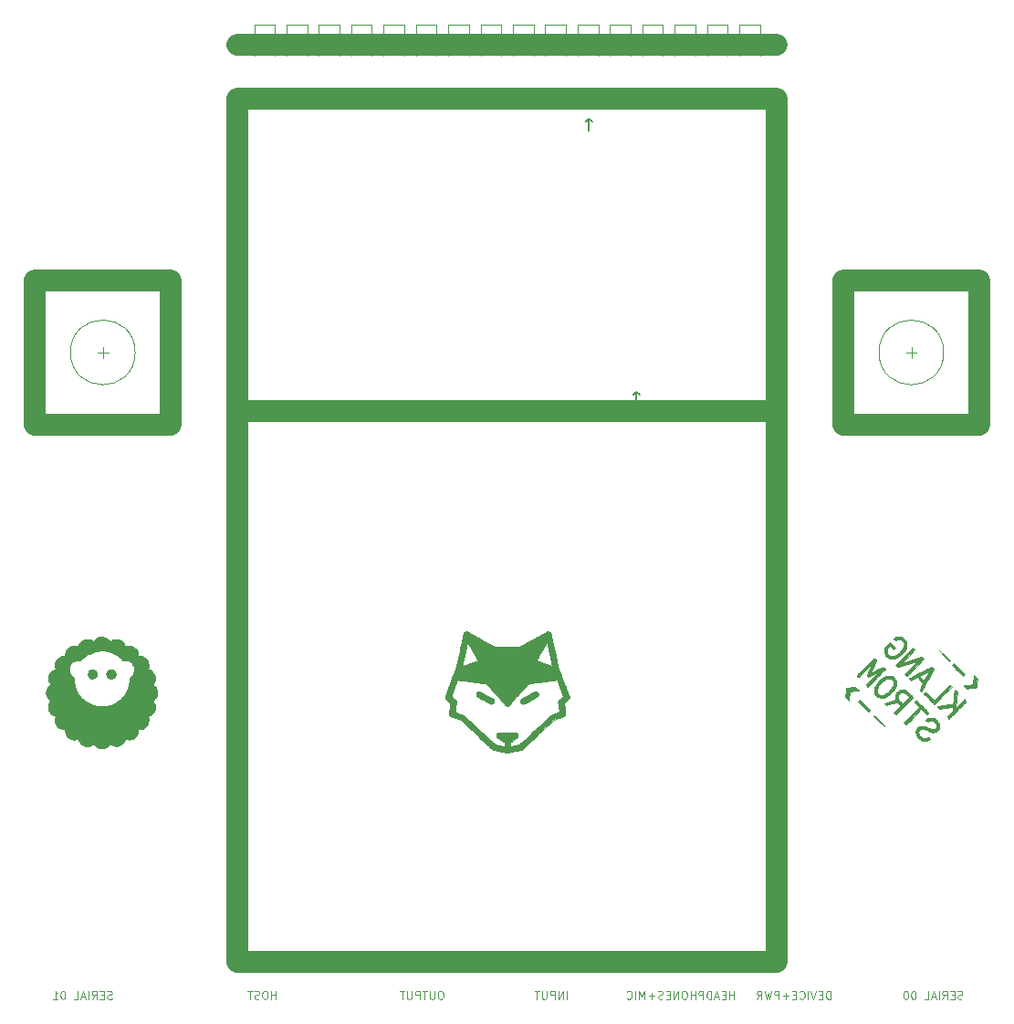
<source format=gbr>
%TF.GenerationSoftware,KiCad,Pcbnew,(5.1.8-0-10_14)*%
%TF.CreationDate,2021-11-08T19:43:21+01:00*%
%TF.ProjectId,KLST_SHEEP,4b4c5354-5f53-4484-9545-502e6b696361,0.1*%
%TF.SameCoordinates,Original*%
%TF.FileFunction,Legend,Bot*%
%TF.FilePolarity,Positive*%
%FSLAX46Y46*%
G04 Gerber Fmt 4.6, Leading zero omitted, Abs format (unit mm)*
G04 Created by KiCad (PCBNEW (5.1.8-0-10_14)) date 2021-11-08 19:43:21*
%MOMM*%
%LPD*%
G01*
G04 APERTURE LIST*
%ADD10C,2.000000*%
%ADD11C,0.100000*%
%ADD12C,0.010000*%
%ADD13C,0.120000*%
%ADD14C,0.150000*%
G04 APERTURE END LIST*
D10*
X105000000Y-88900000D02*
X155000000Y-88900000D01*
D11*
X172232142Y-143403571D02*
X172125000Y-143439285D01*
X171946428Y-143439285D01*
X171875000Y-143403571D01*
X171839285Y-143367857D01*
X171803571Y-143296428D01*
X171803571Y-143225000D01*
X171839285Y-143153571D01*
X171875000Y-143117857D01*
X171946428Y-143082142D01*
X172089285Y-143046428D01*
X172160714Y-143010714D01*
X172196428Y-142975000D01*
X172232142Y-142903571D01*
X172232142Y-142832142D01*
X172196428Y-142760714D01*
X172160714Y-142725000D01*
X172089285Y-142689285D01*
X171910714Y-142689285D01*
X171803571Y-142725000D01*
X171482142Y-143046428D02*
X171232142Y-143046428D01*
X171125000Y-143439285D02*
X171482142Y-143439285D01*
X171482142Y-142689285D01*
X171125000Y-142689285D01*
X170375000Y-143439285D02*
X170625000Y-143082142D01*
X170803571Y-143439285D02*
X170803571Y-142689285D01*
X170517857Y-142689285D01*
X170446428Y-142725000D01*
X170410714Y-142760714D01*
X170375000Y-142832142D01*
X170375000Y-142939285D01*
X170410714Y-143010714D01*
X170446428Y-143046428D01*
X170517857Y-143082142D01*
X170803571Y-143082142D01*
X170053571Y-143439285D02*
X170053571Y-142689285D01*
X169732142Y-143225000D02*
X169375000Y-143225000D01*
X169803571Y-143439285D02*
X169553571Y-142689285D01*
X169303571Y-143439285D01*
X168696428Y-143439285D02*
X169053571Y-143439285D01*
X169053571Y-142689285D01*
X167732142Y-142689285D02*
X167660714Y-142689285D01*
X167589285Y-142725000D01*
X167553571Y-142760714D01*
X167517857Y-142832142D01*
X167482142Y-142975000D01*
X167482142Y-143153571D01*
X167517857Y-143296428D01*
X167553571Y-143367857D01*
X167589285Y-143403571D01*
X167660714Y-143439285D01*
X167732142Y-143439285D01*
X167803571Y-143403571D01*
X167839285Y-143367857D01*
X167875000Y-143296428D01*
X167910714Y-143153571D01*
X167910714Y-142975000D01*
X167875000Y-142832142D01*
X167839285Y-142760714D01*
X167803571Y-142725000D01*
X167732142Y-142689285D01*
X167017857Y-142689285D02*
X166946428Y-142689285D01*
X166875000Y-142725000D01*
X166839285Y-142760714D01*
X166803571Y-142832142D01*
X166767857Y-142975000D01*
X166767857Y-143153571D01*
X166803571Y-143296428D01*
X166839285Y-143367857D01*
X166875000Y-143403571D01*
X166946428Y-143439285D01*
X167017857Y-143439285D01*
X167089285Y-143403571D01*
X167125000Y-143367857D01*
X167160714Y-143296428D01*
X167196428Y-143153571D01*
X167196428Y-142975000D01*
X167160714Y-142832142D01*
X167125000Y-142760714D01*
X167089285Y-142725000D01*
X167017857Y-142689285D01*
D10*
X161200000Y-90200000D02*
X161200000Y-76800000D01*
X173800000Y-90200000D02*
X161200000Y-90200000D01*
X173800000Y-76800000D02*
X173800000Y-90200000D01*
X161200000Y-76800000D02*
X173800000Y-76800000D01*
X86200000Y-90200000D02*
X86200000Y-76800000D01*
X98800000Y-90200000D02*
X86200000Y-90200000D01*
X98800000Y-76800000D02*
X98800000Y-90200000D01*
X86200000Y-76800000D02*
X98800000Y-76800000D01*
X105000000Y-55000000D02*
X155000000Y-55000000D01*
X105000000Y-140000000D02*
X105000000Y-60000000D01*
X155000000Y-140000000D02*
X105000000Y-140000000D01*
X155000000Y-60000000D02*
X155000000Y-140000000D01*
X105000000Y-60000000D02*
X155000000Y-60000000D01*
D11*
X93332142Y-143403571D02*
X93225000Y-143439285D01*
X93046428Y-143439285D01*
X92975000Y-143403571D01*
X92939285Y-143367857D01*
X92903571Y-143296428D01*
X92903571Y-143225000D01*
X92939285Y-143153571D01*
X92975000Y-143117857D01*
X93046428Y-143082142D01*
X93189285Y-143046428D01*
X93260714Y-143010714D01*
X93296428Y-142975000D01*
X93332142Y-142903571D01*
X93332142Y-142832142D01*
X93296428Y-142760714D01*
X93260714Y-142725000D01*
X93189285Y-142689285D01*
X93010714Y-142689285D01*
X92903571Y-142725000D01*
X92582142Y-143046428D02*
X92332142Y-143046428D01*
X92225000Y-143439285D02*
X92582142Y-143439285D01*
X92582142Y-142689285D01*
X92225000Y-142689285D01*
X91475000Y-143439285D02*
X91725000Y-143082142D01*
X91903571Y-143439285D02*
X91903571Y-142689285D01*
X91617857Y-142689285D01*
X91546428Y-142725000D01*
X91510714Y-142760714D01*
X91475000Y-142832142D01*
X91475000Y-142939285D01*
X91510714Y-143010714D01*
X91546428Y-143046428D01*
X91617857Y-143082142D01*
X91903571Y-143082142D01*
X91153571Y-143439285D02*
X91153571Y-142689285D01*
X90832142Y-143225000D02*
X90475000Y-143225000D01*
X90903571Y-143439285D02*
X90653571Y-142689285D01*
X90403571Y-143439285D01*
X89796428Y-143439285D02*
X90153571Y-143439285D01*
X90153571Y-142689285D01*
X88832142Y-142689285D02*
X88760714Y-142689285D01*
X88689285Y-142725000D01*
X88653571Y-142760714D01*
X88617857Y-142832142D01*
X88582142Y-142975000D01*
X88582142Y-143153571D01*
X88617857Y-143296428D01*
X88653571Y-143367857D01*
X88689285Y-143403571D01*
X88760714Y-143439285D01*
X88832142Y-143439285D01*
X88903571Y-143403571D01*
X88939285Y-143367857D01*
X88975000Y-143296428D01*
X89010714Y-143153571D01*
X89010714Y-142975000D01*
X88975000Y-142832142D01*
X88939285Y-142760714D01*
X88903571Y-142725000D01*
X88832142Y-142689285D01*
X87867857Y-143439285D02*
X88296428Y-143439285D01*
X88082142Y-143439285D02*
X88082142Y-142689285D01*
X88153571Y-142796428D01*
X88225000Y-142867857D01*
X88296428Y-142903571D01*
X151046428Y-143439285D02*
X151046428Y-142689285D01*
X151046428Y-143046428D02*
X150617857Y-143046428D01*
X150617857Y-143439285D02*
X150617857Y-142689285D01*
X150260714Y-143046428D02*
X150010714Y-143046428D01*
X149903571Y-143439285D02*
X150260714Y-143439285D01*
X150260714Y-142689285D01*
X149903571Y-142689285D01*
X149617857Y-143225000D02*
X149260714Y-143225000D01*
X149689285Y-143439285D02*
X149439285Y-142689285D01*
X149189285Y-143439285D01*
X148939285Y-143439285D02*
X148939285Y-142689285D01*
X148760714Y-142689285D01*
X148653571Y-142725000D01*
X148582142Y-142796428D01*
X148546428Y-142867857D01*
X148510714Y-143010714D01*
X148510714Y-143117857D01*
X148546428Y-143260714D01*
X148582142Y-143332142D01*
X148653571Y-143403571D01*
X148760714Y-143439285D01*
X148939285Y-143439285D01*
X148189285Y-143439285D02*
X148189285Y-142689285D01*
X147903571Y-142689285D01*
X147832142Y-142725000D01*
X147796428Y-142760714D01*
X147760714Y-142832142D01*
X147760714Y-142939285D01*
X147796428Y-143010714D01*
X147832142Y-143046428D01*
X147903571Y-143082142D01*
X148189285Y-143082142D01*
X147439285Y-143439285D02*
X147439285Y-142689285D01*
X147439285Y-143046428D02*
X147010714Y-143046428D01*
X147010714Y-143439285D02*
X147010714Y-142689285D01*
X146510714Y-142689285D02*
X146367857Y-142689285D01*
X146296428Y-142725000D01*
X146225000Y-142796428D01*
X146189285Y-142939285D01*
X146189285Y-143189285D01*
X146225000Y-143332142D01*
X146296428Y-143403571D01*
X146367857Y-143439285D01*
X146510714Y-143439285D01*
X146582142Y-143403571D01*
X146653571Y-143332142D01*
X146689285Y-143189285D01*
X146689285Y-142939285D01*
X146653571Y-142796428D01*
X146582142Y-142725000D01*
X146510714Y-142689285D01*
X145867857Y-143439285D02*
X145867857Y-142689285D01*
X145439285Y-143439285D01*
X145439285Y-142689285D01*
X145082142Y-143046428D02*
X144832142Y-143046428D01*
X144725000Y-143439285D02*
X145082142Y-143439285D01*
X145082142Y-142689285D01*
X144725000Y-142689285D01*
X144439285Y-143403571D02*
X144332142Y-143439285D01*
X144153571Y-143439285D01*
X144082142Y-143403571D01*
X144046428Y-143367857D01*
X144010714Y-143296428D01*
X144010714Y-143225000D01*
X144046428Y-143153571D01*
X144082142Y-143117857D01*
X144153571Y-143082142D01*
X144296428Y-143046428D01*
X144367857Y-143010714D01*
X144403571Y-142975000D01*
X144439285Y-142903571D01*
X144439285Y-142832142D01*
X144403571Y-142760714D01*
X144367857Y-142725000D01*
X144296428Y-142689285D01*
X144117857Y-142689285D01*
X144010714Y-142725000D01*
X143689285Y-143153571D02*
X143117857Y-143153571D01*
X143403571Y-143439285D02*
X143403571Y-142867857D01*
X142760714Y-143439285D02*
X142760714Y-142689285D01*
X142510714Y-143225000D01*
X142260714Y-142689285D01*
X142260714Y-143439285D01*
X141903571Y-143439285D02*
X141903571Y-142689285D01*
X141117857Y-143367857D02*
X141153571Y-143403571D01*
X141260714Y-143439285D01*
X141332142Y-143439285D01*
X141439285Y-143403571D01*
X141510714Y-143332142D01*
X141546428Y-143260714D01*
X141582142Y-143117857D01*
X141582142Y-143010714D01*
X141546428Y-142867857D01*
X141510714Y-142796428D01*
X141439285Y-142725000D01*
X141332142Y-142689285D01*
X141260714Y-142689285D01*
X141153571Y-142725000D01*
X141117857Y-142760714D01*
X135546428Y-143439285D02*
X135546428Y-142689285D01*
X135189285Y-143439285D02*
X135189285Y-142689285D01*
X134760714Y-143439285D01*
X134760714Y-142689285D01*
X134403571Y-143439285D02*
X134403571Y-142689285D01*
X134117857Y-142689285D01*
X134046428Y-142725000D01*
X134010714Y-142760714D01*
X133975000Y-142832142D01*
X133975000Y-142939285D01*
X134010714Y-143010714D01*
X134046428Y-143046428D01*
X134117857Y-143082142D01*
X134403571Y-143082142D01*
X133653571Y-142689285D02*
X133653571Y-143296428D01*
X133617857Y-143367857D01*
X133582142Y-143403571D01*
X133510714Y-143439285D01*
X133367857Y-143439285D01*
X133296428Y-143403571D01*
X133260714Y-143367857D01*
X133225000Y-143296428D01*
X133225000Y-142689285D01*
X132975000Y-142689285D02*
X132546428Y-142689285D01*
X132760714Y-143439285D02*
X132760714Y-142689285D01*
X123903571Y-142689285D02*
X123760714Y-142689285D01*
X123689285Y-142725000D01*
X123617857Y-142796428D01*
X123582142Y-142939285D01*
X123582142Y-143189285D01*
X123617857Y-143332142D01*
X123689285Y-143403571D01*
X123760714Y-143439285D01*
X123903571Y-143439285D01*
X123975000Y-143403571D01*
X124046428Y-143332142D01*
X124082142Y-143189285D01*
X124082142Y-142939285D01*
X124046428Y-142796428D01*
X123975000Y-142725000D01*
X123903571Y-142689285D01*
X123260714Y-142689285D02*
X123260714Y-143296428D01*
X123225000Y-143367857D01*
X123189285Y-143403571D01*
X123117857Y-143439285D01*
X122975000Y-143439285D01*
X122903571Y-143403571D01*
X122867857Y-143367857D01*
X122832142Y-143296428D01*
X122832142Y-142689285D01*
X122582142Y-142689285D02*
X122153571Y-142689285D01*
X122367857Y-143439285D02*
X122367857Y-142689285D01*
X121903571Y-143439285D02*
X121903571Y-142689285D01*
X121617857Y-142689285D01*
X121546428Y-142725000D01*
X121510714Y-142760714D01*
X121475000Y-142832142D01*
X121475000Y-142939285D01*
X121510714Y-143010714D01*
X121546428Y-143046428D01*
X121617857Y-143082142D01*
X121903571Y-143082142D01*
X121153571Y-142689285D02*
X121153571Y-143296428D01*
X121117857Y-143367857D01*
X121082142Y-143403571D01*
X121010714Y-143439285D01*
X120867857Y-143439285D01*
X120796428Y-143403571D01*
X120760714Y-143367857D01*
X120725000Y-143296428D01*
X120725000Y-142689285D01*
X120475000Y-142689285D02*
X120046428Y-142689285D01*
X120260714Y-143439285D02*
X120260714Y-142689285D01*
X108550000Y-143439285D02*
X108550000Y-142689285D01*
X108550000Y-143046428D02*
X108121428Y-143046428D01*
X108121428Y-143439285D02*
X108121428Y-142689285D01*
X107621428Y-142689285D02*
X107478571Y-142689285D01*
X107407142Y-142725000D01*
X107335714Y-142796428D01*
X107300000Y-142939285D01*
X107300000Y-143189285D01*
X107335714Y-143332142D01*
X107407142Y-143403571D01*
X107478571Y-143439285D01*
X107621428Y-143439285D01*
X107692857Y-143403571D01*
X107764285Y-143332142D01*
X107800000Y-143189285D01*
X107800000Y-142939285D01*
X107764285Y-142796428D01*
X107692857Y-142725000D01*
X107621428Y-142689285D01*
X107014285Y-143403571D02*
X106907142Y-143439285D01*
X106728571Y-143439285D01*
X106657142Y-143403571D01*
X106621428Y-143367857D01*
X106585714Y-143296428D01*
X106585714Y-143225000D01*
X106621428Y-143153571D01*
X106657142Y-143117857D01*
X106728571Y-143082142D01*
X106871428Y-143046428D01*
X106942857Y-143010714D01*
X106978571Y-142975000D01*
X107014285Y-142903571D01*
X107014285Y-142832142D01*
X106978571Y-142760714D01*
X106942857Y-142725000D01*
X106871428Y-142689285D01*
X106692857Y-142689285D01*
X106585714Y-142725000D01*
X106371428Y-142689285D02*
X105942857Y-142689285D01*
X106157142Y-143439285D02*
X106157142Y-142689285D01*
X159992857Y-143439285D02*
X159992857Y-142689285D01*
X159814285Y-142689285D01*
X159707142Y-142725000D01*
X159635714Y-142796428D01*
X159600000Y-142867857D01*
X159564285Y-143010714D01*
X159564285Y-143117857D01*
X159600000Y-143260714D01*
X159635714Y-143332142D01*
X159707142Y-143403571D01*
X159814285Y-143439285D01*
X159992857Y-143439285D01*
X159242857Y-143046428D02*
X158992857Y-143046428D01*
X158885714Y-143439285D02*
X159242857Y-143439285D01*
X159242857Y-142689285D01*
X158885714Y-142689285D01*
X158671428Y-142689285D02*
X158421428Y-143439285D01*
X158171428Y-142689285D01*
X157921428Y-143439285D02*
X157921428Y-142689285D01*
X157135714Y-143367857D02*
X157171428Y-143403571D01*
X157278571Y-143439285D01*
X157350000Y-143439285D01*
X157457142Y-143403571D01*
X157528571Y-143332142D01*
X157564285Y-143260714D01*
X157600000Y-143117857D01*
X157600000Y-143010714D01*
X157564285Y-142867857D01*
X157528571Y-142796428D01*
X157457142Y-142725000D01*
X157350000Y-142689285D01*
X157278571Y-142689285D01*
X157171428Y-142725000D01*
X157135714Y-142760714D01*
X156814285Y-143046428D02*
X156564285Y-143046428D01*
X156457142Y-143439285D02*
X156814285Y-143439285D01*
X156814285Y-142689285D01*
X156457142Y-142689285D01*
X156135714Y-143153571D02*
X155564285Y-143153571D01*
X155850000Y-143439285D02*
X155850000Y-142867857D01*
X155207142Y-143439285D02*
X155207142Y-142689285D01*
X154921428Y-142689285D01*
X154850000Y-142725000D01*
X154814285Y-142760714D01*
X154778571Y-142832142D01*
X154778571Y-142939285D01*
X154814285Y-143010714D01*
X154850000Y-143046428D01*
X154921428Y-143082142D01*
X155207142Y-143082142D01*
X154528571Y-142689285D02*
X154350000Y-143439285D01*
X154207142Y-142903571D01*
X154064285Y-143439285D01*
X153885714Y-142689285D01*
X153171428Y-143439285D02*
X153421428Y-143082142D01*
X153600000Y-143439285D02*
X153600000Y-142689285D01*
X153314285Y-142689285D01*
X153242857Y-142725000D01*
X153207142Y-142760714D01*
X153171428Y-142832142D01*
X153171428Y-142939285D01*
X153207142Y-143010714D01*
X153242857Y-143046428D01*
X153314285Y-143082142D01*
X153600000Y-143082142D01*
D12*
%TO.C,X1*%
G36*
X170092975Y-111138858D02*
G01*
X170065827Y-111159253D01*
X171019617Y-112113043D01*
X171040013Y-112085896D01*
X171060407Y-112058748D01*
X170120122Y-111118463D01*
X170092975Y-111138858D01*
G37*
X170092975Y-111138858D02*
X170065827Y-111159253D01*
X171019617Y-112113043D01*
X171040013Y-112085896D01*
X171060407Y-112058748D01*
X170120122Y-111118463D01*
X170092975Y-111138858D01*
G36*
X171381190Y-112407788D02*
G01*
X171339310Y-112450000D01*
X171313892Y-112484374D01*
X171308528Y-112498884D01*
X171310833Y-112508492D01*
X171320234Y-112523939D01*
X171338429Y-112547030D01*
X171367113Y-112579568D01*
X171407983Y-112623360D01*
X171462737Y-112680211D01*
X171533073Y-112751924D01*
X171620685Y-112840305D01*
X171727270Y-112947159D01*
X171772360Y-112992242D01*
X171870158Y-113089589D01*
X171961999Y-113180268D01*
X172045624Y-113262106D01*
X172118782Y-113332929D01*
X172179217Y-113390566D01*
X172224674Y-113432843D01*
X172252900Y-113457589D01*
X172261165Y-113463308D01*
X172283057Y-113457236D01*
X172316687Y-113430053D01*
X172353447Y-113392156D01*
X172423293Y-113315984D01*
X171451313Y-112344004D01*
X171381190Y-112407788D01*
G37*
X171381190Y-112407788D02*
X171339310Y-112450000D01*
X171313892Y-112484374D01*
X171308528Y-112498884D01*
X171310833Y-112508492D01*
X171320234Y-112523939D01*
X171338429Y-112547030D01*
X171367113Y-112579568D01*
X171407983Y-112623360D01*
X171462737Y-112680211D01*
X171533073Y-112751924D01*
X171620685Y-112840305D01*
X171727270Y-112947159D01*
X171772360Y-112992242D01*
X171870158Y-113089589D01*
X171961999Y-113180268D01*
X172045624Y-113262106D01*
X172118782Y-113332929D01*
X172179217Y-113390566D01*
X172224674Y-113432843D01*
X172252900Y-113457589D01*
X172261165Y-113463308D01*
X172283057Y-113457236D01*
X172316687Y-113430053D01*
X172353447Y-113392156D01*
X172423293Y-113315984D01*
X171451313Y-112344004D01*
X171381190Y-112407788D01*
G36*
X173206408Y-114257120D02*
G01*
X172810430Y-114299817D01*
X172703233Y-114311344D01*
X172604460Y-114321900D01*
X172518417Y-114331034D01*
X172449412Y-114338288D01*
X172401755Y-114343208D01*
X172380259Y-114345297D01*
X172368268Y-114347519D01*
X172364569Y-114353797D01*
X172371612Y-114367288D01*
X172391849Y-114391148D01*
X172427729Y-114428534D01*
X172481704Y-114482604D01*
X172504173Y-114504913D01*
X172662283Y-114661746D01*
X173078500Y-114615304D01*
X173187008Y-114602822D01*
X173285843Y-114590737D01*
X173371094Y-114579585D01*
X173438857Y-114569899D01*
X173485223Y-114562217D01*
X173506285Y-114557073D01*
X173506959Y-114556621D01*
X173511724Y-114539115D01*
X173519070Y-114495800D01*
X173528466Y-114430585D01*
X173539379Y-114347381D01*
X173551277Y-114250099D01*
X173563629Y-114142647D01*
X173565186Y-114128617D01*
X173611172Y-113712856D01*
X173455284Y-113556284D01*
X173299395Y-113399711D01*
X173206408Y-114257120D01*
G37*
X173206408Y-114257120D02*
X172810430Y-114299817D01*
X172703233Y-114311344D01*
X172604460Y-114321900D01*
X172518417Y-114331034D01*
X172449412Y-114338288D01*
X172401755Y-114343208D01*
X172380259Y-114345297D01*
X172368268Y-114347519D01*
X172364569Y-114353797D01*
X172371612Y-114367288D01*
X172391849Y-114391148D01*
X172427729Y-114428534D01*
X172481704Y-114482604D01*
X172504173Y-114504913D01*
X172662283Y-114661746D01*
X173078500Y-114615304D01*
X173187008Y-114602822D01*
X173285843Y-114590737D01*
X173371094Y-114579585D01*
X173438857Y-114569899D01*
X173485223Y-114562217D01*
X173506285Y-114557073D01*
X173506959Y-114556621D01*
X173511724Y-114539115D01*
X173519070Y-114495800D01*
X173528466Y-114430585D01*
X173539379Y-114347381D01*
X173551277Y-114250099D01*
X173563629Y-114142647D01*
X173565186Y-114128617D01*
X173611172Y-113712856D01*
X173455284Y-113556284D01*
X173299395Y-113399711D01*
X173206408Y-114257120D01*
G36*
X167614221Y-112003928D02*
G01*
X167455704Y-112050607D01*
X167304604Y-112095027D01*
X167163542Y-112136423D01*
X167035145Y-112174028D01*
X166922035Y-112207075D01*
X166826836Y-112234799D01*
X166752173Y-112256433D01*
X166700670Y-112271210D01*
X166674950Y-112278362D01*
X166673935Y-112278619D01*
X166663732Y-112280722D01*
X166657303Y-112280242D01*
X166656106Y-112275590D01*
X166661596Y-112265185D01*
X166675228Y-112247443D01*
X166698458Y-112220776D01*
X166732740Y-112183603D01*
X166779534Y-112134337D01*
X166840291Y-112071396D01*
X166916468Y-111993192D01*
X167009522Y-111898142D01*
X167120907Y-111784664D01*
X167225310Y-111678408D01*
X167827516Y-111065637D01*
X167658475Y-110896597D01*
X166042029Y-112513043D01*
X166113267Y-112589715D01*
X166151644Y-112628648D01*
X166184316Y-112657591D01*
X166204329Y-112670395D01*
X166204563Y-112670446D01*
X166222194Y-112667050D01*
X166265860Y-112655839D01*
X166332965Y-112637551D01*
X166420913Y-112612923D01*
X166527107Y-112582695D01*
X166648950Y-112547604D01*
X166783846Y-112508389D01*
X166929201Y-112465787D01*
X167056085Y-112428339D01*
X167211470Y-112382365D01*
X167361139Y-112338141D01*
X167502123Y-112296540D01*
X167631453Y-112258434D01*
X167746159Y-112224698D01*
X167843273Y-112196204D01*
X167919828Y-112173827D01*
X167972851Y-112158440D01*
X167994878Y-112152155D01*
X168102205Y-112122138D01*
X167494718Y-112740191D01*
X166887230Y-113358244D01*
X166958468Y-113434917D01*
X166997166Y-113473988D01*
X167030542Y-113503143D01*
X167051456Y-113516155D01*
X167051643Y-113516197D01*
X167059876Y-113513075D01*
X167076320Y-113501017D01*
X167102190Y-113478844D01*
X167138696Y-113445375D01*
X167187050Y-113399430D01*
X167248464Y-113339826D01*
X167324150Y-113265384D01*
X167415320Y-113174924D01*
X167523186Y-113067265D01*
X167648959Y-112941225D01*
X167793850Y-112795625D01*
X167873149Y-112715822D01*
X168672716Y-111910838D01*
X168503676Y-111741798D01*
X167614221Y-112003928D01*
G37*
X167614221Y-112003928D02*
X167455704Y-112050607D01*
X167304604Y-112095027D01*
X167163542Y-112136423D01*
X167035145Y-112174028D01*
X166922035Y-112207075D01*
X166826836Y-112234799D01*
X166752173Y-112256433D01*
X166700670Y-112271210D01*
X166674950Y-112278362D01*
X166673935Y-112278619D01*
X166663732Y-112280722D01*
X166657303Y-112280242D01*
X166656106Y-112275590D01*
X166661596Y-112265185D01*
X166675228Y-112247443D01*
X166698458Y-112220776D01*
X166732740Y-112183603D01*
X166779534Y-112134337D01*
X166840291Y-112071396D01*
X166916468Y-111993192D01*
X167009522Y-111898142D01*
X167120907Y-111784664D01*
X167225310Y-111678408D01*
X167827516Y-111065637D01*
X167658475Y-110896597D01*
X166042029Y-112513043D01*
X166113267Y-112589715D01*
X166151644Y-112628648D01*
X166184316Y-112657591D01*
X166204329Y-112670395D01*
X166204563Y-112670446D01*
X166222194Y-112667050D01*
X166265860Y-112655839D01*
X166332965Y-112637551D01*
X166420913Y-112612923D01*
X166527107Y-112582695D01*
X166648950Y-112547604D01*
X166783846Y-112508389D01*
X166929201Y-112465787D01*
X167056085Y-112428339D01*
X167211470Y-112382365D01*
X167361139Y-112338141D01*
X167502123Y-112296540D01*
X167631453Y-112258434D01*
X167746159Y-112224698D01*
X167843273Y-112196204D01*
X167919828Y-112173827D01*
X167972851Y-112158440D01*
X167994878Y-112152155D01*
X168102205Y-112122138D01*
X167494718Y-112740191D01*
X166887230Y-113358244D01*
X166958468Y-113434917D01*
X166997166Y-113473988D01*
X167030542Y-113503143D01*
X167051456Y-113516155D01*
X167051643Y-113516197D01*
X167059876Y-113513075D01*
X167076320Y-113501017D01*
X167102190Y-113478844D01*
X167138696Y-113445375D01*
X167187050Y-113399430D01*
X167248464Y-113339826D01*
X167324150Y-113265384D01*
X167415320Y-113174924D01*
X167523186Y-113067265D01*
X167648959Y-112941225D01*
X167793850Y-112795625D01*
X167873149Y-112715822D01*
X168672716Y-111910838D01*
X168503676Y-111741798D01*
X167614221Y-112003928D01*
G36*
X169397419Y-112638275D02*
G01*
X169381483Y-112634594D01*
X169364250Y-112641783D01*
X169322986Y-112661459D01*
X169260184Y-112692341D01*
X169178336Y-112733153D01*
X169079935Y-112782615D01*
X168967475Y-112839449D01*
X168843447Y-112902377D01*
X168710345Y-112970121D01*
X168570662Y-113041401D01*
X168426890Y-113114940D01*
X168281522Y-113189461D01*
X168137052Y-113263683D01*
X167995970Y-113336330D01*
X167860771Y-113406123D01*
X167733947Y-113471782D01*
X167617991Y-113532030D01*
X167515396Y-113585589D01*
X167428655Y-113631181D01*
X167360259Y-113667526D01*
X167312704Y-113693347D01*
X167288480Y-113707365D01*
X167286072Y-113709141D01*
X167277965Y-113732513D01*
X167292315Y-113765401D01*
X167330379Y-113809885D01*
X167369332Y-113846815D01*
X167418307Y-113885434D01*
X167451821Y-113899049D01*
X167458968Y-113898288D01*
X167479288Y-113889430D01*
X167521630Y-113868902D01*
X167581561Y-113838926D01*
X167654645Y-113801722D01*
X167736449Y-113759514D01*
X167751052Y-113751923D01*
X168018591Y-113612709D01*
X168565642Y-114159761D01*
X168548907Y-114190568D01*
X168511510Y-114260377D01*
X168470507Y-114338535D01*
X168428222Y-114420431D01*
X168386977Y-114501447D01*
X168349096Y-114576968D01*
X168316902Y-114642379D01*
X168292719Y-114693066D01*
X168278870Y-114724413D01*
X168276506Y-114731673D01*
X168285333Y-114752542D01*
X168310214Y-114785914D01*
X168344614Y-114824735D01*
X168381991Y-114861951D01*
X168415810Y-114890509D01*
X168434076Y-114901662D01*
X168457942Y-114898397D01*
X168474755Y-114885901D01*
X168484887Y-114869096D01*
X168507414Y-114827706D01*
X168541257Y-114763816D01*
X168585339Y-114679513D01*
X168638581Y-114576884D01*
X168699904Y-114458014D01*
X168768230Y-114324990D01*
X168842480Y-114179898D01*
X168878053Y-114110156D01*
X168684683Y-113916787D01*
X168672860Y-113913843D01*
X168646477Y-113894145D01*
X168604130Y-113856436D01*
X168544414Y-113799459D01*
X168465923Y-113721954D01*
X168456989Y-113713028D01*
X168241262Y-113497301D01*
X168348514Y-113440796D01*
X168391819Y-113418085D01*
X168456587Y-113384257D01*
X168537754Y-113341949D01*
X168630256Y-113293799D01*
X168729029Y-113242446D01*
X168802172Y-113204458D01*
X169148580Y-113024626D01*
X169081671Y-113156442D01*
X169023467Y-113270733D01*
X168964958Y-113384933D01*
X168907807Y-113495855D01*
X168853678Y-113600316D01*
X168804234Y-113695128D01*
X168761137Y-113777108D01*
X168726051Y-113843069D01*
X168700638Y-113889826D01*
X168686564Y-113914194D01*
X168684683Y-113916787D01*
X168878053Y-114110156D01*
X168921576Y-114024826D01*
X169004439Y-113861859D01*
X169023183Y-113824926D01*
X169549468Y-112787589D01*
X169477664Y-112709645D01*
X169430463Y-112662235D01*
X169397419Y-112638275D01*
G37*
X169397419Y-112638275D02*
X169381483Y-112634594D01*
X169364250Y-112641783D01*
X169322986Y-112661459D01*
X169260184Y-112692341D01*
X169178336Y-112733153D01*
X169079935Y-112782615D01*
X168967475Y-112839449D01*
X168843447Y-112902377D01*
X168710345Y-112970121D01*
X168570662Y-113041401D01*
X168426890Y-113114940D01*
X168281522Y-113189461D01*
X168137052Y-113263683D01*
X167995970Y-113336330D01*
X167860771Y-113406123D01*
X167733947Y-113471782D01*
X167617991Y-113532030D01*
X167515396Y-113585589D01*
X167428655Y-113631181D01*
X167360259Y-113667526D01*
X167312704Y-113693347D01*
X167288480Y-113707365D01*
X167286072Y-113709141D01*
X167277965Y-113732513D01*
X167292315Y-113765401D01*
X167330379Y-113809885D01*
X167369332Y-113846815D01*
X167418307Y-113885434D01*
X167451821Y-113899049D01*
X167458968Y-113898288D01*
X167479288Y-113889430D01*
X167521630Y-113868902D01*
X167581561Y-113838926D01*
X167654645Y-113801722D01*
X167736449Y-113759514D01*
X167751052Y-113751923D01*
X168018591Y-113612709D01*
X168565642Y-114159761D01*
X168548907Y-114190568D01*
X168511510Y-114260377D01*
X168470507Y-114338535D01*
X168428222Y-114420431D01*
X168386977Y-114501447D01*
X168349096Y-114576968D01*
X168316902Y-114642379D01*
X168292719Y-114693066D01*
X168278870Y-114724413D01*
X168276506Y-114731673D01*
X168285333Y-114752542D01*
X168310214Y-114785914D01*
X168344614Y-114824735D01*
X168381991Y-114861951D01*
X168415810Y-114890509D01*
X168434076Y-114901662D01*
X168457942Y-114898397D01*
X168474755Y-114885901D01*
X168484887Y-114869096D01*
X168507414Y-114827706D01*
X168541257Y-114763816D01*
X168585339Y-114679513D01*
X168638581Y-114576884D01*
X168699904Y-114458014D01*
X168768230Y-114324990D01*
X168842480Y-114179898D01*
X168878053Y-114110156D01*
X168684683Y-113916787D01*
X168672860Y-113913843D01*
X168646477Y-113894145D01*
X168604130Y-113856436D01*
X168544414Y-113799459D01*
X168465923Y-113721954D01*
X168456989Y-113713028D01*
X168241262Y-113497301D01*
X168348514Y-113440796D01*
X168391819Y-113418085D01*
X168456587Y-113384257D01*
X168537754Y-113341949D01*
X168630256Y-113293799D01*
X168729029Y-113242446D01*
X168802172Y-113204458D01*
X169148580Y-113024626D01*
X169081671Y-113156442D01*
X169023467Y-113270733D01*
X168964958Y-113384933D01*
X168907807Y-113495855D01*
X168853678Y-113600316D01*
X168804234Y-113695128D01*
X168761137Y-113777108D01*
X168726051Y-113843069D01*
X168700638Y-113889826D01*
X168686564Y-113914194D01*
X168684683Y-113916787D01*
X168878053Y-114110156D01*
X168921576Y-114024826D01*
X169004439Y-113861859D01*
X169023183Y-113824926D01*
X169549468Y-112787589D01*
X169477664Y-112709645D01*
X169430463Y-112662235D01*
X169397419Y-112638275D01*
G36*
X170347196Y-115027442D02*
G01*
X169623420Y-115745789D01*
X169244017Y-115366387D01*
X169155810Y-115278526D01*
X169073585Y-115197289D01*
X168999884Y-115125135D01*
X168937249Y-115064526D01*
X168888221Y-115017920D01*
X168855341Y-114987779D01*
X168841490Y-114976685D01*
X168818028Y-114980704D01*
X168783987Y-115002605D01*
X168745948Y-115035807D01*
X168710491Y-115073729D01*
X168684200Y-115109790D01*
X168673652Y-115137408D01*
X168674710Y-115143464D01*
X168687159Y-115158600D01*
X168718590Y-115192529D01*
X168766795Y-115242978D01*
X168829562Y-115307679D01*
X168904677Y-115384357D01*
X168989931Y-115470744D01*
X169083111Y-115564565D01*
X169147712Y-115629291D01*
X169262338Y-115743707D01*
X169357782Y-115838450D01*
X169435800Y-115915174D01*
X169498147Y-115975529D01*
X169546577Y-116021168D01*
X169582844Y-116053740D01*
X169608702Y-116074899D01*
X169625907Y-116086296D01*
X169636212Y-116089579D01*
X169636710Y-116089550D01*
X169648552Y-116082505D01*
X169673291Y-116061859D01*
X169711801Y-116026754D01*
X169764958Y-115976333D01*
X169833641Y-115909740D01*
X169918724Y-115826118D01*
X170021083Y-115724613D01*
X170141595Y-115604366D01*
X170281136Y-115464521D01*
X170440582Y-115304222D01*
X170456792Y-115287903D01*
X171250578Y-114488700D01*
X171070973Y-114309094D01*
X170347196Y-115027442D01*
G37*
X170347196Y-115027442D02*
X169623420Y-115745789D01*
X169244017Y-115366387D01*
X169155810Y-115278526D01*
X169073585Y-115197289D01*
X168999884Y-115125135D01*
X168937249Y-115064526D01*
X168888221Y-115017920D01*
X168855341Y-114987779D01*
X168841490Y-114976685D01*
X168818028Y-114980704D01*
X168783987Y-115002605D01*
X168745948Y-115035807D01*
X168710491Y-115073729D01*
X168684200Y-115109790D01*
X168673652Y-115137408D01*
X168674710Y-115143464D01*
X168687159Y-115158600D01*
X168718590Y-115192529D01*
X168766795Y-115242978D01*
X168829562Y-115307679D01*
X168904677Y-115384357D01*
X168989931Y-115470744D01*
X169083111Y-115564565D01*
X169147712Y-115629291D01*
X169262338Y-115743707D01*
X169357782Y-115838450D01*
X169435800Y-115915174D01*
X169498147Y-115975529D01*
X169546577Y-116021168D01*
X169582844Y-116053740D01*
X169608702Y-116074899D01*
X169625907Y-116086296D01*
X169636212Y-116089579D01*
X169636710Y-116089550D01*
X169648552Y-116082505D01*
X169673291Y-116061859D01*
X169711801Y-116026754D01*
X169764958Y-115976333D01*
X169833641Y-115909740D01*
X169918724Y-115826118D01*
X170021083Y-115724613D01*
X170141595Y-115604366D01*
X170281136Y-115464521D01*
X170440582Y-115304222D01*
X170456792Y-115287903D01*
X171250578Y-114488700D01*
X171070973Y-114309094D01*
X170347196Y-115027442D01*
G36*
X171635322Y-114867402D02*
G01*
X171587677Y-114823445D01*
X171556175Y-114797379D01*
X171535695Y-114786096D01*
X171521115Y-114786493D01*
X171511403Y-114792263D01*
X171503772Y-114808711D01*
X171495438Y-114847866D01*
X171486266Y-114910912D01*
X171476119Y-114999033D01*
X171464861Y-115113413D01*
X171452357Y-115255235D01*
X171438471Y-115425685D01*
X171438064Y-115430829D01*
X171427337Y-115564007D01*
X171416922Y-115687886D01*
X171407118Y-115799303D01*
X171398223Y-115895097D01*
X171390536Y-115972104D01*
X171384354Y-116027164D01*
X171379975Y-116057114D01*
X171378595Y-116061649D01*
X171362159Y-116065951D01*
X171319054Y-116074252D01*
X171252157Y-116086074D01*
X171164343Y-116100938D01*
X171058489Y-116118366D01*
X170937472Y-116137878D01*
X170804166Y-116158996D01*
X170661448Y-116181241D01*
X170642046Y-116184238D01*
X170456437Y-116213235D01*
X170299378Y-116238562D01*
X170169788Y-116260416D01*
X170066585Y-116278998D01*
X169988689Y-116294510D01*
X169935019Y-116307150D01*
X169904493Y-116317119D01*
X169896592Y-116322204D01*
X169888732Y-116336548D01*
X169890485Y-116352255D01*
X169904982Y-116374804D01*
X169935351Y-116409674D01*
X169964233Y-116440640D01*
X170006201Y-116483294D01*
X170042131Y-116516361D01*
X170066054Y-116534464D01*
X170070418Y-116536259D01*
X170088797Y-116534673D01*
X170133555Y-116528867D01*
X170201559Y-116519302D01*
X170289676Y-116506438D01*
X170394770Y-116490737D01*
X170513709Y-116472660D01*
X170643359Y-116452668D01*
X170724418Y-116440034D01*
X170858443Y-116419270D01*
X170983199Y-116400338D01*
X171095625Y-116383675D01*
X171192659Y-116369716D01*
X171271242Y-116358896D01*
X171328311Y-116351651D01*
X171360804Y-116348416D01*
X171367252Y-116348600D01*
X171370003Y-116365854D01*
X171371408Y-116406578D01*
X171371362Y-116464387D01*
X171370101Y-116522243D01*
X171365039Y-116687975D01*
X171081791Y-116971223D01*
X170996229Y-117057033D01*
X170929798Y-117124388D01*
X170880296Y-117175758D01*
X170845525Y-117213614D01*
X170823282Y-117240424D01*
X170811366Y-117258661D01*
X170807578Y-117270794D01*
X170808842Y-117277596D01*
X170828176Y-117306374D01*
X170861062Y-117342805D01*
X170900126Y-117380066D01*
X170937996Y-117411337D01*
X170967297Y-117429798D01*
X170975888Y-117432111D01*
X170986021Y-117427018D01*
X171006400Y-117411028D01*
X171038127Y-117383076D01*
X171082299Y-117342097D01*
X171140017Y-117287025D01*
X171212381Y-117216794D01*
X171300491Y-117130339D01*
X171405446Y-117026593D01*
X171528346Y-116904494D01*
X171670290Y-116762972D01*
X171790213Y-116643141D01*
X171941044Y-116492211D01*
X172071971Y-116360951D01*
X172184314Y-116247995D01*
X172279389Y-116151975D01*
X172358514Y-116071523D01*
X172423007Y-116005272D01*
X172474185Y-115951853D01*
X172513367Y-115909900D01*
X172541869Y-115878046D01*
X172561011Y-115854920D01*
X172572109Y-115839158D01*
X172576481Y-115829392D01*
X172576652Y-115826961D01*
X172563399Y-115800357D01*
X172529377Y-115760428D01*
X172493425Y-115725301D01*
X172412729Y-115650851D01*
X172018342Y-116034673D01*
X171623954Y-116418495D01*
X171734811Y-114960848D01*
X171635322Y-114867402D01*
G37*
X171635322Y-114867402D02*
X171587677Y-114823445D01*
X171556175Y-114797379D01*
X171535695Y-114786096D01*
X171521115Y-114786493D01*
X171511403Y-114792263D01*
X171503772Y-114808711D01*
X171495438Y-114847866D01*
X171486266Y-114910912D01*
X171476119Y-114999033D01*
X171464861Y-115113413D01*
X171452357Y-115255235D01*
X171438471Y-115425685D01*
X171438064Y-115430829D01*
X171427337Y-115564007D01*
X171416922Y-115687886D01*
X171407118Y-115799303D01*
X171398223Y-115895097D01*
X171390536Y-115972104D01*
X171384354Y-116027164D01*
X171379975Y-116057114D01*
X171378595Y-116061649D01*
X171362159Y-116065951D01*
X171319054Y-116074252D01*
X171252157Y-116086074D01*
X171164343Y-116100938D01*
X171058489Y-116118366D01*
X170937472Y-116137878D01*
X170804166Y-116158996D01*
X170661448Y-116181241D01*
X170642046Y-116184238D01*
X170456437Y-116213235D01*
X170299378Y-116238562D01*
X170169788Y-116260416D01*
X170066585Y-116278998D01*
X169988689Y-116294510D01*
X169935019Y-116307150D01*
X169904493Y-116317119D01*
X169896592Y-116322204D01*
X169888732Y-116336548D01*
X169890485Y-116352255D01*
X169904982Y-116374804D01*
X169935351Y-116409674D01*
X169964233Y-116440640D01*
X170006201Y-116483294D01*
X170042131Y-116516361D01*
X170066054Y-116534464D01*
X170070418Y-116536259D01*
X170088797Y-116534673D01*
X170133555Y-116528867D01*
X170201559Y-116519302D01*
X170289676Y-116506438D01*
X170394770Y-116490737D01*
X170513709Y-116472660D01*
X170643359Y-116452668D01*
X170724418Y-116440034D01*
X170858443Y-116419270D01*
X170983199Y-116400338D01*
X171095625Y-116383675D01*
X171192659Y-116369716D01*
X171271242Y-116358896D01*
X171328311Y-116351651D01*
X171360804Y-116348416D01*
X171367252Y-116348600D01*
X171370003Y-116365854D01*
X171371408Y-116406578D01*
X171371362Y-116464387D01*
X171370101Y-116522243D01*
X171365039Y-116687975D01*
X171081791Y-116971223D01*
X170996229Y-117057033D01*
X170929798Y-117124388D01*
X170880296Y-117175758D01*
X170845525Y-117213614D01*
X170823282Y-117240424D01*
X170811366Y-117258661D01*
X170807578Y-117270794D01*
X170808842Y-117277596D01*
X170828176Y-117306374D01*
X170861062Y-117342805D01*
X170900126Y-117380066D01*
X170937996Y-117411337D01*
X170967297Y-117429798D01*
X170975888Y-117432111D01*
X170986021Y-117427018D01*
X171006400Y-117411028D01*
X171038127Y-117383076D01*
X171082299Y-117342097D01*
X171140017Y-117287025D01*
X171212381Y-117216794D01*
X171300491Y-117130339D01*
X171405446Y-117026593D01*
X171528346Y-116904494D01*
X171670290Y-116762972D01*
X171790213Y-116643141D01*
X171941044Y-116492211D01*
X172071971Y-116360951D01*
X172184314Y-116247995D01*
X172279389Y-116151975D01*
X172358514Y-116071523D01*
X172423007Y-116005272D01*
X172474185Y-115951853D01*
X172513367Y-115909900D01*
X172541869Y-115878046D01*
X172561011Y-115854920D01*
X172572109Y-115839158D01*
X172576481Y-115829392D01*
X172576652Y-115826961D01*
X172563399Y-115800357D01*
X172529377Y-115760428D01*
X172493425Y-115725301D01*
X172412729Y-115650851D01*
X172018342Y-116034673D01*
X171623954Y-116418495D01*
X171734811Y-114960848D01*
X171635322Y-114867402D01*
G36*
X166789452Y-109986384D02*
G01*
X166720947Y-109937289D01*
X166593809Y-109871821D01*
X166458018Y-109833324D01*
X166317720Y-109821769D01*
X166177058Y-109837121D01*
X166040177Y-109879353D01*
X165918973Y-109943327D01*
X165865509Y-109979774D01*
X165836287Y-110007992D01*
X165830926Y-110034417D01*
X165849043Y-110065482D01*
X165890254Y-110107622D01*
X165908194Y-110124439D01*
X165997417Y-110207519D01*
X166068978Y-110165076D01*
X166187179Y-110109492D01*
X166304311Y-110082569D01*
X166418175Y-110084090D01*
X166526572Y-110113835D01*
X166627303Y-110171585D01*
X166690526Y-110226970D01*
X166761945Y-110319399D01*
X166805684Y-110422600D01*
X166821706Y-110535989D01*
X166809971Y-110658985D01*
X166770445Y-110791008D01*
X166732560Y-110875947D01*
X166714039Y-110912462D01*
X166696730Y-110943584D01*
X166677592Y-110972913D01*
X166653589Y-111004049D01*
X166621681Y-111040592D01*
X166578831Y-111086141D01*
X166522001Y-111144298D01*
X166448151Y-111218662D01*
X166416735Y-111250173D01*
X166323019Y-111343346D01*
X166245801Y-111417709D01*
X166181111Y-111476227D01*
X166124979Y-111521866D01*
X166073435Y-111557586D01*
X166022508Y-111586354D01*
X165968229Y-111611131D01*
X165906630Y-111634882D01*
X165896510Y-111638539D01*
X165805930Y-111661187D01*
X165707404Y-111669433D01*
X165611080Y-111663456D01*
X165527106Y-111643429D01*
X165499574Y-111631689D01*
X165413694Y-111574898D01*
X165337375Y-111498571D01*
X165277681Y-111410967D01*
X165245550Y-111334695D01*
X165227290Y-111221405D01*
X165237695Y-111105581D01*
X165275999Y-110989838D01*
X165341432Y-110876794D01*
X165402264Y-110801438D01*
X165490057Y-110704852D01*
X165676241Y-110885244D01*
X165862424Y-111065638D01*
X166020899Y-110907163D01*
X165482084Y-110368347D01*
X165305194Y-110539409D01*
X165220515Y-110622994D01*
X165155057Y-110692376D01*
X165105167Y-110752580D01*
X165067190Y-110808627D01*
X165037472Y-110865542D01*
X165012359Y-110928348D01*
X165003453Y-110954235D01*
X164972440Y-111092774D01*
X164969833Y-111232365D01*
X164994479Y-111369697D01*
X165045222Y-111501453D01*
X165120907Y-111624320D01*
X165220380Y-111734983D01*
X165297854Y-111799248D01*
X165412671Y-111865770D01*
X165540599Y-111907174D01*
X165678704Y-111923558D01*
X165824055Y-111915015D01*
X165973720Y-111881638D01*
X166124765Y-111823524D01*
X166227942Y-111769236D01*
X166288270Y-111728557D01*
X166363070Y-111669948D01*
X166447295Y-111598109D01*
X166535899Y-111517733D01*
X166623834Y-111433519D01*
X166706052Y-111350162D01*
X166777508Y-111272361D01*
X166829915Y-111209058D01*
X166931222Y-111058429D01*
X167005692Y-110906974D01*
X167053490Y-110756629D01*
X167074780Y-110609332D01*
X167069730Y-110467022D01*
X167038507Y-110331635D01*
X166981276Y-110205108D01*
X166898202Y-110089379D01*
X166789452Y-109986384D01*
G37*
X166789452Y-109986384D02*
X166720947Y-109937289D01*
X166593809Y-109871821D01*
X166458018Y-109833324D01*
X166317720Y-109821769D01*
X166177058Y-109837121D01*
X166040177Y-109879353D01*
X165918973Y-109943327D01*
X165865509Y-109979774D01*
X165836287Y-110007992D01*
X165830926Y-110034417D01*
X165849043Y-110065482D01*
X165890254Y-110107622D01*
X165908194Y-110124439D01*
X165997417Y-110207519D01*
X166068978Y-110165076D01*
X166187179Y-110109492D01*
X166304311Y-110082569D01*
X166418175Y-110084090D01*
X166526572Y-110113835D01*
X166627303Y-110171585D01*
X166690526Y-110226970D01*
X166761945Y-110319399D01*
X166805684Y-110422600D01*
X166821706Y-110535989D01*
X166809971Y-110658985D01*
X166770445Y-110791008D01*
X166732560Y-110875947D01*
X166714039Y-110912462D01*
X166696730Y-110943584D01*
X166677592Y-110972913D01*
X166653589Y-111004049D01*
X166621681Y-111040592D01*
X166578831Y-111086141D01*
X166522001Y-111144298D01*
X166448151Y-111218662D01*
X166416735Y-111250173D01*
X166323019Y-111343346D01*
X166245801Y-111417709D01*
X166181111Y-111476227D01*
X166124979Y-111521866D01*
X166073435Y-111557586D01*
X166022508Y-111586354D01*
X165968229Y-111611131D01*
X165906630Y-111634882D01*
X165896510Y-111638539D01*
X165805930Y-111661187D01*
X165707404Y-111669433D01*
X165611080Y-111663456D01*
X165527106Y-111643429D01*
X165499574Y-111631689D01*
X165413694Y-111574898D01*
X165337375Y-111498571D01*
X165277681Y-111410967D01*
X165245550Y-111334695D01*
X165227290Y-111221405D01*
X165237695Y-111105581D01*
X165275999Y-110989838D01*
X165341432Y-110876794D01*
X165402264Y-110801438D01*
X165490057Y-110704852D01*
X165676241Y-110885244D01*
X165862424Y-111065638D01*
X166020899Y-110907163D01*
X165482084Y-110368347D01*
X165305194Y-110539409D01*
X165220515Y-110622994D01*
X165155057Y-110692376D01*
X165105167Y-110752580D01*
X165067190Y-110808627D01*
X165037472Y-110865542D01*
X165012359Y-110928348D01*
X165003453Y-110954235D01*
X164972440Y-111092774D01*
X164969833Y-111232365D01*
X164994479Y-111369697D01*
X165045222Y-111501453D01*
X165120907Y-111624320D01*
X165220380Y-111734983D01*
X165297854Y-111799248D01*
X165412671Y-111865770D01*
X165540599Y-111907174D01*
X165678704Y-111923558D01*
X165824055Y-111915015D01*
X165973720Y-111881638D01*
X166124765Y-111823524D01*
X166227942Y-111769236D01*
X166288270Y-111728557D01*
X166363070Y-111669948D01*
X166447295Y-111598109D01*
X166535899Y-111517733D01*
X166623834Y-111433519D01*
X166706052Y-111350162D01*
X166777508Y-111272361D01*
X166829915Y-111209058D01*
X166931222Y-111058429D01*
X167005692Y-110906974D01*
X167053490Y-110756629D01*
X167074780Y-110609332D01*
X167069730Y-110467022D01*
X167038507Y-110331635D01*
X166981276Y-110205108D01*
X166898202Y-110089379D01*
X166789452Y-109986384D01*
G36*
X164935188Y-112728186D02*
G01*
X164894799Y-112694882D01*
X164863293Y-112675526D01*
X164853420Y-112673073D01*
X164834157Y-112679335D01*
X164791015Y-112697181D01*
X164727041Y-112725230D01*
X164645282Y-112762107D01*
X164548783Y-112806431D01*
X164440591Y-112856824D01*
X164323752Y-112911909D01*
X164285676Y-112929996D01*
X164168022Y-112985848D01*
X164059213Y-113037236D01*
X163962102Y-113082830D01*
X163879538Y-113121306D01*
X163814373Y-113151336D01*
X163769459Y-113171595D01*
X163747647Y-113180755D01*
X163745998Y-113181090D01*
X163751954Y-113166664D01*
X163768915Y-113127926D01*
X163795574Y-113067793D01*
X163830632Y-112989188D01*
X163872784Y-112895027D01*
X163920727Y-112788228D01*
X163973159Y-112671714D01*
X163992332Y-112629173D01*
X164046254Y-112509126D01*
X164096216Y-112397022D01*
X164140891Y-112295906D01*
X164178950Y-112208823D01*
X164209066Y-112138819D01*
X164229910Y-112088937D01*
X164240154Y-112062224D01*
X164240981Y-112059033D01*
X164231800Y-112036426D01*
X164205483Y-112001235D01*
X164168164Y-111959627D01*
X164125976Y-111917766D01*
X164085052Y-111881817D01*
X164051526Y-111857946D01*
X164034678Y-111851674D01*
X164024524Y-111856772D01*
X164004116Y-111872779D01*
X163972351Y-111900763D01*
X163928125Y-111941791D01*
X163870337Y-111996934D01*
X163797881Y-112067258D01*
X163709657Y-112153832D01*
X163604561Y-112257725D01*
X163481489Y-112380005D01*
X163339341Y-112521738D01*
X163225206Y-112635790D01*
X163098144Y-112763021D01*
X162977197Y-112884458D01*
X162864039Y-112998398D01*
X162760347Y-113103139D01*
X162667793Y-113196979D01*
X162588057Y-113278217D01*
X162522810Y-113345147D01*
X162473730Y-113396070D01*
X162442491Y-113429282D01*
X162430791Y-113443030D01*
X162434902Y-113466372D01*
X162457054Y-113500509D01*
X162490861Y-113539031D01*
X162529934Y-113575526D01*
X162567886Y-113603578D01*
X162598330Y-113616776D01*
X162604068Y-113616999D01*
X162614379Y-113612591D01*
X162632065Y-113599738D01*
X162658594Y-113577008D01*
X162695430Y-113542967D01*
X162744039Y-113496185D01*
X162805889Y-113435229D01*
X162882444Y-113358667D01*
X162975169Y-113265069D01*
X163085533Y-113153001D01*
X163215000Y-113021034D01*
X163232068Y-113003610D01*
X163830119Y-112393005D01*
X163797877Y-112466413D01*
X163783922Y-112497825D01*
X163759423Y-112552582D01*
X163726126Y-112626797D01*
X163685781Y-112716577D01*
X163640134Y-112818032D01*
X163590933Y-112927271D01*
X163562076Y-112991293D01*
X163358518Y-113442764D01*
X163420126Y-113510596D01*
X163456395Y-113548407D01*
X163480640Y-113566772D01*
X163499253Y-113569785D01*
X163508160Y-113566935D01*
X163527720Y-113557901D01*
X163570829Y-113537654D01*
X163634053Y-113507822D01*
X163713954Y-113470027D01*
X163807099Y-113425893D01*
X163910052Y-113377046D01*
X163971481Y-113347872D01*
X164079070Y-113296814D01*
X164179342Y-113249343D01*
X164268755Y-113207124D01*
X164343763Y-113171828D01*
X164400826Y-113145123D01*
X164436398Y-113128679D01*
X164445514Y-113124614D01*
X164445506Y-113129567D01*
X164426186Y-113152712D01*
X164387217Y-113194390D01*
X164328262Y-113254943D01*
X164248985Y-113334714D01*
X164149047Y-113434043D01*
X164028113Y-113553273D01*
X163887681Y-113690952D01*
X163754984Y-113820935D01*
X163642362Y-113931675D01*
X163548361Y-114024656D01*
X163471533Y-114101364D01*
X163410424Y-114163285D01*
X163363586Y-114211902D01*
X163329566Y-114248702D01*
X163306916Y-114275170D01*
X163294183Y-114292791D01*
X163289930Y-114302894D01*
X163295523Y-114327500D01*
X163318465Y-114360868D01*
X163361938Y-114407599D01*
X163363333Y-114408995D01*
X163402562Y-114446398D01*
X163434550Y-114473575D01*
X163452859Y-114485095D01*
X163453603Y-114485178D01*
X163466179Y-114474865D01*
X163498178Y-114445017D01*
X163547934Y-114397270D01*
X163613781Y-114333263D01*
X163694054Y-114254629D01*
X163787086Y-114163007D01*
X163891213Y-114060033D01*
X164004767Y-113947344D01*
X164126085Y-113826577D01*
X164253499Y-113699368D01*
X164261474Y-113691394D01*
X164418791Y-113533914D01*
X164555886Y-113396309D01*
X164673819Y-113277483D01*
X164773656Y-113176340D01*
X164856456Y-113091782D01*
X164923284Y-113022714D01*
X164975202Y-112968037D01*
X165013274Y-112926656D01*
X165038562Y-112897474D01*
X165052129Y-112879393D01*
X165055258Y-112872253D01*
X165044495Y-112847469D01*
X165016552Y-112810909D01*
X164977944Y-112769005D01*
X164935188Y-112728186D01*
G37*
X164935188Y-112728186D02*
X164894799Y-112694882D01*
X164863293Y-112675526D01*
X164853420Y-112673073D01*
X164834157Y-112679335D01*
X164791015Y-112697181D01*
X164727041Y-112725230D01*
X164645282Y-112762107D01*
X164548783Y-112806431D01*
X164440591Y-112856824D01*
X164323752Y-112911909D01*
X164285676Y-112929996D01*
X164168022Y-112985848D01*
X164059213Y-113037236D01*
X163962102Y-113082830D01*
X163879538Y-113121306D01*
X163814373Y-113151336D01*
X163769459Y-113171595D01*
X163747647Y-113180755D01*
X163745998Y-113181090D01*
X163751954Y-113166664D01*
X163768915Y-113127926D01*
X163795574Y-113067793D01*
X163830632Y-112989188D01*
X163872784Y-112895027D01*
X163920727Y-112788228D01*
X163973159Y-112671714D01*
X163992332Y-112629173D01*
X164046254Y-112509126D01*
X164096216Y-112397022D01*
X164140891Y-112295906D01*
X164178950Y-112208823D01*
X164209066Y-112138819D01*
X164229910Y-112088937D01*
X164240154Y-112062224D01*
X164240981Y-112059033D01*
X164231800Y-112036426D01*
X164205483Y-112001235D01*
X164168164Y-111959627D01*
X164125976Y-111917766D01*
X164085052Y-111881817D01*
X164051526Y-111857946D01*
X164034678Y-111851674D01*
X164024524Y-111856772D01*
X164004116Y-111872779D01*
X163972351Y-111900763D01*
X163928125Y-111941791D01*
X163870337Y-111996934D01*
X163797881Y-112067258D01*
X163709657Y-112153832D01*
X163604561Y-112257725D01*
X163481489Y-112380005D01*
X163339341Y-112521738D01*
X163225206Y-112635790D01*
X163098144Y-112763021D01*
X162977197Y-112884458D01*
X162864039Y-112998398D01*
X162760347Y-113103139D01*
X162667793Y-113196979D01*
X162588057Y-113278217D01*
X162522810Y-113345147D01*
X162473730Y-113396070D01*
X162442491Y-113429282D01*
X162430791Y-113443030D01*
X162434902Y-113466372D01*
X162457054Y-113500509D01*
X162490861Y-113539031D01*
X162529934Y-113575526D01*
X162567886Y-113603578D01*
X162598330Y-113616776D01*
X162604068Y-113616999D01*
X162614379Y-113612591D01*
X162632065Y-113599738D01*
X162658594Y-113577008D01*
X162695430Y-113542967D01*
X162744039Y-113496185D01*
X162805889Y-113435229D01*
X162882444Y-113358667D01*
X162975169Y-113265069D01*
X163085533Y-113153001D01*
X163215000Y-113021034D01*
X163232068Y-113003610D01*
X163830119Y-112393005D01*
X163797877Y-112466413D01*
X163783922Y-112497825D01*
X163759423Y-112552582D01*
X163726126Y-112626797D01*
X163685781Y-112716577D01*
X163640134Y-112818032D01*
X163590933Y-112927271D01*
X163562076Y-112991293D01*
X163358518Y-113442764D01*
X163420126Y-113510596D01*
X163456395Y-113548407D01*
X163480640Y-113566772D01*
X163499253Y-113569785D01*
X163508160Y-113566935D01*
X163527720Y-113557901D01*
X163570829Y-113537654D01*
X163634053Y-113507822D01*
X163713954Y-113470027D01*
X163807099Y-113425893D01*
X163910052Y-113377046D01*
X163971481Y-113347872D01*
X164079070Y-113296814D01*
X164179342Y-113249343D01*
X164268755Y-113207124D01*
X164343763Y-113171828D01*
X164400826Y-113145123D01*
X164436398Y-113128679D01*
X164445514Y-113124614D01*
X164445506Y-113129567D01*
X164426186Y-113152712D01*
X164387217Y-113194390D01*
X164328262Y-113254943D01*
X164248985Y-113334714D01*
X164149047Y-113434043D01*
X164028113Y-113553273D01*
X163887681Y-113690952D01*
X163754984Y-113820935D01*
X163642362Y-113931675D01*
X163548361Y-114024656D01*
X163471533Y-114101364D01*
X163410424Y-114163285D01*
X163363586Y-114211902D01*
X163329566Y-114248702D01*
X163306916Y-114275170D01*
X163294183Y-114292791D01*
X163289930Y-114302894D01*
X163295523Y-114327500D01*
X163318465Y-114360868D01*
X163361938Y-114407599D01*
X163363333Y-114408995D01*
X163402562Y-114446398D01*
X163434550Y-114473575D01*
X163452859Y-114485095D01*
X163453603Y-114485178D01*
X163466179Y-114474865D01*
X163498178Y-114445017D01*
X163547934Y-114397270D01*
X163613781Y-114333263D01*
X163694054Y-114254629D01*
X163787086Y-114163007D01*
X163891213Y-114060033D01*
X164004767Y-113947344D01*
X164126085Y-113826577D01*
X164253499Y-113699368D01*
X164261474Y-113691394D01*
X164418791Y-113533914D01*
X164555886Y-113396309D01*
X164673819Y-113277483D01*
X164773656Y-113176340D01*
X164856456Y-113091782D01*
X164923284Y-113022714D01*
X164975202Y-112968037D01*
X165013274Y-112926656D01*
X165038562Y-112897474D01*
X165052129Y-112879393D01*
X165055258Y-112872253D01*
X165044495Y-112847469D01*
X165016552Y-112810909D01*
X164977944Y-112769005D01*
X164935188Y-112728186D01*
G36*
X167439313Y-115232613D02*
G01*
X167367141Y-115163016D01*
X167293220Y-115093452D01*
X167220998Y-115027215D01*
X167153925Y-114967597D01*
X167095451Y-114917894D01*
X167049026Y-114881396D01*
X167022250Y-114863567D01*
X166882267Y-114800430D01*
X166743306Y-114766421D01*
X166607259Y-114761229D01*
X166476017Y-114784547D01*
X166351470Y-114836064D01*
X166235509Y-114915472D01*
X166142620Y-115007531D01*
X166069587Y-115114512D01*
X166020868Y-115235835D01*
X165997373Y-115367270D01*
X166000009Y-115504586D01*
X166016379Y-115595864D01*
X166040696Y-115695447D01*
X165955496Y-115719345D01*
X165918623Y-115730057D01*
X165857887Y-115748138D01*
X165777988Y-115772167D01*
X165683625Y-115800726D01*
X165579497Y-115832398D01*
X165470304Y-115865764D01*
X165468772Y-115866233D01*
X165334647Y-115907970D01*
X165227797Y-115942717D01*
X165146587Y-115971067D01*
X165089388Y-115993611D01*
X165054569Y-116010941D01*
X165042235Y-116020772D01*
X165030764Y-116037292D01*
X165028734Y-116052445D01*
X165039027Y-116072250D01*
X165064523Y-116102728D01*
X165099696Y-116140877D01*
X165182169Y-116229434D01*
X165677513Y-116074228D01*
X166172856Y-115919023D01*
X166345264Y-116085625D01*
X166517670Y-116252228D01*
X166195330Y-116580157D01*
X165872989Y-116908086D01*
X165949316Y-116990494D01*
X166001242Y-117042218D01*
X166038003Y-117068951D01*
X166051796Y-117072900D01*
X166061417Y-117068424D01*
X166080085Y-117054234D01*
X166108982Y-117029184D01*
X166149292Y-116992132D01*
X166202195Y-116941933D01*
X166268873Y-116877442D01*
X166350510Y-116797516D01*
X166448286Y-116701010D01*
X166563383Y-116586782D01*
X166696985Y-116453685D01*
X166850273Y-116300577D01*
X166866919Y-116283932D01*
X166876663Y-116274184D01*
X166686495Y-116084016D01*
X166504688Y-115901331D01*
X166432507Y-115827895D01*
X166378816Y-115770851D01*
X166340234Y-115726229D01*
X166313377Y-115690060D01*
X166294864Y-115658376D01*
X166291245Y-115650910D01*
X166253391Y-115539248D01*
X166244225Y-115429152D01*
X166259253Y-115338542D01*
X166274023Y-115292651D01*
X166291036Y-115256727D01*
X166315957Y-115222134D01*
X166354452Y-115180234D01*
X166380109Y-115154296D01*
X166428783Y-115107036D01*
X166465861Y-115076165D01*
X166499939Y-115056037D01*
X166539610Y-115041010D01*
X166563503Y-115033854D01*
X166628447Y-115021408D01*
X166698108Y-115017274D01*
X166734220Y-115019547D01*
X166791871Y-115030263D01*
X166845295Y-115047880D01*
X166899017Y-115075252D01*
X166957562Y-115115232D01*
X167025455Y-115170671D01*
X167107219Y-115244424D01*
X167140744Y-115275839D01*
X167322834Y-115447677D01*
X166686495Y-116084016D01*
X166876663Y-116274184D01*
X167016567Y-116134203D01*
X167146370Y-116004120D01*
X167257689Y-115892268D01*
X167351883Y-115797232D01*
X167430310Y-115717601D01*
X167494328Y-115651959D01*
X167545296Y-115598894D01*
X167584572Y-115556993D01*
X167613516Y-115524840D01*
X167633485Y-115501023D01*
X167645840Y-115484128D01*
X167651937Y-115472743D01*
X167653183Y-115465854D01*
X167641506Y-115445482D01*
X167610831Y-115408679D01*
X167564608Y-115358739D01*
X167506285Y-115298952D01*
X167439313Y-115232613D01*
G37*
X167439313Y-115232613D02*
X167367141Y-115163016D01*
X167293220Y-115093452D01*
X167220998Y-115027215D01*
X167153925Y-114967597D01*
X167095451Y-114917894D01*
X167049026Y-114881396D01*
X167022250Y-114863567D01*
X166882267Y-114800430D01*
X166743306Y-114766421D01*
X166607259Y-114761229D01*
X166476017Y-114784547D01*
X166351470Y-114836064D01*
X166235509Y-114915472D01*
X166142620Y-115007531D01*
X166069587Y-115114512D01*
X166020868Y-115235835D01*
X165997373Y-115367270D01*
X166000009Y-115504586D01*
X166016379Y-115595864D01*
X166040696Y-115695447D01*
X165955496Y-115719345D01*
X165918623Y-115730057D01*
X165857887Y-115748138D01*
X165777988Y-115772167D01*
X165683625Y-115800726D01*
X165579497Y-115832398D01*
X165470304Y-115865764D01*
X165468772Y-115866233D01*
X165334647Y-115907970D01*
X165227797Y-115942717D01*
X165146587Y-115971067D01*
X165089388Y-115993611D01*
X165054569Y-116010941D01*
X165042235Y-116020772D01*
X165030764Y-116037292D01*
X165028734Y-116052445D01*
X165039027Y-116072250D01*
X165064523Y-116102728D01*
X165099696Y-116140877D01*
X165182169Y-116229434D01*
X165677513Y-116074228D01*
X166172856Y-115919023D01*
X166345264Y-116085625D01*
X166517670Y-116252228D01*
X166195330Y-116580157D01*
X165872989Y-116908086D01*
X165949316Y-116990494D01*
X166001242Y-117042218D01*
X166038003Y-117068951D01*
X166051796Y-117072900D01*
X166061417Y-117068424D01*
X166080085Y-117054234D01*
X166108982Y-117029184D01*
X166149292Y-116992132D01*
X166202195Y-116941933D01*
X166268873Y-116877442D01*
X166350510Y-116797516D01*
X166448286Y-116701010D01*
X166563383Y-116586782D01*
X166696985Y-116453685D01*
X166850273Y-116300577D01*
X166866919Y-116283932D01*
X166876663Y-116274184D01*
X166686495Y-116084016D01*
X166504688Y-115901331D01*
X166432507Y-115827895D01*
X166378816Y-115770851D01*
X166340234Y-115726229D01*
X166313377Y-115690060D01*
X166294864Y-115658376D01*
X166291245Y-115650910D01*
X166253391Y-115539248D01*
X166244225Y-115429152D01*
X166259253Y-115338542D01*
X166274023Y-115292651D01*
X166291036Y-115256727D01*
X166315957Y-115222134D01*
X166354452Y-115180234D01*
X166380109Y-115154296D01*
X166428783Y-115107036D01*
X166465861Y-115076165D01*
X166499939Y-115056037D01*
X166539610Y-115041010D01*
X166563503Y-115033854D01*
X166628447Y-115021408D01*
X166698108Y-115017274D01*
X166734220Y-115019547D01*
X166791871Y-115030263D01*
X166845295Y-115047880D01*
X166899017Y-115075252D01*
X166957562Y-115115232D01*
X167025455Y-115170671D01*
X167107219Y-115244424D01*
X167140744Y-115275839D01*
X167322834Y-115447677D01*
X166686495Y-116084016D01*
X166876663Y-116274184D01*
X167016567Y-116134203D01*
X167146370Y-116004120D01*
X167257689Y-115892268D01*
X167351883Y-115797232D01*
X167430310Y-115717601D01*
X167494328Y-115651959D01*
X167545296Y-115598894D01*
X167584572Y-115556993D01*
X167613516Y-115524840D01*
X167633485Y-115501023D01*
X167645840Y-115484128D01*
X167651937Y-115472743D01*
X167653183Y-115465854D01*
X167641506Y-115445482D01*
X167610831Y-115408679D01*
X167564608Y-115358739D01*
X167506285Y-115298952D01*
X167439313Y-115232613D01*
G36*
X168421292Y-116213167D02*
G01*
X168319635Y-116112186D01*
X168225907Y-116019531D01*
X168142148Y-115937194D01*
X168070398Y-115867172D01*
X168012692Y-115811457D01*
X167971070Y-115772045D01*
X167947574Y-115750928D01*
X167943464Y-115747930D01*
X167926149Y-115747069D01*
X167902117Y-115760670D01*
X167866310Y-115792105D01*
X167843363Y-115814608D01*
X167802133Y-115857897D01*
X167780362Y-115886968D01*
X167774678Y-115906886D01*
X167776685Y-115914710D01*
X167789927Y-115931714D01*
X167821197Y-115966309D01*
X167867261Y-116015092D01*
X167924887Y-116074657D01*
X167990840Y-116141599D01*
X168018476Y-116169327D01*
X168249969Y-116400819D01*
X166813275Y-117848372D01*
X166890460Y-117931669D01*
X166935904Y-117978075D01*
X166967986Y-118003872D01*
X166991130Y-118012462D01*
X166995399Y-118012387D01*
X167006061Y-118006870D01*
X167026447Y-117990693D01*
X167057743Y-117962685D01*
X167101136Y-117921677D01*
X167157814Y-117866496D01*
X167228963Y-117795975D01*
X167315771Y-117708944D01*
X167419424Y-117604230D01*
X167541110Y-117480666D01*
X167682016Y-117337080D01*
X167724730Y-117293481D01*
X168426306Y-116577156D01*
X168668895Y-116819746D01*
X168755771Y-116905868D01*
X168823873Y-116971607D01*
X168874816Y-117018424D01*
X168910213Y-117047782D01*
X168931682Y-117061143D01*
X168936842Y-117062336D01*
X168960811Y-117052180D01*
X168996494Y-117025640D01*
X169026644Y-116997889D01*
X169061754Y-116958783D01*
X169084993Y-116925102D01*
X169091091Y-116908087D01*
X169085661Y-116896720D01*
X169068558Y-116874590D01*
X169038560Y-116840416D01*
X168994445Y-116792925D01*
X168934993Y-116730840D01*
X168858982Y-116652883D01*
X168765189Y-116557777D01*
X168652395Y-116444248D01*
X168528840Y-116320480D01*
X168421292Y-116213167D01*
G37*
X168421292Y-116213167D02*
X168319635Y-116112186D01*
X168225907Y-116019531D01*
X168142148Y-115937194D01*
X168070398Y-115867172D01*
X168012692Y-115811457D01*
X167971070Y-115772045D01*
X167947574Y-115750928D01*
X167943464Y-115747930D01*
X167926149Y-115747069D01*
X167902117Y-115760670D01*
X167866310Y-115792105D01*
X167843363Y-115814608D01*
X167802133Y-115857897D01*
X167780362Y-115886968D01*
X167774678Y-115906886D01*
X167776685Y-115914710D01*
X167789927Y-115931714D01*
X167821197Y-115966309D01*
X167867261Y-116015092D01*
X167924887Y-116074657D01*
X167990840Y-116141599D01*
X168018476Y-116169327D01*
X168249969Y-116400819D01*
X166813275Y-117848372D01*
X166890460Y-117931669D01*
X166935904Y-117978075D01*
X166967986Y-118003872D01*
X166991130Y-118012462D01*
X166995399Y-118012387D01*
X167006061Y-118006870D01*
X167026447Y-117990693D01*
X167057743Y-117962685D01*
X167101136Y-117921677D01*
X167157814Y-117866496D01*
X167228963Y-117795975D01*
X167315771Y-117708944D01*
X167419424Y-117604230D01*
X167541110Y-117480666D01*
X167682016Y-117337080D01*
X167724730Y-117293481D01*
X168426306Y-116577156D01*
X168668895Y-116819746D01*
X168755771Y-116905868D01*
X168823873Y-116971607D01*
X168874816Y-117018424D01*
X168910213Y-117047782D01*
X168931682Y-117061143D01*
X168936842Y-117062336D01*
X168960811Y-117052180D01*
X168996494Y-117025640D01*
X169026644Y-116997889D01*
X169061754Y-116958783D01*
X169084993Y-116925102D01*
X169091091Y-116908087D01*
X169085661Y-116896720D01*
X169068558Y-116874590D01*
X169038560Y-116840416D01*
X168994445Y-116792925D01*
X168934993Y-116730840D01*
X168858982Y-116652883D01*
X168765189Y-116557777D01*
X168652395Y-116444248D01*
X168528840Y-116320480D01*
X168421292Y-116213167D01*
G36*
X165840812Y-113607203D02*
G01*
X165825672Y-113595730D01*
X165703437Y-113522976D01*
X165572289Y-113478034D01*
X165433776Y-113460725D01*
X165289442Y-113470867D01*
X165140832Y-113508280D01*
X164989492Y-113572784D01*
X164836967Y-113664200D01*
X164760529Y-113720109D01*
X164693809Y-113775944D01*
X164616670Y-113847039D01*
X164533920Y-113928317D01*
X164450367Y-114014702D01*
X164370820Y-114101117D01*
X164300085Y-114182485D01*
X164242972Y-114253730D01*
X164208340Y-114303152D01*
X164155481Y-114400281D01*
X164109040Y-114509884D01*
X164071898Y-114623084D01*
X164046935Y-114731005D01*
X164037030Y-114824771D01*
X164036975Y-114831260D01*
X164051118Y-114976266D01*
X164092935Y-115110906D01*
X164161508Y-115233500D01*
X164255916Y-115342363D01*
X164362690Y-115427531D01*
X164468628Y-115481713D01*
X164590587Y-115514807D01*
X164722970Y-115526354D01*
X164860179Y-115515897D01*
X164996616Y-115482975D01*
X165005004Y-115480156D01*
X165086339Y-115450979D01*
X165156674Y-115421788D01*
X165220341Y-115389546D01*
X165281672Y-115351211D01*
X165345003Y-115303742D01*
X165414663Y-115244099D01*
X165494987Y-115169242D01*
X165573410Y-115092634D01*
X165388883Y-114908106D01*
X165315168Y-114980332D01*
X165248465Y-115042286D01*
X165192920Y-115089619D01*
X165170321Y-115106658D01*
X165040693Y-115186013D01*
X164913789Y-115240336D01*
X164791805Y-115269350D01*
X164676936Y-115272771D01*
X164571375Y-115250318D01*
X164477319Y-115201712D01*
X164469804Y-115196276D01*
X164401531Y-115132675D01*
X164344115Y-115054840D01*
X164310349Y-114985314D01*
X164291770Y-114891829D01*
X164296193Y-114785382D01*
X164322528Y-114670688D01*
X164369687Y-114552460D01*
X164436577Y-114435414D01*
X164438042Y-114433216D01*
X164478157Y-114380121D01*
X164535275Y-114313870D01*
X164605060Y-114238670D01*
X164683174Y-114158732D01*
X164765281Y-114078262D01*
X164847045Y-114001474D01*
X164924127Y-113932574D01*
X164992192Y-113875772D01*
X165046903Y-113835278D01*
X165066523Y-113823213D01*
X165195912Y-113762688D01*
X165319880Y-113726474D01*
X165435785Y-113714875D01*
X165540984Y-113728193D01*
X165620521Y-113759610D01*
X165716624Y-113827244D01*
X165787473Y-113909689D01*
X165832800Y-114005370D01*
X165852340Y-114112713D01*
X165845828Y-114230142D01*
X165812996Y-114356082D01*
X165753579Y-114488958D01*
X165746063Y-114502753D01*
X165717407Y-114545221D01*
X165670870Y-114603527D01*
X165610601Y-114673320D01*
X165540748Y-114750249D01*
X165465459Y-114829962D01*
X165388883Y-114908106D01*
X165573410Y-115092634D01*
X165590307Y-115076128D01*
X165613414Y-115053196D01*
X165696312Y-114970468D01*
X165761089Y-114904838D01*
X165811033Y-114852555D01*
X165849429Y-114809866D01*
X165879562Y-114773021D01*
X165904719Y-114738264D01*
X165928186Y-114701846D01*
X165943900Y-114675825D01*
X166024104Y-114519169D01*
X166077337Y-114365691D01*
X166103787Y-114217100D01*
X166103638Y-114075101D01*
X166077080Y-113941405D01*
X166024299Y-113817718D01*
X165945479Y-113705748D01*
X165840812Y-113607203D01*
G37*
X165840812Y-113607203D02*
X165825672Y-113595730D01*
X165703437Y-113522976D01*
X165572289Y-113478034D01*
X165433776Y-113460725D01*
X165289442Y-113470867D01*
X165140832Y-113508280D01*
X164989492Y-113572784D01*
X164836967Y-113664200D01*
X164760529Y-113720109D01*
X164693809Y-113775944D01*
X164616670Y-113847039D01*
X164533920Y-113928317D01*
X164450367Y-114014702D01*
X164370820Y-114101117D01*
X164300085Y-114182485D01*
X164242972Y-114253730D01*
X164208340Y-114303152D01*
X164155481Y-114400281D01*
X164109040Y-114509884D01*
X164071898Y-114623084D01*
X164046935Y-114731005D01*
X164037030Y-114824771D01*
X164036975Y-114831260D01*
X164051118Y-114976266D01*
X164092935Y-115110906D01*
X164161508Y-115233500D01*
X164255916Y-115342363D01*
X164362690Y-115427531D01*
X164468628Y-115481713D01*
X164590587Y-115514807D01*
X164722970Y-115526354D01*
X164860179Y-115515897D01*
X164996616Y-115482975D01*
X165005004Y-115480156D01*
X165086339Y-115450979D01*
X165156674Y-115421788D01*
X165220341Y-115389546D01*
X165281672Y-115351211D01*
X165345003Y-115303742D01*
X165414663Y-115244099D01*
X165494987Y-115169242D01*
X165573410Y-115092634D01*
X165388883Y-114908106D01*
X165315168Y-114980332D01*
X165248465Y-115042286D01*
X165192920Y-115089619D01*
X165170321Y-115106658D01*
X165040693Y-115186013D01*
X164913789Y-115240336D01*
X164791805Y-115269350D01*
X164676936Y-115272771D01*
X164571375Y-115250318D01*
X164477319Y-115201712D01*
X164469804Y-115196276D01*
X164401531Y-115132675D01*
X164344115Y-115054840D01*
X164310349Y-114985314D01*
X164291770Y-114891829D01*
X164296193Y-114785382D01*
X164322528Y-114670688D01*
X164369687Y-114552460D01*
X164436577Y-114435414D01*
X164438042Y-114433216D01*
X164478157Y-114380121D01*
X164535275Y-114313870D01*
X164605060Y-114238670D01*
X164683174Y-114158732D01*
X164765281Y-114078262D01*
X164847045Y-114001474D01*
X164924127Y-113932574D01*
X164992192Y-113875772D01*
X165046903Y-113835278D01*
X165066523Y-113823213D01*
X165195912Y-113762688D01*
X165319880Y-113726474D01*
X165435785Y-113714875D01*
X165540984Y-113728193D01*
X165620521Y-113759610D01*
X165716624Y-113827244D01*
X165787473Y-113909689D01*
X165832800Y-114005370D01*
X165852340Y-114112713D01*
X165845828Y-114230142D01*
X165812996Y-114356082D01*
X165753579Y-114488958D01*
X165746063Y-114502753D01*
X165717407Y-114545221D01*
X165670870Y-114603527D01*
X165610601Y-114673320D01*
X165540748Y-114750249D01*
X165465459Y-114829962D01*
X165388883Y-114908106D01*
X165573410Y-115092634D01*
X165590307Y-115076128D01*
X165613414Y-115053196D01*
X165696312Y-114970468D01*
X165761089Y-114904838D01*
X165811033Y-114852555D01*
X165849429Y-114809866D01*
X165879562Y-114773021D01*
X165904719Y-114738264D01*
X165928186Y-114701846D01*
X165943900Y-114675825D01*
X166024104Y-114519169D01*
X166077337Y-114365691D01*
X166103787Y-114217100D01*
X166103638Y-114075101D01*
X166077080Y-113941405D01*
X166024299Y-113817718D01*
X165945479Y-113705748D01*
X165840812Y-113607203D01*
G36*
X169709847Y-117494405D02*
G01*
X169584030Y-117422701D01*
X169452607Y-117377282D01*
X169318587Y-117358485D01*
X169184973Y-117366647D01*
X169054772Y-117402103D01*
X168930988Y-117465192D01*
X168897732Y-117487967D01*
X168846245Y-117526830D01*
X168818250Y-117555951D01*
X168813450Y-117582210D01*
X168831551Y-117612494D01*
X168872260Y-117653681D01*
X168889936Y-117670218D01*
X168978618Y-117752805D01*
X169059250Y-117706656D01*
X169109670Y-117678777D01*
X169155767Y-117654920D01*
X169179966Y-117643588D01*
X169241651Y-117627974D01*
X169319290Y-117623119D01*
X169400955Y-117629029D01*
X169467883Y-117643505D01*
X169507509Y-117657188D01*
X169540402Y-117673520D01*
X169573576Y-117697459D01*
X169614048Y-117733965D01*
X169660544Y-117779700D01*
X169712160Y-117832404D01*
X169747144Y-117872109D01*
X169770708Y-117906212D01*
X169788063Y-117942106D01*
X169802256Y-117980806D01*
X169824973Y-118084494D01*
X169821954Y-118182229D01*
X169794347Y-118270147D01*
X169743298Y-118344384D01*
X169678982Y-118395876D01*
X169618186Y-118425493D01*
X169554733Y-118441330D01*
X169484959Y-118442788D01*
X169405201Y-118429272D01*
X169311796Y-118400184D01*
X169201082Y-118354927D01*
X169080413Y-118298313D01*
X168977949Y-118248707D01*
X168896148Y-118210740D01*
X168829197Y-118182204D01*
X168771277Y-118160890D01*
X168716572Y-118144589D01*
X168659268Y-118131094D01*
X168618483Y-118122897D01*
X168499143Y-118109016D01*
X168388478Y-118117161D01*
X168273952Y-118148311D01*
X168268933Y-118150115D01*
X168216412Y-118170773D01*
X168175532Y-118192423D01*
X168136841Y-118221439D01*
X168090892Y-118264194D01*
X168071951Y-118282979D01*
X168023036Y-118333597D01*
X167990044Y-118373734D01*
X167966611Y-118412813D01*
X167946371Y-118460257D01*
X167939338Y-118479269D01*
X167910048Y-118602719D01*
X167908066Y-118731497D01*
X167932101Y-118862260D01*
X167980867Y-118991660D01*
X168053073Y-119116353D01*
X168147433Y-119232993D01*
X168262656Y-119338232D01*
X168273333Y-119346516D01*
X168396995Y-119424711D01*
X168531072Y-119479848D01*
X168670412Y-119510945D01*
X168809863Y-119517016D01*
X168944269Y-119497080D01*
X168990326Y-119483380D01*
X169057839Y-119457094D01*
X169109811Y-119427221D01*
X169160208Y-119385454D01*
X169169188Y-119376987D01*
X169243227Y-119306343D01*
X169168776Y-119225646D01*
X169117850Y-119174995D01*
X169078879Y-119148018D01*
X169048048Y-119143014D01*
X169021540Y-119158271D01*
X169020464Y-119159330D01*
X168971446Y-119193753D01*
X168902454Y-119223385D01*
X168823353Y-119245000D01*
X168744012Y-119255368D01*
X168725541Y-119255825D01*
X168626562Y-119247730D01*
X168538173Y-119221456D01*
X168453952Y-119174019D01*
X168367479Y-119102431D01*
X168341724Y-119077390D01*
X168254142Y-118975042D01*
X168194926Y-118871989D01*
X168164447Y-118769299D01*
X168163077Y-118668039D01*
X168177290Y-118605569D01*
X168213640Y-118534647D01*
X168271205Y-118468773D01*
X168341503Y-118416339D01*
X168392645Y-118392504D01*
X168451879Y-118377193D01*
X168513869Y-118373030D01*
X168582589Y-118380960D01*
X168662016Y-118401921D01*
X168756124Y-118436856D01*
X168868888Y-118486705D01*
X168945652Y-118523430D01*
X169101215Y-118595419D01*
X169237111Y-118649163D01*
X169356792Y-118685354D01*
X169463711Y-118704677D01*
X169561321Y-118707825D01*
X169653073Y-118695484D01*
X169717406Y-118677408D01*
X169770883Y-118657815D01*
X169811473Y-118637818D01*
X169848660Y-118611211D01*
X169891929Y-118571787D01*
X169918010Y-118546123D01*
X169967687Y-118494796D01*
X170001071Y-118454065D01*
X170024426Y-118414928D01*
X170044014Y-118368380D01*
X170046651Y-118361203D01*
X170078647Y-118230851D01*
X170081983Y-118097694D01*
X170057394Y-117964305D01*
X170005614Y-117833259D01*
X169927379Y-117707129D01*
X169827057Y-117592058D01*
X169709847Y-117494405D01*
G37*
X169709847Y-117494405D02*
X169584030Y-117422701D01*
X169452607Y-117377282D01*
X169318587Y-117358485D01*
X169184973Y-117366647D01*
X169054772Y-117402103D01*
X168930988Y-117465192D01*
X168897732Y-117487967D01*
X168846245Y-117526830D01*
X168818250Y-117555951D01*
X168813450Y-117582210D01*
X168831551Y-117612494D01*
X168872260Y-117653681D01*
X168889936Y-117670218D01*
X168978618Y-117752805D01*
X169059250Y-117706656D01*
X169109670Y-117678777D01*
X169155767Y-117654920D01*
X169179966Y-117643588D01*
X169241651Y-117627974D01*
X169319290Y-117623119D01*
X169400955Y-117629029D01*
X169467883Y-117643505D01*
X169507509Y-117657188D01*
X169540402Y-117673520D01*
X169573576Y-117697459D01*
X169614048Y-117733965D01*
X169660544Y-117779700D01*
X169712160Y-117832404D01*
X169747144Y-117872109D01*
X169770708Y-117906212D01*
X169788063Y-117942106D01*
X169802256Y-117980806D01*
X169824973Y-118084494D01*
X169821954Y-118182229D01*
X169794347Y-118270147D01*
X169743298Y-118344384D01*
X169678982Y-118395876D01*
X169618186Y-118425493D01*
X169554733Y-118441330D01*
X169484959Y-118442788D01*
X169405201Y-118429272D01*
X169311796Y-118400184D01*
X169201082Y-118354927D01*
X169080413Y-118298313D01*
X168977949Y-118248707D01*
X168896148Y-118210740D01*
X168829197Y-118182204D01*
X168771277Y-118160890D01*
X168716572Y-118144589D01*
X168659268Y-118131094D01*
X168618483Y-118122897D01*
X168499143Y-118109016D01*
X168388478Y-118117161D01*
X168273952Y-118148311D01*
X168268933Y-118150115D01*
X168216412Y-118170773D01*
X168175532Y-118192423D01*
X168136841Y-118221439D01*
X168090892Y-118264194D01*
X168071951Y-118282979D01*
X168023036Y-118333597D01*
X167990044Y-118373734D01*
X167966611Y-118412813D01*
X167946371Y-118460257D01*
X167939338Y-118479269D01*
X167910048Y-118602719D01*
X167908066Y-118731497D01*
X167932101Y-118862260D01*
X167980867Y-118991660D01*
X168053073Y-119116353D01*
X168147433Y-119232993D01*
X168262656Y-119338232D01*
X168273333Y-119346516D01*
X168396995Y-119424711D01*
X168531072Y-119479848D01*
X168670412Y-119510945D01*
X168809863Y-119517016D01*
X168944269Y-119497080D01*
X168990326Y-119483380D01*
X169057839Y-119457094D01*
X169109811Y-119427221D01*
X169160208Y-119385454D01*
X169169188Y-119376987D01*
X169243227Y-119306343D01*
X169168776Y-119225646D01*
X169117850Y-119174995D01*
X169078879Y-119148018D01*
X169048048Y-119143014D01*
X169021540Y-119158271D01*
X169020464Y-119159330D01*
X168971446Y-119193753D01*
X168902454Y-119223385D01*
X168823353Y-119245000D01*
X168744012Y-119255368D01*
X168725541Y-119255825D01*
X168626562Y-119247730D01*
X168538173Y-119221456D01*
X168453952Y-119174019D01*
X168367479Y-119102431D01*
X168341724Y-119077390D01*
X168254142Y-118975042D01*
X168194926Y-118871989D01*
X168164447Y-118769299D01*
X168163077Y-118668039D01*
X168177290Y-118605569D01*
X168213640Y-118534647D01*
X168271205Y-118468773D01*
X168341503Y-118416339D01*
X168392645Y-118392504D01*
X168451879Y-118377193D01*
X168513869Y-118373030D01*
X168582589Y-118380960D01*
X168662016Y-118401921D01*
X168756124Y-118436856D01*
X168868888Y-118486705D01*
X168945652Y-118523430D01*
X169101215Y-118595419D01*
X169237111Y-118649163D01*
X169356792Y-118685354D01*
X169463711Y-118704677D01*
X169561321Y-118707825D01*
X169653073Y-118695484D01*
X169717406Y-118677408D01*
X169770883Y-118657815D01*
X169811473Y-118637818D01*
X169848660Y-118611211D01*
X169891929Y-118571787D01*
X169918010Y-118546123D01*
X169967687Y-118494796D01*
X170001071Y-118454065D01*
X170024426Y-118414928D01*
X170044014Y-118368380D01*
X170046651Y-118361203D01*
X170078647Y-118230851D01*
X170081983Y-118097694D01*
X170057394Y-117964305D01*
X170005614Y-117833259D01*
X169927379Y-117707129D01*
X169827057Y-117592058D01*
X169709847Y-117494405D01*
G36*
X164049791Y-117182042D02*
G01*
X164022643Y-117202437D01*
X164976433Y-118156227D01*
X164996829Y-118129080D01*
X165017223Y-118101932D01*
X164076938Y-117161647D01*
X164049791Y-117182042D01*
G37*
X164049791Y-117182042D02*
X164022643Y-117202437D01*
X164976433Y-118156227D01*
X164996829Y-118129080D01*
X165017223Y-118101932D01*
X164076938Y-117161647D01*
X164049791Y-117182042D01*
G36*
X162566142Y-115862151D02*
G01*
X163041750Y-116343257D01*
X163156928Y-116459581D01*
X163252987Y-116556130D01*
X163331647Y-116634540D01*
X163394629Y-116696451D01*
X163443652Y-116743504D01*
X163480437Y-116777335D01*
X163506706Y-116799587D01*
X163524176Y-116811897D01*
X163534569Y-116815905D01*
X163537321Y-116815472D01*
X163557363Y-116800276D01*
X163589556Y-116769622D01*
X163621658Y-116735837D01*
X163686032Y-116665091D01*
X162724617Y-115703676D01*
X162566142Y-115862151D01*
G37*
X162566142Y-115862151D02*
X163041750Y-116343257D01*
X163156928Y-116459581D01*
X163252987Y-116556130D01*
X163331647Y-116634540D01*
X163394629Y-116696451D01*
X163443652Y-116743504D01*
X163480437Y-116777335D01*
X163506706Y-116799587D01*
X163524176Y-116811897D01*
X163534569Y-116815905D01*
X163537321Y-116815472D01*
X163557363Y-116800276D01*
X163589556Y-116769622D01*
X163621658Y-116735837D01*
X163686032Y-116665091D01*
X162724617Y-115703676D01*
X162566142Y-115862151D01*
G36*
X161469597Y-114604084D02*
G01*
X161423244Y-115034680D01*
X161376891Y-115465275D01*
X161527786Y-115616170D01*
X161581898Y-115669516D01*
X161628243Y-115713751D01*
X161662933Y-115745281D01*
X161682082Y-115760506D01*
X161684502Y-115761244D01*
X161687534Y-115745455D01*
X161693190Y-115703783D01*
X161701011Y-115640071D01*
X161710543Y-115558162D01*
X161721329Y-115461896D01*
X161732912Y-115355115D01*
X161734350Y-115341622D01*
X161746049Y-115233738D01*
X161757094Y-115135825D01*
X161767012Y-115051743D01*
X161775334Y-114985351D01*
X161781590Y-114940508D01*
X161785313Y-114921071D01*
X161785565Y-114920631D01*
X161801722Y-114917235D01*
X161843745Y-114911235D01*
X161907777Y-114903104D01*
X161989960Y-114893312D01*
X162086436Y-114882330D01*
X162193350Y-114870628D01*
X162206782Y-114869190D01*
X162314511Y-114857541D01*
X162412111Y-114846730D01*
X162495761Y-114837202D01*
X162561638Y-114829399D01*
X162605922Y-114823767D01*
X162624789Y-114820748D01*
X162625170Y-114820576D01*
X162616776Y-114809085D01*
X162590743Y-114780438D01*
X162550693Y-114738474D01*
X162500254Y-114687034D01*
X162477772Y-114664456D01*
X162326012Y-114512696D01*
X161469597Y-114604084D01*
G37*
X161469597Y-114604084D02*
X161423244Y-115034680D01*
X161376891Y-115465275D01*
X161527786Y-115616170D01*
X161581898Y-115669516D01*
X161628243Y-115713751D01*
X161662933Y-115745281D01*
X161682082Y-115760506D01*
X161684502Y-115761244D01*
X161687534Y-115745455D01*
X161693190Y-115703783D01*
X161701011Y-115640071D01*
X161710543Y-115558162D01*
X161721329Y-115461896D01*
X161732912Y-115355115D01*
X161734350Y-115341622D01*
X161746049Y-115233738D01*
X161757094Y-115135825D01*
X161767012Y-115051743D01*
X161775334Y-114985351D01*
X161781590Y-114940508D01*
X161785313Y-114921071D01*
X161785565Y-114920631D01*
X161801722Y-114917235D01*
X161843745Y-114911235D01*
X161907777Y-114903104D01*
X161989960Y-114893312D01*
X162086436Y-114882330D01*
X162193350Y-114870628D01*
X162206782Y-114869190D01*
X162314511Y-114857541D01*
X162412111Y-114846730D01*
X162495761Y-114837202D01*
X162561638Y-114829399D01*
X162605922Y-114823767D01*
X162624789Y-114820748D01*
X162625170Y-114820576D01*
X162616776Y-114809085D01*
X162590743Y-114780438D01*
X162550693Y-114738474D01*
X162500254Y-114687034D01*
X162477772Y-114664456D01*
X162326012Y-114512696D01*
X161469597Y-114604084D01*
%TO.C,X3*%
G36*
X133734323Y-109370100D02*
G01*
X133692784Y-109383889D01*
X133685753Y-109387496D01*
X133669234Y-109396271D01*
X133643652Y-109409982D01*
X133609433Y-109428399D01*
X133567003Y-109451290D01*
X133516789Y-109478426D01*
X133459214Y-109509575D01*
X133394707Y-109544507D01*
X133323691Y-109582989D01*
X133246594Y-109624792D01*
X133163842Y-109669685D01*
X133075859Y-109717437D01*
X132983072Y-109767816D01*
X132885907Y-109820593D01*
X132784789Y-109875536D01*
X132680145Y-109932414D01*
X132572400Y-109990996D01*
X132461980Y-110051052D01*
X132402495Y-110083413D01*
X131136289Y-110772311D01*
X128869646Y-110772311D01*
X127607580Y-110085620D01*
X127496041Y-110024941D01*
X127386921Y-109965598D01*
X127280648Y-109907822D01*
X127177651Y-109851846D01*
X127078358Y-109797903D01*
X126983197Y-109746223D01*
X126892598Y-109697041D01*
X126806988Y-109650587D01*
X126726797Y-109607095D01*
X126652452Y-109566797D01*
X126584382Y-109529924D01*
X126523016Y-109496710D01*
X126468782Y-109467386D01*
X126422108Y-109442185D01*
X126383424Y-109421340D01*
X126353157Y-109405081D01*
X126331736Y-109393642D01*
X126319590Y-109387256D01*
X126317146Y-109386038D01*
X126268901Y-109369929D01*
X126219141Y-109363914D01*
X126169447Y-109367442D01*
X126121397Y-109379959D01*
X126076570Y-109400913D01*
X126036546Y-109429752D01*
X126002904Y-109465924D01*
X125979447Y-109504169D01*
X125977432Y-109509404D01*
X125974605Y-109518610D01*
X125970896Y-109532106D01*
X125966232Y-109550212D01*
X125960543Y-109573247D01*
X125953756Y-109601532D01*
X125945801Y-109635385D01*
X125936605Y-109675126D01*
X125926098Y-109721075D01*
X125914207Y-109773553D01*
X125900862Y-109832877D01*
X125885991Y-109899368D01*
X125869522Y-109973346D01*
X125851384Y-110055131D01*
X125831506Y-110145041D01*
X125809816Y-110243397D01*
X125786242Y-110350518D01*
X125760713Y-110466724D01*
X125733158Y-110592335D01*
X125703505Y-110727669D01*
X125671682Y-110873048D01*
X125637619Y-111028790D01*
X125601243Y-111195216D01*
X125597702Y-111211419D01*
X125231777Y-112886156D01*
X125095293Y-113171200D01*
X124958809Y-113456245D01*
X124605465Y-114415800D01*
X124252122Y-115375356D01*
X124249579Y-115426751D01*
X124251472Y-115482917D01*
X124263033Y-115533326D01*
X124284307Y-115578131D01*
X124306201Y-115607619D01*
X124313871Y-115615586D01*
X124328883Y-115630459D01*
X124350366Y-115651399D01*
X124377450Y-115677569D01*
X124409264Y-115708129D01*
X124444937Y-115742242D01*
X124483598Y-115779068D01*
X124524376Y-115817769D01*
X124530533Y-115823600D01*
X124572585Y-115863609D01*
X124611482Y-115900992D01*
X124646502Y-115935031D01*
X124676920Y-115965006D01*
X124702014Y-115990198D01*
X124721062Y-116009889D01*
X124733339Y-116023359D01*
X124738123Y-116029891D01*
X124738155Y-116030036D01*
X124737613Y-116037279D01*
X124735557Y-116054832D01*
X124732107Y-116081835D01*
X124727380Y-116117426D01*
X124721495Y-116160745D01*
X124714570Y-116210931D01*
X124706723Y-116267124D01*
X124698073Y-116328464D01*
X124688737Y-116394089D01*
X124678835Y-116463140D01*
X124674655Y-116492126D01*
X124664469Y-116563121D01*
X124654773Y-116631628D01*
X124645689Y-116696717D01*
X124637341Y-116757458D01*
X124629854Y-116812922D01*
X124623351Y-116862180D01*
X124617955Y-116904303D01*
X124613790Y-116938360D01*
X124610980Y-116963423D01*
X124609649Y-116978562D01*
X124609555Y-116981279D01*
X124614997Y-117032959D01*
X124630715Y-117081700D01*
X124655803Y-117126038D01*
X124689351Y-117164509D01*
X124730452Y-117195649D01*
X124748782Y-117205713D01*
X124758959Y-117210289D01*
X124778771Y-117218755D01*
X124807387Y-117230769D01*
X124843977Y-117245988D01*
X124887710Y-117264071D01*
X124937756Y-117284674D01*
X124993283Y-117307457D01*
X125053462Y-117332076D01*
X125117461Y-117358190D01*
X125184450Y-117385456D01*
X125231986Y-117404765D01*
X125682261Y-117587507D01*
X127145004Y-118940724D01*
X127282839Y-119068222D01*
X127412608Y-119188225D01*
X127534516Y-119300919D01*
X127648769Y-119406494D01*
X127755571Y-119505136D01*
X127855127Y-119597034D01*
X127947642Y-119682376D01*
X128033321Y-119761348D01*
X128112368Y-119834140D01*
X128184990Y-119900938D01*
X128251391Y-119961932D01*
X128311775Y-120017307D01*
X128366348Y-120067253D01*
X128415314Y-120111958D01*
X128458879Y-120151608D01*
X128497248Y-120186391D01*
X128530625Y-120216497D01*
X128559216Y-120242111D01*
X128583225Y-120263423D01*
X128602858Y-120280620D01*
X128618318Y-120293889D01*
X128629812Y-120303420D01*
X128637544Y-120309398D01*
X128641071Y-120311704D01*
X128647179Y-120314651D01*
X128655032Y-120317787D01*
X128665242Y-120321249D01*
X128678421Y-120325177D01*
X128695180Y-120329708D01*
X128716132Y-120334981D01*
X128741887Y-120341134D01*
X128773057Y-120348305D01*
X128810255Y-120356632D01*
X128854091Y-120366255D01*
X128905178Y-120377310D01*
X128964127Y-120389936D01*
X129031550Y-120404272D01*
X129108058Y-120420455D01*
X129194264Y-120438625D01*
X129290778Y-120458919D01*
X129313209Y-120463631D01*
X129396924Y-120481181D01*
X129477967Y-120498108D01*
X129555607Y-120514263D01*
X129629110Y-120529497D01*
X129697744Y-120543658D01*
X129760775Y-120556598D01*
X129817472Y-120568167D01*
X129867102Y-120578215D01*
X129908932Y-120586591D01*
X129942228Y-120593147D01*
X129966260Y-120597733D01*
X129980293Y-120600198D01*
X129983067Y-120600569D01*
X130004617Y-120601727D01*
X130024774Y-120601575D01*
X130032899Y-120600924D01*
X130040791Y-120599465D01*
X130059014Y-120595826D01*
X130086855Y-120590155D01*
X130123599Y-120582601D01*
X130168533Y-120573313D01*
X130220942Y-120562439D01*
X130280113Y-120550127D01*
X130345329Y-120536527D01*
X130415879Y-120521786D01*
X130491047Y-120506053D01*
X130570119Y-120489477D01*
X130652381Y-120472206D01*
X130691456Y-120463993D01*
X130790253Y-120443205D01*
X130878611Y-120424575D01*
X130957144Y-120407963D01*
X131026464Y-120393230D01*
X131087184Y-120380239D01*
X131139919Y-120368849D01*
X131185283Y-120358923D01*
X131223887Y-120350320D01*
X131256346Y-120342903D01*
X131283274Y-120336532D01*
X131305283Y-120331068D01*
X131322987Y-120326372D01*
X131337000Y-120322306D01*
X131347935Y-120318731D01*
X131356406Y-120315507D01*
X131363026Y-120312496D01*
X131365012Y-120311470D01*
X131369902Y-120308188D01*
X131378185Y-120301695D01*
X131390071Y-120291796D01*
X131405771Y-120278298D01*
X131425497Y-120261008D01*
X131449459Y-120239732D01*
X131477870Y-120214277D01*
X131510939Y-120184449D01*
X131548879Y-120150055D01*
X131591900Y-120110902D01*
X131640213Y-120066795D01*
X131694029Y-120017542D01*
X131753561Y-119962949D01*
X131819018Y-119902822D01*
X131890612Y-119836968D01*
X131968555Y-119765194D01*
X132053056Y-119687307D01*
X132144328Y-119603111D01*
X132242581Y-119512415D01*
X132348028Y-119415025D01*
X132460877Y-119310747D01*
X132581342Y-119199388D01*
X132709633Y-119080754D01*
X132845962Y-118954652D01*
X132861315Y-118940448D01*
X134323830Y-117587436D01*
X134773882Y-117404756D01*
X134842432Y-117376896D01*
X134908566Y-117349952D01*
X134971453Y-117324267D01*
X135030261Y-117300181D01*
X135084161Y-117278039D01*
X135132320Y-117258182D01*
X135173908Y-117240953D01*
X135208095Y-117226694D01*
X135234049Y-117215747D01*
X135250940Y-117208455D01*
X135256862Y-117205739D01*
X135300049Y-117178315D01*
X135336508Y-117142972D01*
X135365210Y-117101341D01*
X135385127Y-117055050D01*
X135395231Y-117005726D01*
X135396298Y-116984931D01*
X135395542Y-116974024D01*
X135393285Y-116952852D01*
X135389648Y-116922319D01*
X135384751Y-116883332D01*
X135378712Y-116836797D01*
X135371653Y-116783619D01*
X135363691Y-116724704D01*
X135354948Y-116660959D01*
X135345542Y-116593289D01*
X135335594Y-116522600D01*
X135330582Y-116487311D01*
X135264656Y-116024467D01*
X135314850Y-115975996D01*
X135330554Y-115960926D01*
X135353192Y-115939336D01*
X135381478Y-115912443D01*
X135414127Y-115881469D01*
X135449855Y-115847630D01*
X135487377Y-115812147D01*
X135525408Y-115776238D01*
X135525911Y-115775764D01*
X135562206Y-115741409D01*
X135596477Y-115708752D01*
X135627716Y-115678767D01*
X135654920Y-115652430D01*
X135677083Y-115630714D01*
X135693199Y-115614594D01*
X135702262Y-115605043D01*
X135703063Y-115604101D01*
X135714069Y-115588387D01*
X135726593Y-115567178D01*
X135736722Y-115547511D01*
X135745766Y-115526524D01*
X135751416Y-115507346D01*
X135754657Y-115485528D01*
X135756387Y-115458622D01*
X135756719Y-115431397D01*
X135755554Y-115405406D01*
X135753125Y-115385011D01*
X135752200Y-115380690D01*
X135749591Y-115372748D01*
X135744815Y-115359137D01*
X135190702Y-115359137D01*
X135189885Y-115363329D01*
X135185474Y-115370338D01*
X135176871Y-115380771D01*
X135163478Y-115395238D01*
X135144699Y-115414350D01*
X135119935Y-115438713D01*
X135088589Y-115468939D01*
X135050065Y-115505636D01*
X135008466Y-115544978D01*
X134959341Y-115591328D01*
X134917720Y-115630650D01*
X134882906Y-115663674D01*
X134854202Y-115691129D01*
X134830911Y-115713746D01*
X134812337Y-115732253D01*
X134797782Y-115747382D01*
X134786549Y-115759861D01*
X134777943Y-115770421D01*
X134771265Y-115779792D01*
X134765820Y-115788702D01*
X134760909Y-115797883D01*
X134755837Y-115808064D01*
X134754308Y-115811164D01*
X134748050Y-115824080D01*
X134742688Y-115836285D01*
X134738270Y-115848570D01*
X134734845Y-115861727D01*
X134732462Y-115876546D01*
X134731169Y-115893819D01*
X134731016Y-115914337D01*
X134732050Y-115938892D01*
X134734322Y-115968274D01*
X134737879Y-116003275D01*
X134742770Y-116044685D01*
X134749044Y-116093297D01*
X134756750Y-116149902D01*
X134765936Y-116215290D01*
X134776651Y-116290253D01*
X134788944Y-116375582D01*
X134789170Y-116377144D01*
X134798837Y-116444426D01*
X134807977Y-116508595D01*
X134816468Y-116568754D01*
X134824185Y-116624006D01*
X134831007Y-116673454D01*
X134836810Y-116716202D01*
X134841473Y-116751353D01*
X134844871Y-116778010D01*
X134846882Y-116795276D01*
X134847387Y-116802231D01*
X134844799Y-116805176D01*
X134837344Y-116809855D01*
X134824465Y-116816508D01*
X134805605Y-116825377D01*
X134780208Y-116836700D01*
X134747715Y-116850718D01*
X134707570Y-116867670D01*
X134659215Y-116887798D01*
X134602093Y-116911341D01*
X134535647Y-116938538D01*
X134459320Y-116969631D01*
X134451042Y-116972997D01*
X134387134Y-116999045D01*
X134325875Y-117024153D01*
X134268129Y-117047956D01*
X134214763Y-117070090D01*
X134166644Y-117090194D01*
X134124638Y-117107902D01*
X134089611Y-117122851D01*
X134062429Y-117134678D01*
X134043960Y-117143020D01*
X134035068Y-117147512D01*
X134034964Y-117147580D01*
X134029241Y-117152447D01*
X134015538Y-117164704D01*
X133994158Y-117184070D01*
X133965405Y-117210267D01*
X133929582Y-117243015D01*
X133886992Y-117282034D01*
X133837939Y-117327044D01*
X133782727Y-117377767D01*
X133721659Y-117433922D01*
X133655039Y-117495230D01*
X133583170Y-117561411D01*
X133506356Y-117632186D01*
X133424900Y-117707276D01*
X133339106Y-117786400D01*
X133249278Y-117869280D01*
X133155718Y-117955635D01*
X133058730Y-118045186D01*
X132958619Y-118137653D01*
X132855687Y-118232758D01*
X132750238Y-118330220D01*
X132642575Y-118429760D01*
X132575477Y-118491811D01*
X132466688Y-118592428D01*
X132359976Y-118691121D01*
X132255642Y-118787614D01*
X132153988Y-118881628D01*
X132055313Y-118972884D01*
X131959920Y-119061104D01*
X131868110Y-119146009D01*
X131780183Y-119227321D01*
X131696441Y-119304762D01*
X131617185Y-119378053D01*
X131542716Y-119446915D01*
X131473335Y-119511071D01*
X131409343Y-119570242D01*
X131351041Y-119624149D01*
X131298731Y-119672513D01*
X131252713Y-119715058D01*
X131213289Y-119751503D01*
X131180760Y-119781571D01*
X131155426Y-119804983D01*
X131137590Y-119821461D01*
X131127551Y-119830727D01*
X131125370Y-119832731D01*
X131120305Y-119835439D01*
X131109772Y-119839094D01*
X131093202Y-119843828D01*
X131070025Y-119849772D01*
X131039671Y-119857058D01*
X131001571Y-119865817D01*
X130955154Y-119876180D01*
X130899852Y-119888280D01*
X130835093Y-119902246D01*
X130760309Y-119918211D01*
X130690748Y-119932962D01*
X130623467Y-119947198D01*
X130559455Y-119960750D01*
X130499559Y-119973437D01*
X130444630Y-119985080D01*
X130395515Y-119995499D01*
X130353065Y-120004512D01*
X130318127Y-120011941D01*
X130291551Y-120017604D01*
X130274185Y-120021322D01*
X130266879Y-120022915D01*
X130266700Y-120022960D01*
X130266337Y-120017710D01*
X130266009Y-120002581D01*
X130265728Y-119978985D01*
X130265506Y-119948334D01*
X130265356Y-119912038D01*
X130265291Y-119871507D01*
X130265289Y-119863248D01*
X130265289Y-119702940D01*
X130597616Y-119442770D01*
X130651625Y-119400382D01*
X130703309Y-119359615D01*
X130751936Y-119321059D01*
X130796771Y-119285306D01*
X130837082Y-119252945D01*
X130872135Y-119224569D01*
X130901197Y-119200768D01*
X130923534Y-119182133D01*
X130938413Y-119169255D01*
X130945060Y-119162780D01*
X130955271Y-119147327D01*
X130967271Y-119126189D01*
X130978003Y-119104891D01*
X130991786Y-119064364D01*
X130998696Y-119018478D01*
X130998469Y-118971029D01*
X130990837Y-118925814D01*
X130990625Y-118925025D01*
X130972506Y-118878527D01*
X130945141Y-118835901D01*
X130910269Y-118799296D01*
X130869626Y-118770861D01*
X130863131Y-118767429D01*
X130854807Y-118763190D01*
X130847013Y-118759362D01*
X130839160Y-118755922D01*
X130830662Y-118752852D01*
X130820933Y-118750129D01*
X130809386Y-118747733D01*
X130795434Y-118745643D01*
X130778490Y-118743838D01*
X130757968Y-118742298D01*
X130733280Y-118741000D01*
X130703840Y-118739925D01*
X130669061Y-118739052D01*
X130628356Y-118738359D01*
X130581139Y-118737827D01*
X130526822Y-118737433D01*
X130464819Y-118737157D01*
X130394544Y-118736978D01*
X130315408Y-118736876D01*
X130226827Y-118736829D01*
X130128212Y-118736817D01*
X130018977Y-118736818D01*
X130002822Y-118736818D01*
X129891819Y-118736817D01*
X129791522Y-118736826D01*
X129701345Y-118736867D01*
X129620706Y-118736962D01*
X129549021Y-118737132D01*
X129485705Y-118737399D01*
X129430175Y-118737783D01*
X129381847Y-118738306D01*
X129340138Y-118738990D01*
X129304463Y-118739856D01*
X129274239Y-118740925D01*
X129248882Y-118742219D01*
X129227808Y-118743758D01*
X129210433Y-118745566D01*
X129196173Y-118747662D01*
X129184446Y-118750068D01*
X129174665Y-118752806D01*
X129166249Y-118755897D01*
X129158613Y-118759362D01*
X129151173Y-118763223D01*
X129143346Y-118767501D01*
X129141785Y-118768353D01*
X129095955Y-118799032D01*
X129059486Y-118835966D01*
X129032519Y-118878894D01*
X129015195Y-118927558D01*
X129007653Y-118981698D01*
X129007801Y-119015197D01*
X129014627Y-119065854D01*
X129030140Y-119111120D01*
X129055413Y-119153944D01*
X129061380Y-119162011D01*
X129068461Y-119168982D01*
X129083716Y-119182287D01*
X129106408Y-119201330D01*
X129135799Y-119225515D01*
X129171153Y-119254245D01*
X129211732Y-119286925D01*
X129256799Y-119322957D01*
X129305616Y-119361746D01*
X129357447Y-119402696D01*
X129410593Y-119444457D01*
X129743178Y-119705092D01*
X129744681Y-119859716D01*
X129744924Y-119900405D01*
X129744851Y-119937355D01*
X129744489Y-119969074D01*
X129743865Y-119994074D01*
X129743005Y-120010864D01*
X129741936Y-120017954D01*
X129741859Y-120018044D01*
X129735778Y-120017498D01*
X129719514Y-120014767D01*
X129693922Y-120010025D01*
X129659860Y-120003441D01*
X129618185Y-119995188D01*
X129569752Y-119985437D01*
X129515420Y-119974359D01*
X129456043Y-119962126D01*
X129392481Y-119948909D01*
X129325588Y-119934879D01*
X129315388Y-119932730D01*
X129236842Y-119916152D01*
X129168586Y-119901701D01*
X129109860Y-119889194D01*
X129059904Y-119878451D01*
X129017956Y-119869289D01*
X128983257Y-119861526D01*
X128955046Y-119854982D01*
X128932563Y-119849474D01*
X128915048Y-119844820D01*
X128901739Y-119840840D01*
X128891878Y-119837350D01*
X128884703Y-119834170D01*
X128879455Y-119831117D01*
X128875372Y-119828011D01*
X128874680Y-119827413D01*
X128869165Y-119822377D01*
X128855670Y-119809954D01*
X128834497Y-119790427D01*
X128805951Y-119764075D01*
X128770336Y-119731180D01*
X128727955Y-119692023D01*
X128679114Y-119646885D01*
X128624116Y-119596048D01*
X128563264Y-119539792D01*
X128496864Y-119478398D01*
X128425219Y-119412149D01*
X128348632Y-119341324D01*
X128267409Y-119266206D01*
X128181853Y-119187075D01*
X128092269Y-119104212D01*
X127998959Y-119017899D01*
X127902229Y-118928416D01*
X127802382Y-118836045D01*
X127699723Y-118741067D01*
X127594555Y-118643763D01*
X127487182Y-118544415D01*
X127429133Y-118490702D01*
X127320645Y-118390333D01*
X127214160Y-118291849D01*
X127109983Y-118195531D01*
X127008420Y-118101663D01*
X126909777Y-118010525D01*
X126814361Y-117922400D01*
X126722477Y-117837569D01*
X126634430Y-117756315D01*
X126550528Y-117678919D01*
X126471076Y-117605664D01*
X126396380Y-117536830D01*
X126326746Y-117472700D01*
X126262479Y-117413557D01*
X126203887Y-117359681D01*
X126151274Y-117311355D01*
X126104947Y-117268861D01*
X126065212Y-117232480D01*
X126032375Y-117202494D01*
X126006742Y-117179187D01*
X125988618Y-117162838D01*
X125978310Y-117153730D01*
X125976130Y-117151943D01*
X125966018Y-117146401D01*
X125946051Y-117136965D01*
X125916868Y-117123909D01*
X125879107Y-117107503D01*
X125833406Y-117088018D01*
X125780403Y-117065727D01*
X125720738Y-117040899D01*
X125655047Y-117013807D01*
X125583970Y-116984722D01*
X125556120Y-116973382D01*
X125492838Y-116947621D01*
X125432607Y-116923047D01*
X125376242Y-116899998D01*
X125324562Y-116878809D01*
X125278382Y-116859818D01*
X125238519Y-116843360D01*
X125205791Y-116829773D01*
X125181014Y-116819394D01*
X125165005Y-116812557D01*
X125158581Y-116809602D01*
X125158509Y-116809547D01*
X125158715Y-116803516D01*
X125160435Y-116787182D01*
X125163554Y-116761413D01*
X125167953Y-116727077D01*
X125173518Y-116685041D01*
X125180132Y-116636173D01*
X125187679Y-116581341D01*
X125196041Y-116521412D01*
X125205103Y-116457255D01*
X125214749Y-116389736D01*
X125215915Y-116381621D01*
X125225750Y-116312711D01*
X125235084Y-116246274D01*
X125243792Y-116183276D01*
X125251747Y-116124678D01*
X125258822Y-116071443D01*
X125264892Y-116024536D01*
X125269829Y-115984920D01*
X125273508Y-115953557D01*
X125275801Y-115931411D01*
X125276584Y-115919445D01*
X125276583Y-115919276D01*
X125273947Y-115880580D01*
X125265972Y-115845764D01*
X125251359Y-115809646D01*
X125246780Y-115800326D01*
X125242520Y-115792042D01*
X125238172Y-115784323D01*
X125233056Y-115776476D01*
X125226495Y-115767808D01*
X125217809Y-115757624D01*
X125206319Y-115745232D01*
X125191348Y-115729936D01*
X125172217Y-115711044D01*
X125148246Y-115687862D01*
X125118758Y-115659696D01*
X125083073Y-115625852D01*
X125040513Y-115585637D01*
X124991705Y-115539589D01*
X124954217Y-115504140D01*
X124919394Y-115471038D01*
X124888072Y-115441091D01*
X124861087Y-115415105D01*
X124839275Y-115393889D01*
X124823472Y-115378249D01*
X124814513Y-115368992D01*
X124812755Y-115366770D01*
X124814672Y-115360776D01*
X124820242Y-115344932D01*
X124829199Y-115319969D01*
X124841272Y-115286611D01*
X124856195Y-115245588D01*
X124873698Y-115197625D01*
X124893514Y-115143451D01*
X124915374Y-115083793D01*
X124939011Y-115019377D01*
X124964154Y-114950932D01*
X124990537Y-114879185D01*
X125017891Y-114804862D01*
X125045948Y-114728692D01*
X125074438Y-114651401D01*
X125103095Y-114573717D01*
X125131650Y-114496367D01*
X125159834Y-114420078D01*
X125187380Y-114345578D01*
X125214018Y-114273594D01*
X125239480Y-114204853D01*
X125263499Y-114140083D01*
X125285806Y-114080010D01*
X125306133Y-114025363D01*
X125324210Y-113976869D01*
X125339771Y-113935254D01*
X125352546Y-113901246D01*
X125362268Y-113875573D01*
X125368668Y-113858961D01*
X125371478Y-113852138D01*
X125371558Y-113852015D01*
X125377364Y-113852427D01*
X125393769Y-113854244D01*
X125420181Y-113857388D01*
X125456007Y-113861781D01*
X125500655Y-113867346D01*
X125553532Y-113874006D01*
X125614045Y-113881683D01*
X125681604Y-113890300D01*
X125755614Y-113899780D01*
X125835485Y-113910044D01*
X125920623Y-113921016D01*
X126010435Y-113932618D01*
X126104331Y-113944773D01*
X126201717Y-113957403D01*
X126302001Y-113970431D01*
X126404590Y-113983779D01*
X126508893Y-113997370D01*
X126614316Y-114011126D01*
X126720268Y-114024971D01*
X126826155Y-114038827D01*
X126931387Y-114052615D01*
X127035370Y-114066260D01*
X127137511Y-114079683D01*
X127237219Y-114092806D01*
X127333902Y-114105554D01*
X127426966Y-114117847D01*
X127515819Y-114129609D01*
X127599870Y-114140763D01*
X127678525Y-114151230D01*
X127751192Y-114160933D01*
X127817279Y-114169796D01*
X127876194Y-114177740D01*
X127927344Y-114184688D01*
X127970137Y-114190562D01*
X128003980Y-114195286D01*
X128028281Y-114198782D01*
X128042447Y-114200972D01*
X128045327Y-114201504D01*
X128050440Y-114206011D01*
X128062842Y-114218785D01*
X128082355Y-114239629D01*
X128108801Y-114268345D01*
X128142002Y-114304733D01*
X128181780Y-114348597D01*
X128227957Y-114399737D01*
X128280354Y-114457955D01*
X128338794Y-114523054D01*
X128403099Y-114594834D01*
X128473089Y-114673098D01*
X128548588Y-114757647D01*
X128629416Y-114848283D01*
X128715397Y-114944808D01*
X128806351Y-115047024D01*
X128902101Y-115154731D01*
X128936419Y-115193359D01*
X129017948Y-115285093D01*
X129097633Y-115374666D01*
X129175137Y-115461701D01*
X129250122Y-115545821D01*
X129322248Y-115626648D01*
X129391178Y-115703806D01*
X129456574Y-115776919D01*
X129518097Y-115845609D01*
X129575408Y-115909499D01*
X129628171Y-115968212D01*
X129676046Y-116021372D01*
X129718694Y-116068602D01*
X129755779Y-116109525D01*
X129786961Y-116143763D01*
X129811903Y-116170940D01*
X129830265Y-116190680D01*
X129841711Y-116202605D01*
X129845379Y-116206065D01*
X129876161Y-116227409D01*
X129906185Y-116241967D01*
X129938696Y-116250752D01*
X129976934Y-116254780D01*
X130002822Y-116255336D01*
X130045391Y-116253647D01*
X130080425Y-116247886D01*
X130111261Y-116237010D01*
X130141239Y-116219979D01*
X130160496Y-116206149D01*
X130167539Y-116199407D01*
X130181818Y-116184467D01*
X130203096Y-116161593D01*
X130231137Y-116131047D01*
X130265702Y-116093094D01*
X130306557Y-116047998D01*
X130353464Y-115996021D01*
X130406186Y-115937427D01*
X130464487Y-115872480D01*
X130528129Y-115801444D01*
X130596877Y-115724582D01*
X130670494Y-115642158D01*
X130748742Y-115554435D01*
X130831386Y-115461677D01*
X130918188Y-115364148D01*
X131008911Y-115262111D01*
X131070082Y-115193258D01*
X131161664Y-115090190D01*
X131249538Y-114991389D01*
X131333466Y-114897118D01*
X131413209Y-114807644D01*
X131488530Y-114723230D01*
X131559191Y-114644143D01*
X131624953Y-114570646D01*
X131685580Y-114503006D01*
X131740832Y-114441487D01*
X131790472Y-114386354D01*
X131834262Y-114337871D01*
X131871964Y-114296305D01*
X131903341Y-114261920D01*
X131928153Y-114234981D01*
X131946163Y-114215753D01*
X131957134Y-114204501D01*
X131960718Y-114201410D01*
X131968458Y-114200202D01*
X131986682Y-114197623D01*
X132014798Y-114193750D01*
X132052217Y-114188661D01*
X132098344Y-114182436D01*
X132152591Y-114175151D01*
X132214363Y-114166884D01*
X132283071Y-114157714D01*
X132358123Y-114147718D01*
X132438927Y-114136975D01*
X132524891Y-114125561D01*
X132615424Y-114113556D01*
X132709935Y-114101037D01*
X132807832Y-114088083D01*
X132908523Y-114074770D01*
X133011417Y-114061177D01*
X133115922Y-114047383D01*
X133221448Y-114033464D01*
X133327401Y-114019499D01*
X133433191Y-114005566D01*
X133538227Y-113991742D01*
X133641916Y-113978106D01*
X133743667Y-113964736D01*
X133842889Y-113951710D01*
X133938990Y-113939105D01*
X134031379Y-113926999D01*
X134119463Y-113915471D01*
X134202652Y-113904598D01*
X134280354Y-113894459D01*
X134351977Y-113885131D01*
X134416930Y-113876692D01*
X134474622Y-113869220D01*
X134524460Y-113862794D01*
X134565854Y-113857490D01*
X134598211Y-113853388D01*
X134620940Y-113850564D01*
X134633450Y-113849097D01*
X134635821Y-113848907D01*
X134637998Y-113854442D01*
X134643792Y-113869848D01*
X134652936Y-113894399D01*
X134665162Y-113927367D01*
X134680203Y-113968024D01*
X134697792Y-114015644D01*
X134717661Y-114069498D01*
X134739543Y-114128859D01*
X134763171Y-114192999D01*
X134788277Y-114261191D01*
X134814595Y-114332707D01*
X134841856Y-114406820D01*
X134869794Y-114482803D01*
X134898141Y-114559927D01*
X134926630Y-114637465D01*
X134954993Y-114714690D01*
X134982964Y-114790874D01*
X135010275Y-114865290D01*
X135036658Y-114937210D01*
X135061847Y-115005906D01*
X135085574Y-115070651D01*
X135107572Y-115130718D01*
X135127574Y-115185378D01*
X135145311Y-115233906D01*
X135160517Y-115275571D01*
X135172925Y-115309649D01*
X135182267Y-115335410D01*
X135188276Y-115352127D01*
X135190685Y-115359073D01*
X135190702Y-115359137D01*
X135744815Y-115359137D01*
X135743279Y-115354763D01*
X135733462Y-115327283D01*
X135720342Y-115290858D01*
X135704119Y-115246036D01*
X135684992Y-115193367D01*
X135663162Y-115133398D01*
X135638829Y-115066680D01*
X135612194Y-114993761D01*
X135583457Y-114915190D01*
X135552818Y-114831515D01*
X135520478Y-114743286D01*
X135486636Y-114651051D01*
X135451493Y-114555360D01*
X135415249Y-114456762D01*
X135396431Y-114405602D01*
X135047141Y-113456245D01*
X134910654Y-113171200D01*
X134774168Y-112886156D01*
X134704119Y-112565521D01*
X134169482Y-112565521D01*
X134167391Y-112567121D01*
X134161608Y-112565264D01*
X134145797Y-112559866D01*
X134120578Y-112551143D01*
X134086570Y-112539314D01*
X134044391Y-112524594D01*
X133994659Y-112507201D01*
X133937993Y-112487351D01*
X133875011Y-112465260D01*
X133806332Y-112441146D01*
X133732575Y-112415225D01*
X133654358Y-112387715D01*
X133572300Y-112358831D01*
X133487019Y-112328791D01*
X133444138Y-112313678D01*
X133357519Y-112283131D01*
X133273840Y-112253592D01*
X133193719Y-112225282D01*
X133117773Y-112198420D01*
X133046618Y-112173224D01*
X132980872Y-112149914D01*
X132921153Y-112128710D01*
X132868076Y-112109829D01*
X132822259Y-112093493D01*
X132784319Y-112079918D01*
X132754873Y-112069326D01*
X132734539Y-112061934D01*
X132723932Y-112057963D01*
X132722472Y-112057331D01*
X132722486Y-112057299D01*
X127283205Y-112057299D01*
X127277557Y-112059573D01*
X127262009Y-112065324D01*
X127237311Y-112074286D01*
X127204214Y-112086194D01*
X127163470Y-112100783D01*
X127115828Y-112117788D01*
X127062038Y-112136944D01*
X127002853Y-112157986D01*
X126939022Y-112180647D01*
X126871297Y-112204664D01*
X126800427Y-112229772D01*
X126727163Y-112255704D01*
X126652256Y-112282196D01*
X126576458Y-112308983D01*
X126500517Y-112335799D01*
X126425186Y-112362380D01*
X126351214Y-112388460D01*
X126279353Y-112413774D01*
X126210353Y-112438057D01*
X126144964Y-112461044D01*
X126083938Y-112482470D01*
X126028024Y-112502069D01*
X125977975Y-112519577D01*
X125934539Y-112534728D01*
X125898469Y-112547257D01*
X125870514Y-112556900D01*
X125851425Y-112563390D01*
X125841954Y-112566462D01*
X125841075Y-112566681D01*
X125836004Y-112563053D01*
X125836509Y-112557367D01*
X125837981Y-112550941D01*
X125841739Y-112534017D01*
X125847668Y-112507126D01*
X125855650Y-112470800D01*
X125865569Y-112425571D01*
X125877310Y-112371970D01*
X125890756Y-112310529D01*
X125905790Y-112241780D01*
X125922297Y-112166255D01*
X125940161Y-112084485D01*
X125959264Y-111997002D01*
X125979491Y-111904338D01*
X126000726Y-111807024D01*
X126022852Y-111705593D01*
X126045754Y-111600576D01*
X126069314Y-111492505D01*
X126076810Y-111458111D01*
X126100559Y-111349195D01*
X126123699Y-111243169D01*
X126146112Y-111140565D01*
X126167682Y-111041916D01*
X126188291Y-110947752D01*
X126207824Y-110858605D01*
X126226162Y-110775006D01*
X126243190Y-110697488D01*
X126258789Y-110626581D01*
X126272845Y-110562818D01*
X126285238Y-110506730D01*
X126295853Y-110458849D01*
X126304573Y-110419705D01*
X126311281Y-110389831D01*
X126315860Y-110369759D01*
X126318193Y-110360019D01*
X126318443Y-110359178D01*
X126320765Y-110360966D01*
X126326629Y-110369207D01*
X126336171Y-110384140D01*
X126349531Y-110406004D01*
X126366846Y-110435036D01*
X126388254Y-110471477D01*
X126413891Y-110515566D01*
X126443898Y-110567540D01*
X126478410Y-110627639D01*
X126517566Y-110696102D01*
X126561504Y-110773167D01*
X126610361Y-110859074D01*
X126664276Y-110954061D01*
X126723385Y-111058368D01*
X126787828Y-111172232D01*
X126804563Y-111201822D01*
X126855851Y-111292569D01*
X126905586Y-111380668D01*
X126953486Y-111465617D01*
X126999272Y-111546915D01*
X127042662Y-111624060D01*
X127083375Y-111696550D01*
X127121132Y-111763885D01*
X127155651Y-111825562D01*
X127186652Y-111881080D01*
X127213854Y-111929936D01*
X127236977Y-111971631D01*
X127255740Y-112005661D01*
X127269862Y-112031526D01*
X127279063Y-112048724D01*
X127283062Y-112056753D01*
X127283205Y-112057299D01*
X132722486Y-112057299D01*
X132724881Y-112052177D01*
X132732575Y-112037703D01*
X132745271Y-112014410D01*
X132762691Y-111982799D01*
X132784553Y-111943372D01*
X132810576Y-111896631D01*
X132840479Y-111843077D01*
X132873983Y-111783211D01*
X132910805Y-111717535D01*
X132950666Y-111646551D01*
X132993284Y-111570759D01*
X133038379Y-111490662D01*
X133085671Y-111406761D01*
X133134878Y-111319557D01*
X133185719Y-111229553D01*
X133201222Y-111202126D01*
X133252518Y-111111446D01*
X133302334Y-111023490D01*
X133350385Y-110938754D01*
X133396388Y-110857735D01*
X133440057Y-110780931D01*
X133481110Y-110708838D01*
X133519261Y-110641953D01*
X133554226Y-110580774D01*
X133585722Y-110525798D01*
X133613465Y-110477521D01*
X133637169Y-110436441D01*
X133656551Y-110403054D01*
X133671328Y-110377858D01*
X133681213Y-110361350D01*
X133685924Y-110354026D01*
X133686287Y-110353696D01*
X133687798Y-110359502D01*
X133691589Y-110375813D01*
X133697545Y-110402103D01*
X133705551Y-110437844D01*
X133715490Y-110482511D01*
X133727246Y-110535578D01*
X133740704Y-110596516D01*
X133755747Y-110664801D01*
X133772261Y-110739906D01*
X133790129Y-110821303D01*
X133809235Y-110908467D01*
X133829464Y-111000872D01*
X133850699Y-111097989D01*
X133872825Y-111199294D01*
X133895726Y-111304259D01*
X133919286Y-111412359D01*
X133928022Y-111452467D01*
X133951805Y-111561672D01*
X133974965Y-111667990D01*
X133997387Y-111770891D01*
X134018955Y-111869844D01*
X134039552Y-111964319D01*
X134059064Y-112053786D01*
X134077374Y-112137715D01*
X134094367Y-112215574D01*
X134109926Y-112286834D01*
X134123937Y-112350964D01*
X134136282Y-112407435D01*
X134146848Y-112455714D01*
X134155516Y-112495273D01*
X134162173Y-112525581D01*
X134166702Y-112546107D01*
X134168987Y-112556321D01*
X134169237Y-112557367D01*
X134169482Y-112565521D01*
X134704119Y-112565521D01*
X134408053Y-111210340D01*
X134371213Y-111041763D01*
X134336693Y-110883912D01*
X134304424Y-110736479D01*
X134274337Y-110599156D01*
X134246364Y-110471637D01*
X134220436Y-110353612D01*
X134196485Y-110244775D01*
X134174440Y-110144818D01*
X134154235Y-110053434D01*
X134135799Y-109970314D01*
X134119065Y-109895151D01*
X134103963Y-109827638D01*
X134090426Y-109767467D01*
X134078383Y-109714330D01*
X134067766Y-109667921D01*
X134058507Y-109627930D01*
X134050537Y-109594050D01*
X134043787Y-109565975D01*
X134038189Y-109543396D01*
X134033673Y-109526005D01*
X134030171Y-109513496D01*
X134027614Y-109505560D01*
X134026519Y-109502896D01*
X134000400Y-109461674D01*
X133966284Y-109426875D01*
X133925845Y-109399095D01*
X133880757Y-109378930D01*
X133832691Y-109366979D01*
X133783322Y-109363836D01*
X133734323Y-109370100D01*
G37*
X133734323Y-109370100D02*
X133692784Y-109383889D01*
X133685753Y-109387496D01*
X133669234Y-109396271D01*
X133643652Y-109409982D01*
X133609433Y-109428399D01*
X133567003Y-109451290D01*
X133516789Y-109478426D01*
X133459214Y-109509575D01*
X133394707Y-109544507D01*
X133323691Y-109582989D01*
X133246594Y-109624792D01*
X133163842Y-109669685D01*
X133075859Y-109717437D01*
X132983072Y-109767816D01*
X132885907Y-109820593D01*
X132784789Y-109875536D01*
X132680145Y-109932414D01*
X132572400Y-109990996D01*
X132461980Y-110051052D01*
X132402495Y-110083413D01*
X131136289Y-110772311D01*
X128869646Y-110772311D01*
X127607580Y-110085620D01*
X127496041Y-110024941D01*
X127386921Y-109965598D01*
X127280648Y-109907822D01*
X127177651Y-109851846D01*
X127078358Y-109797903D01*
X126983197Y-109746223D01*
X126892598Y-109697041D01*
X126806988Y-109650587D01*
X126726797Y-109607095D01*
X126652452Y-109566797D01*
X126584382Y-109529924D01*
X126523016Y-109496710D01*
X126468782Y-109467386D01*
X126422108Y-109442185D01*
X126383424Y-109421340D01*
X126353157Y-109405081D01*
X126331736Y-109393642D01*
X126319590Y-109387256D01*
X126317146Y-109386038D01*
X126268901Y-109369929D01*
X126219141Y-109363914D01*
X126169447Y-109367442D01*
X126121397Y-109379959D01*
X126076570Y-109400913D01*
X126036546Y-109429752D01*
X126002904Y-109465924D01*
X125979447Y-109504169D01*
X125977432Y-109509404D01*
X125974605Y-109518610D01*
X125970896Y-109532106D01*
X125966232Y-109550212D01*
X125960543Y-109573247D01*
X125953756Y-109601532D01*
X125945801Y-109635385D01*
X125936605Y-109675126D01*
X125926098Y-109721075D01*
X125914207Y-109773553D01*
X125900862Y-109832877D01*
X125885991Y-109899368D01*
X125869522Y-109973346D01*
X125851384Y-110055131D01*
X125831506Y-110145041D01*
X125809816Y-110243397D01*
X125786242Y-110350518D01*
X125760713Y-110466724D01*
X125733158Y-110592335D01*
X125703505Y-110727669D01*
X125671682Y-110873048D01*
X125637619Y-111028790D01*
X125601243Y-111195216D01*
X125597702Y-111211419D01*
X125231777Y-112886156D01*
X125095293Y-113171200D01*
X124958809Y-113456245D01*
X124605465Y-114415800D01*
X124252122Y-115375356D01*
X124249579Y-115426751D01*
X124251472Y-115482917D01*
X124263033Y-115533326D01*
X124284307Y-115578131D01*
X124306201Y-115607619D01*
X124313871Y-115615586D01*
X124328883Y-115630459D01*
X124350366Y-115651399D01*
X124377450Y-115677569D01*
X124409264Y-115708129D01*
X124444937Y-115742242D01*
X124483598Y-115779068D01*
X124524376Y-115817769D01*
X124530533Y-115823600D01*
X124572585Y-115863609D01*
X124611482Y-115900992D01*
X124646502Y-115935031D01*
X124676920Y-115965006D01*
X124702014Y-115990198D01*
X124721062Y-116009889D01*
X124733339Y-116023359D01*
X124738123Y-116029891D01*
X124738155Y-116030036D01*
X124737613Y-116037279D01*
X124735557Y-116054832D01*
X124732107Y-116081835D01*
X124727380Y-116117426D01*
X124721495Y-116160745D01*
X124714570Y-116210931D01*
X124706723Y-116267124D01*
X124698073Y-116328464D01*
X124688737Y-116394089D01*
X124678835Y-116463140D01*
X124674655Y-116492126D01*
X124664469Y-116563121D01*
X124654773Y-116631628D01*
X124645689Y-116696717D01*
X124637341Y-116757458D01*
X124629854Y-116812922D01*
X124623351Y-116862180D01*
X124617955Y-116904303D01*
X124613790Y-116938360D01*
X124610980Y-116963423D01*
X124609649Y-116978562D01*
X124609555Y-116981279D01*
X124614997Y-117032959D01*
X124630715Y-117081700D01*
X124655803Y-117126038D01*
X124689351Y-117164509D01*
X124730452Y-117195649D01*
X124748782Y-117205713D01*
X124758959Y-117210289D01*
X124778771Y-117218755D01*
X124807387Y-117230769D01*
X124843977Y-117245988D01*
X124887710Y-117264071D01*
X124937756Y-117284674D01*
X124993283Y-117307457D01*
X125053462Y-117332076D01*
X125117461Y-117358190D01*
X125184450Y-117385456D01*
X125231986Y-117404765D01*
X125682261Y-117587507D01*
X127145004Y-118940724D01*
X127282839Y-119068222D01*
X127412608Y-119188225D01*
X127534516Y-119300919D01*
X127648769Y-119406494D01*
X127755571Y-119505136D01*
X127855127Y-119597034D01*
X127947642Y-119682376D01*
X128033321Y-119761348D01*
X128112368Y-119834140D01*
X128184990Y-119900938D01*
X128251391Y-119961932D01*
X128311775Y-120017307D01*
X128366348Y-120067253D01*
X128415314Y-120111958D01*
X128458879Y-120151608D01*
X128497248Y-120186391D01*
X128530625Y-120216497D01*
X128559216Y-120242111D01*
X128583225Y-120263423D01*
X128602858Y-120280620D01*
X128618318Y-120293889D01*
X128629812Y-120303420D01*
X128637544Y-120309398D01*
X128641071Y-120311704D01*
X128647179Y-120314651D01*
X128655032Y-120317787D01*
X128665242Y-120321249D01*
X128678421Y-120325177D01*
X128695180Y-120329708D01*
X128716132Y-120334981D01*
X128741887Y-120341134D01*
X128773057Y-120348305D01*
X128810255Y-120356632D01*
X128854091Y-120366255D01*
X128905178Y-120377310D01*
X128964127Y-120389936D01*
X129031550Y-120404272D01*
X129108058Y-120420455D01*
X129194264Y-120438625D01*
X129290778Y-120458919D01*
X129313209Y-120463631D01*
X129396924Y-120481181D01*
X129477967Y-120498108D01*
X129555607Y-120514263D01*
X129629110Y-120529497D01*
X129697744Y-120543658D01*
X129760775Y-120556598D01*
X129817472Y-120568167D01*
X129867102Y-120578215D01*
X129908932Y-120586591D01*
X129942228Y-120593147D01*
X129966260Y-120597733D01*
X129980293Y-120600198D01*
X129983067Y-120600569D01*
X130004617Y-120601727D01*
X130024774Y-120601575D01*
X130032899Y-120600924D01*
X130040791Y-120599465D01*
X130059014Y-120595826D01*
X130086855Y-120590155D01*
X130123599Y-120582601D01*
X130168533Y-120573313D01*
X130220942Y-120562439D01*
X130280113Y-120550127D01*
X130345329Y-120536527D01*
X130415879Y-120521786D01*
X130491047Y-120506053D01*
X130570119Y-120489477D01*
X130652381Y-120472206D01*
X130691456Y-120463993D01*
X130790253Y-120443205D01*
X130878611Y-120424575D01*
X130957144Y-120407963D01*
X131026464Y-120393230D01*
X131087184Y-120380239D01*
X131139919Y-120368849D01*
X131185283Y-120358923D01*
X131223887Y-120350320D01*
X131256346Y-120342903D01*
X131283274Y-120336532D01*
X131305283Y-120331068D01*
X131322987Y-120326372D01*
X131337000Y-120322306D01*
X131347935Y-120318731D01*
X131356406Y-120315507D01*
X131363026Y-120312496D01*
X131365012Y-120311470D01*
X131369902Y-120308188D01*
X131378185Y-120301695D01*
X131390071Y-120291796D01*
X131405771Y-120278298D01*
X131425497Y-120261008D01*
X131449459Y-120239732D01*
X131477870Y-120214277D01*
X131510939Y-120184449D01*
X131548879Y-120150055D01*
X131591900Y-120110902D01*
X131640213Y-120066795D01*
X131694029Y-120017542D01*
X131753561Y-119962949D01*
X131819018Y-119902822D01*
X131890612Y-119836968D01*
X131968555Y-119765194D01*
X132053056Y-119687307D01*
X132144328Y-119603111D01*
X132242581Y-119512415D01*
X132348028Y-119415025D01*
X132460877Y-119310747D01*
X132581342Y-119199388D01*
X132709633Y-119080754D01*
X132845962Y-118954652D01*
X132861315Y-118940448D01*
X134323830Y-117587436D01*
X134773882Y-117404756D01*
X134842432Y-117376896D01*
X134908566Y-117349952D01*
X134971453Y-117324267D01*
X135030261Y-117300181D01*
X135084161Y-117278039D01*
X135132320Y-117258182D01*
X135173908Y-117240953D01*
X135208095Y-117226694D01*
X135234049Y-117215747D01*
X135250940Y-117208455D01*
X135256862Y-117205739D01*
X135300049Y-117178315D01*
X135336508Y-117142972D01*
X135365210Y-117101341D01*
X135385127Y-117055050D01*
X135395231Y-117005726D01*
X135396298Y-116984931D01*
X135395542Y-116974024D01*
X135393285Y-116952852D01*
X135389648Y-116922319D01*
X135384751Y-116883332D01*
X135378712Y-116836797D01*
X135371653Y-116783619D01*
X135363691Y-116724704D01*
X135354948Y-116660959D01*
X135345542Y-116593289D01*
X135335594Y-116522600D01*
X135330582Y-116487311D01*
X135264656Y-116024467D01*
X135314850Y-115975996D01*
X135330554Y-115960926D01*
X135353192Y-115939336D01*
X135381478Y-115912443D01*
X135414127Y-115881469D01*
X135449855Y-115847630D01*
X135487377Y-115812147D01*
X135525408Y-115776238D01*
X135525911Y-115775764D01*
X135562206Y-115741409D01*
X135596477Y-115708752D01*
X135627716Y-115678767D01*
X135654920Y-115652430D01*
X135677083Y-115630714D01*
X135693199Y-115614594D01*
X135702262Y-115605043D01*
X135703063Y-115604101D01*
X135714069Y-115588387D01*
X135726593Y-115567178D01*
X135736722Y-115547511D01*
X135745766Y-115526524D01*
X135751416Y-115507346D01*
X135754657Y-115485528D01*
X135756387Y-115458622D01*
X135756719Y-115431397D01*
X135755554Y-115405406D01*
X135753125Y-115385011D01*
X135752200Y-115380690D01*
X135749591Y-115372748D01*
X135744815Y-115359137D01*
X135190702Y-115359137D01*
X135189885Y-115363329D01*
X135185474Y-115370338D01*
X135176871Y-115380771D01*
X135163478Y-115395238D01*
X135144699Y-115414350D01*
X135119935Y-115438713D01*
X135088589Y-115468939D01*
X135050065Y-115505636D01*
X135008466Y-115544978D01*
X134959341Y-115591328D01*
X134917720Y-115630650D01*
X134882906Y-115663674D01*
X134854202Y-115691129D01*
X134830911Y-115713746D01*
X134812337Y-115732253D01*
X134797782Y-115747382D01*
X134786549Y-115759861D01*
X134777943Y-115770421D01*
X134771265Y-115779792D01*
X134765820Y-115788702D01*
X134760909Y-115797883D01*
X134755837Y-115808064D01*
X134754308Y-115811164D01*
X134748050Y-115824080D01*
X134742688Y-115836285D01*
X134738270Y-115848570D01*
X134734845Y-115861727D01*
X134732462Y-115876546D01*
X134731169Y-115893819D01*
X134731016Y-115914337D01*
X134732050Y-115938892D01*
X134734322Y-115968274D01*
X134737879Y-116003275D01*
X134742770Y-116044685D01*
X134749044Y-116093297D01*
X134756750Y-116149902D01*
X134765936Y-116215290D01*
X134776651Y-116290253D01*
X134788944Y-116375582D01*
X134789170Y-116377144D01*
X134798837Y-116444426D01*
X134807977Y-116508595D01*
X134816468Y-116568754D01*
X134824185Y-116624006D01*
X134831007Y-116673454D01*
X134836810Y-116716202D01*
X134841473Y-116751353D01*
X134844871Y-116778010D01*
X134846882Y-116795276D01*
X134847387Y-116802231D01*
X134844799Y-116805176D01*
X134837344Y-116809855D01*
X134824465Y-116816508D01*
X134805605Y-116825377D01*
X134780208Y-116836700D01*
X134747715Y-116850718D01*
X134707570Y-116867670D01*
X134659215Y-116887798D01*
X134602093Y-116911341D01*
X134535647Y-116938538D01*
X134459320Y-116969631D01*
X134451042Y-116972997D01*
X134387134Y-116999045D01*
X134325875Y-117024153D01*
X134268129Y-117047956D01*
X134214763Y-117070090D01*
X134166644Y-117090194D01*
X134124638Y-117107902D01*
X134089611Y-117122851D01*
X134062429Y-117134678D01*
X134043960Y-117143020D01*
X134035068Y-117147512D01*
X134034964Y-117147580D01*
X134029241Y-117152447D01*
X134015538Y-117164704D01*
X133994158Y-117184070D01*
X133965405Y-117210267D01*
X133929582Y-117243015D01*
X133886992Y-117282034D01*
X133837939Y-117327044D01*
X133782727Y-117377767D01*
X133721659Y-117433922D01*
X133655039Y-117495230D01*
X133583170Y-117561411D01*
X133506356Y-117632186D01*
X133424900Y-117707276D01*
X133339106Y-117786400D01*
X133249278Y-117869280D01*
X133155718Y-117955635D01*
X133058730Y-118045186D01*
X132958619Y-118137653D01*
X132855687Y-118232758D01*
X132750238Y-118330220D01*
X132642575Y-118429760D01*
X132575477Y-118491811D01*
X132466688Y-118592428D01*
X132359976Y-118691121D01*
X132255642Y-118787614D01*
X132153988Y-118881628D01*
X132055313Y-118972884D01*
X131959920Y-119061104D01*
X131868110Y-119146009D01*
X131780183Y-119227321D01*
X131696441Y-119304762D01*
X131617185Y-119378053D01*
X131542716Y-119446915D01*
X131473335Y-119511071D01*
X131409343Y-119570242D01*
X131351041Y-119624149D01*
X131298731Y-119672513D01*
X131252713Y-119715058D01*
X131213289Y-119751503D01*
X131180760Y-119781571D01*
X131155426Y-119804983D01*
X131137590Y-119821461D01*
X131127551Y-119830727D01*
X131125370Y-119832731D01*
X131120305Y-119835439D01*
X131109772Y-119839094D01*
X131093202Y-119843828D01*
X131070025Y-119849772D01*
X131039671Y-119857058D01*
X131001571Y-119865817D01*
X130955154Y-119876180D01*
X130899852Y-119888280D01*
X130835093Y-119902246D01*
X130760309Y-119918211D01*
X130690748Y-119932962D01*
X130623467Y-119947198D01*
X130559455Y-119960750D01*
X130499559Y-119973437D01*
X130444630Y-119985080D01*
X130395515Y-119995499D01*
X130353065Y-120004512D01*
X130318127Y-120011941D01*
X130291551Y-120017604D01*
X130274185Y-120021322D01*
X130266879Y-120022915D01*
X130266700Y-120022960D01*
X130266337Y-120017710D01*
X130266009Y-120002581D01*
X130265728Y-119978985D01*
X130265506Y-119948334D01*
X130265356Y-119912038D01*
X130265291Y-119871507D01*
X130265289Y-119863248D01*
X130265289Y-119702940D01*
X130597616Y-119442770D01*
X130651625Y-119400382D01*
X130703309Y-119359615D01*
X130751936Y-119321059D01*
X130796771Y-119285306D01*
X130837082Y-119252945D01*
X130872135Y-119224569D01*
X130901197Y-119200768D01*
X130923534Y-119182133D01*
X130938413Y-119169255D01*
X130945060Y-119162780D01*
X130955271Y-119147327D01*
X130967271Y-119126189D01*
X130978003Y-119104891D01*
X130991786Y-119064364D01*
X130998696Y-119018478D01*
X130998469Y-118971029D01*
X130990837Y-118925814D01*
X130990625Y-118925025D01*
X130972506Y-118878527D01*
X130945141Y-118835901D01*
X130910269Y-118799296D01*
X130869626Y-118770861D01*
X130863131Y-118767429D01*
X130854807Y-118763190D01*
X130847013Y-118759362D01*
X130839160Y-118755922D01*
X130830662Y-118752852D01*
X130820933Y-118750129D01*
X130809386Y-118747733D01*
X130795434Y-118745643D01*
X130778490Y-118743838D01*
X130757968Y-118742298D01*
X130733280Y-118741000D01*
X130703840Y-118739925D01*
X130669061Y-118739052D01*
X130628356Y-118738359D01*
X130581139Y-118737827D01*
X130526822Y-118737433D01*
X130464819Y-118737157D01*
X130394544Y-118736978D01*
X130315408Y-118736876D01*
X130226827Y-118736829D01*
X130128212Y-118736817D01*
X130018977Y-118736818D01*
X130002822Y-118736818D01*
X129891819Y-118736817D01*
X129791522Y-118736826D01*
X129701345Y-118736867D01*
X129620706Y-118736962D01*
X129549021Y-118737132D01*
X129485705Y-118737399D01*
X129430175Y-118737783D01*
X129381847Y-118738306D01*
X129340138Y-118738990D01*
X129304463Y-118739856D01*
X129274239Y-118740925D01*
X129248882Y-118742219D01*
X129227808Y-118743758D01*
X129210433Y-118745566D01*
X129196173Y-118747662D01*
X129184446Y-118750068D01*
X129174665Y-118752806D01*
X129166249Y-118755897D01*
X129158613Y-118759362D01*
X129151173Y-118763223D01*
X129143346Y-118767501D01*
X129141785Y-118768353D01*
X129095955Y-118799032D01*
X129059486Y-118835966D01*
X129032519Y-118878894D01*
X129015195Y-118927558D01*
X129007653Y-118981698D01*
X129007801Y-119015197D01*
X129014627Y-119065854D01*
X129030140Y-119111120D01*
X129055413Y-119153944D01*
X129061380Y-119162011D01*
X129068461Y-119168982D01*
X129083716Y-119182287D01*
X129106408Y-119201330D01*
X129135799Y-119225515D01*
X129171153Y-119254245D01*
X129211732Y-119286925D01*
X129256799Y-119322957D01*
X129305616Y-119361746D01*
X129357447Y-119402696D01*
X129410593Y-119444457D01*
X129743178Y-119705092D01*
X129744681Y-119859716D01*
X129744924Y-119900405D01*
X129744851Y-119937355D01*
X129744489Y-119969074D01*
X129743865Y-119994074D01*
X129743005Y-120010864D01*
X129741936Y-120017954D01*
X129741859Y-120018044D01*
X129735778Y-120017498D01*
X129719514Y-120014767D01*
X129693922Y-120010025D01*
X129659860Y-120003441D01*
X129618185Y-119995188D01*
X129569752Y-119985437D01*
X129515420Y-119974359D01*
X129456043Y-119962126D01*
X129392481Y-119948909D01*
X129325588Y-119934879D01*
X129315388Y-119932730D01*
X129236842Y-119916152D01*
X129168586Y-119901701D01*
X129109860Y-119889194D01*
X129059904Y-119878451D01*
X129017956Y-119869289D01*
X128983257Y-119861526D01*
X128955046Y-119854982D01*
X128932563Y-119849474D01*
X128915048Y-119844820D01*
X128901739Y-119840840D01*
X128891878Y-119837350D01*
X128884703Y-119834170D01*
X128879455Y-119831117D01*
X128875372Y-119828011D01*
X128874680Y-119827413D01*
X128869165Y-119822377D01*
X128855670Y-119809954D01*
X128834497Y-119790427D01*
X128805951Y-119764075D01*
X128770336Y-119731180D01*
X128727955Y-119692023D01*
X128679114Y-119646885D01*
X128624116Y-119596048D01*
X128563264Y-119539792D01*
X128496864Y-119478398D01*
X128425219Y-119412149D01*
X128348632Y-119341324D01*
X128267409Y-119266206D01*
X128181853Y-119187075D01*
X128092269Y-119104212D01*
X127998959Y-119017899D01*
X127902229Y-118928416D01*
X127802382Y-118836045D01*
X127699723Y-118741067D01*
X127594555Y-118643763D01*
X127487182Y-118544415D01*
X127429133Y-118490702D01*
X127320645Y-118390333D01*
X127214160Y-118291849D01*
X127109983Y-118195531D01*
X127008420Y-118101663D01*
X126909777Y-118010525D01*
X126814361Y-117922400D01*
X126722477Y-117837569D01*
X126634430Y-117756315D01*
X126550528Y-117678919D01*
X126471076Y-117605664D01*
X126396380Y-117536830D01*
X126326746Y-117472700D01*
X126262479Y-117413557D01*
X126203887Y-117359681D01*
X126151274Y-117311355D01*
X126104947Y-117268861D01*
X126065212Y-117232480D01*
X126032375Y-117202494D01*
X126006742Y-117179187D01*
X125988618Y-117162838D01*
X125978310Y-117153730D01*
X125976130Y-117151943D01*
X125966018Y-117146401D01*
X125946051Y-117136965D01*
X125916868Y-117123909D01*
X125879107Y-117107503D01*
X125833406Y-117088018D01*
X125780403Y-117065727D01*
X125720738Y-117040899D01*
X125655047Y-117013807D01*
X125583970Y-116984722D01*
X125556120Y-116973382D01*
X125492838Y-116947621D01*
X125432607Y-116923047D01*
X125376242Y-116899998D01*
X125324562Y-116878809D01*
X125278382Y-116859818D01*
X125238519Y-116843360D01*
X125205791Y-116829773D01*
X125181014Y-116819394D01*
X125165005Y-116812557D01*
X125158581Y-116809602D01*
X125158509Y-116809547D01*
X125158715Y-116803516D01*
X125160435Y-116787182D01*
X125163554Y-116761413D01*
X125167953Y-116727077D01*
X125173518Y-116685041D01*
X125180132Y-116636173D01*
X125187679Y-116581341D01*
X125196041Y-116521412D01*
X125205103Y-116457255D01*
X125214749Y-116389736D01*
X125215915Y-116381621D01*
X125225750Y-116312711D01*
X125235084Y-116246274D01*
X125243792Y-116183276D01*
X125251747Y-116124678D01*
X125258822Y-116071443D01*
X125264892Y-116024536D01*
X125269829Y-115984920D01*
X125273508Y-115953557D01*
X125275801Y-115931411D01*
X125276584Y-115919445D01*
X125276583Y-115919276D01*
X125273947Y-115880580D01*
X125265972Y-115845764D01*
X125251359Y-115809646D01*
X125246780Y-115800326D01*
X125242520Y-115792042D01*
X125238172Y-115784323D01*
X125233056Y-115776476D01*
X125226495Y-115767808D01*
X125217809Y-115757624D01*
X125206319Y-115745232D01*
X125191348Y-115729936D01*
X125172217Y-115711044D01*
X125148246Y-115687862D01*
X125118758Y-115659696D01*
X125083073Y-115625852D01*
X125040513Y-115585637D01*
X124991705Y-115539589D01*
X124954217Y-115504140D01*
X124919394Y-115471038D01*
X124888072Y-115441091D01*
X124861087Y-115415105D01*
X124839275Y-115393889D01*
X124823472Y-115378249D01*
X124814513Y-115368992D01*
X124812755Y-115366770D01*
X124814672Y-115360776D01*
X124820242Y-115344932D01*
X124829199Y-115319969D01*
X124841272Y-115286611D01*
X124856195Y-115245588D01*
X124873698Y-115197625D01*
X124893514Y-115143451D01*
X124915374Y-115083793D01*
X124939011Y-115019377D01*
X124964154Y-114950932D01*
X124990537Y-114879185D01*
X125017891Y-114804862D01*
X125045948Y-114728692D01*
X125074438Y-114651401D01*
X125103095Y-114573717D01*
X125131650Y-114496367D01*
X125159834Y-114420078D01*
X125187380Y-114345578D01*
X125214018Y-114273594D01*
X125239480Y-114204853D01*
X125263499Y-114140083D01*
X125285806Y-114080010D01*
X125306133Y-114025363D01*
X125324210Y-113976869D01*
X125339771Y-113935254D01*
X125352546Y-113901246D01*
X125362268Y-113875573D01*
X125368668Y-113858961D01*
X125371478Y-113852138D01*
X125371558Y-113852015D01*
X125377364Y-113852427D01*
X125393769Y-113854244D01*
X125420181Y-113857388D01*
X125456007Y-113861781D01*
X125500655Y-113867346D01*
X125553532Y-113874006D01*
X125614045Y-113881683D01*
X125681604Y-113890300D01*
X125755614Y-113899780D01*
X125835485Y-113910044D01*
X125920623Y-113921016D01*
X126010435Y-113932618D01*
X126104331Y-113944773D01*
X126201717Y-113957403D01*
X126302001Y-113970431D01*
X126404590Y-113983779D01*
X126508893Y-113997370D01*
X126614316Y-114011126D01*
X126720268Y-114024971D01*
X126826155Y-114038827D01*
X126931387Y-114052615D01*
X127035370Y-114066260D01*
X127137511Y-114079683D01*
X127237219Y-114092806D01*
X127333902Y-114105554D01*
X127426966Y-114117847D01*
X127515819Y-114129609D01*
X127599870Y-114140763D01*
X127678525Y-114151230D01*
X127751192Y-114160933D01*
X127817279Y-114169796D01*
X127876194Y-114177740D01*
X127927344Y-114184688D01*
X127970137Y-114190562D01*
X128003980Y-114195286D01*
X128028281Y-114198782D01*
X128042447Y-114200972D01*
X128045327Y-114201504D01*
X128050440Y-114206011D01*
X128062842Y-114218785D01*
X128082355Y-114239629D01*
X128108801Y-114268345D01*
X128142002Y-114304733D01*
X128181780Y-114348597D01*
X128227957Y-114399737D01*
X128280354Y-114457955D01*
X128338794Y-114523054D01*
X128403099Y-114594834D01*
X128473089Y-114673098D01*
X128548588Y-114757647D01*
X128629416Y-114848283D01*
X128715397Y-114944808D01*
X128806351Y-115047024D01*
X128902101Y-115154731D01*
X128936419Y-115193359D01*
X129017948Y-115285093D01*
X129097633Y-115374666D01*
X129175137Y-115461701D01*
X129250122Y-115545821D01*
X129322248Y-115626648D01*
X129391178Y-115703806D01*
X129456574Y-115776919D01*
X129518097Y-115845609D01*
X129575408Y-115909499D01*
X129628171Y-115968212D01*
X129676046Y-116021372D01*
X129718694Y-116068602D01*
X129755779Y-116109525D01*
X129786961Y-116143763D01*
X129811903Y-116170940D01*
X129830265Y-116190680D01*
X129841711Y-116202605D01*
X129845379Y-116206065D01*
X129876161Y-116227409D01*
X129906185Y-116241967D01*
X129938696Y-116250752D01*
X129976934Y-116254780D01*
X130002822Y-116255336D01*
X130045391Y-116253647D01*
X130080425Y-116247886D01*
X130111261Y-116237010D01*
X130141239Y-116219979D01*
X130160496Y-116206149D01*
X130167539Y-116199407D01*
X130181818Y-116184467D01*
X130203096Y-116161593D01*
X130231137Y-116131047D01*
X130265702Y-116093094D01*
X130306557Y-116047998D01*
X130353464Y-115996021D01*
X130406186Y-115937427D01*
X130464487Y-115872480D01*
X130528129Y-115801444D01*
X130596877Y-115724582D01*
X130670494Y-115642158D01*
X130748742Y-115554435D01*
X130831386Y-115461677D01*
X130918188Y-115364148D01*
X131008911Y-115262111D01*
X131070082Y-115193258D01*
X131161664Y-115090190D01*
X131249538Y-114991389D01*
X131333466Y-114897118D01*
X131413209Y-114807644D01*
X131488530Y-114723230D01*
X131559191Y-114644143D01*
X131624953Y-114570646D01*
X131685580Y-114503006D01*
X131740832Y-114441487D01*
X131790472Y-114386354D01*
X131834262Y-114337871D01*
X131871964Y-114296305D01*
X131903341Y-114261920D01*
X131928153Y-114234981D01*
X131946163Y-114215753D01*
X131957134Y-114204501D01*
X131960718Y-114201410D01*
X131968458Y-114200202D01*
X131986682Y-114197623D01*
X132014798Y-114193750D01*
X132052217Y-114188661D01*
X132098344Y-114182436D01*
X132152591Y-114175151D01*
X132214363Y-114166884D01*
X132283071Y-114157714D01*
X132358123Y-114147718D01*
X132438927Y-114136975D01*
X132524891Y-114125561D01*
X132615424Y-114113556D01*
X132709935Y-114101037D01*
X132807832Y-114088083D01*
X132908523Y-114074770D01*
X133011417Y-114061177D01*
X133115922Y-114047383D01*
X133221448Y-114033464D01*
X133327401Y-114019499D01*
X133433191Y-114005566D01*
X133538227Y-113991742D01*
X133641916Y-113978106D01*
X133743667Y-113964736D01*
X133842889Y-113951710D01*
X133938990Y-113939105D01*
X134031379Y-113926999D01*
X134119463Y-113915471D01*
X134202652Y-113904598D01*
X134280354Y-113894459D01*
X134351977Y-113885131D01*
X134416930Y-113876692D01*
X134474622Y-113869220D01*
X134524460Y-113862794D01*
X134565854Y-113857490D01*
X134598211Y-113853388D01*
X134620940Y-113850564D01*
X134633450Y-113849097D01*
X134635821Y-113848907D01*
X134637998Y-113854442D01*
X134643792Y-113869848D01*
X134652936Y-113894399D01*
X134665162Y-113927367D01*
X134680203Y-113968024D01*
X134697792Y-114015644D01*
X134717661Y-114069498D01*
X134739543Y-114128859D01*
X134763171Y-114192999D01*
X134788277Y-114261191D01*
X134814595Y-114332707D01*
X134841856Y-114406820D01*
X134869794Y-114482803D01*
X134898141Y-114559927D01*
X134926630Y-114637465D01*
X134954993Y-114714690D01*
X134982964Y-114790874D01*
X135010275Y-114865290D01*
X135036658Y-114937210D01*
X135061847Y-115005906D01*
X135085574Y-115070651D01*
X135107572Y-115130718D01*
X135127574Y-115185378D01*
X135145311Y-115233906D01*
X135160517Y-115275571D01*
X135172925Y-115309649D01*
X135182267Y-115335410D01*
X135188276Y-115352127D01*
X135190685Y-115359073D01*
X135190702Y-115359137D01*
X135744815Y-115359137D01*
X135743279Y-115354763D01*
X135733462Y-115327283D01*
X135720342Y-115290858D01*
X135704119Y-115246036D01*
X135684992Y-115193367D01*
X135663162Y-115133398D01*
X135638829Y-115066680D01*
X135612194Y-114993761D01*
X135583457Y-114915190D01*
X135552818Y-114831515D01*
X135520478Y-114743286D01*
X135486636Y-114651051D01*
X135451493Y-114555360D01*
X135415249Y-114456762D01*
X135396431Y-114405602D01*
X135047141Y-113456245D01*
X134910654Y-113171200D01*
X134774168Y-112886156D01*
X134704119Y-112565521D01*
X134169482Y-112565521D01*
X134167391Y-112567121D01*
X134161608Y-112565264D01*
X134145797Y-112559866D01*
X134120578Y-112551143D01*
X134086570Y-112539314D01*
X134044391Y-112524594D01*
X133994659Y-112507201D01*
X133937993Y-112487351D01*
X133875011Y-112465260D01*
X133806332Y-112441146D01*
X133732575Y-112415225D01*
X133654358Y-112387715D01*
X133572300Y-112358831D01*
X133487019Y-112328791D01*
X133444138Y-112313678D01*
X133357519Y-112283131D01*
X133273840Y-112253592D01*
X133193719Y-112225282D01*
X133117773Y-112198420D01*
X133046618Y-112173224D01*
X132980872Y-112149914D01*
X132921153Y-112128710D01*
X132868076Y-112109829D01*
X132822259Y-112093493D01*
X132784319Y-112079918D01*
X132754873Y-112069326D01*
X132734539Y-112061934D01*
X132723932Y-112057963D01*
X132722472Y-112057331D01*
X132722486Y-112057299D01*
X127283205Y-112057299D01*
X127277557Y-112059573D01*
X127262009Y-112065324D01*
X127237311Y-112074286D01*
X127204214Y-112086194D01*
X127163470Y-112100783D01*
X127115828Y-112117788D01*
X127062038Y-112136944D01*
X127002853Y-112157986D01*
X126939022Y-112180647D01*
X126871297Y-112204664D01*
X126800427Y-112229772D01*
X126727163Y-112255704D01*
X126652256Y-112282196D01*
X126576458Y-112308983D01*
X126500517Y-112335799D01*
X126425186Y-112362380D01*
X126351214Y-112388460D01*
X126279353Y-112413774D01*
X126210353Y-112438057D01*
X126144964Y-112461044D01*
X126083938Y-112482470D01*
X126028024Y-112502069D01*
X125977975Y-112519577D01*
X125934539Y-112534728D01*
X125898469Y-112547257D01*
X125870514Y-112556900D01*
X125851425Y-112563390D01*
X125841954Y-112566462D01*
X125841075Y-112566681D01*
X125836004Y-112563053D01*
X125836509Y-112557367D01*
X125837981Y-112550941D01*
X125841739Y-112534017D01*
X125847668Y-112507126D01*
X125855650Y-112470800D01*
X125865569Y-112425571D01*
X125877310Y-112371970D01*
X125890756Y-112310529D01*
X125905790Y-112241780D01*
X125922297Y-112166255D01*
X125940161Y-112084485D01*
X125959264Y-111997002D01*
X125979491Y-111904338D01*
X126000726Y-111807024D01*
X126022852Y-111705593D01*
X126045754Y-111600576D01*
X126069314Y-111492505D01*
X126076810Y-111458111D01*
X126100559Y-111349195D01*
X126123699Y-111243169D01*
X126146112Y-111140565D01*
X126167682Y-111041916D01*
X126188291Y-110947752D01*
X126207824Y-110858605D01*
X126226162Y-110775006D01*
X126243190Y-110697488D01*
X126258789Y-110626581D01*
X126272845Y-110562818D01*
X126285238Y-110506730D01*
X126295853Y-110458849D01*
X126304573Y-110419705D01*
X126311281Y-110389831D01*
X126315860Y-110369759D01*
X126318193Y-110360019D01*
X126318443Y-110359178D01*
X126320765Y-110360966D01*
X126326629Y-110369207D01*
X126336171Y-110384140D01*
X126349531Y-110406004D01*
X126366846Y-110435036D01*
X126388254Y-110471477D01*
X126413891Y-110515566D01*
X126443898Y-110567540D01*
X126478410Y-110627639D01*
X126517566Y-110696102D01*
X126561504Y-110773167D01*
X126610361Y-110859074D01*
X126664276Y-110954061D01*
X126723385Y-111058368D01*
X126787828Y-111172232D01*
X126804563Y-111201822D01*
X126855851Y-111292569D01*
X126905586Y-111380668D01*
X126953486Y-111465617D01*
X126999272Y-111546915D01*
X127042662Y-111624060D01*
X127083375Y-111696550D01*
X127121132Y-111763885D01*
X127155651Y-111825562D01*
X127186652Y-111881080D01*
X127213854Y-111929936D01*
X127236977Y-111971631D01*
X127255740Y-112005661D01*
X127269862Y-112031526D01*
X127279063Y-112048724D01*
X127283062Y-112056753D01*
X127283205Y-112057299D01*
X132722486Y-112057299D01*
X132724881Y-112052177D01*
X132732575Y-112037703D01*
X132745271Y-112014410D01*
X132762691Y-111982799D01*
X132784553Y-111943372D01*
X132810576Y-111896631D01*
X132840479Y-111843077D01*
X132873983Y-111783211D01*
X132910805Y-111717535D01*
X132950666Y-111646551D01*
X132993284Y-111570759D01*
X133038379Y-111490662D01*
X133085671Y-111406761D01*
X133134878Y-111319557D01*
X133185719Y-111229553D01*
X133201222Y-111202126D01*
X133252518Y-111111446D01*
X133302334Y-111023490D01*
X133350385Y-110938754D01*
X133396388Y-110857735D01*
X133440057Y-110780931D01*
X133481110Y-110708838D01*
X133519261Y-110641953D01*
X133554226Y-110580774D01*
X133585722Y-110525798D01*
X133613465Y-110477521D01*
X133637169Y-110436441D01*
X133656551Y-110403054D01*
X133671328Y-110377858D01*
X133681213Y-110361350D01*
X133685924Y-110354026D01*
X133686287Y-110353696D01*
X133687798Y-110359502D01*
X133691589Y-110375813D01*
X133697545Y-110402103D01*
X133705551Y-110437844D01*
X133715490Y-110482511D01*
X133727246Y-110535578D01*
X133740704Y-110596516D01*
X133755747Y-110664801D01*
X133772261Y-110739906D01*
X133790129Y-110821303D01*
X133809235Y-110908467D01*
X133829464Y-111000872D01*
X133850699Y-111097989D01*
X133872825Y-111199294D01*
X133895726Y-111304259D01*
X133919286Y-111412359D01*
X133928022Y-111452467D01*
X133951805Y-111561672D01*
X133974965Y-111667990D01*
X133997387Y-111770891D01*
X134018955Y-111869844D01*
X134039552Y-111964319D01*
X134059064Y-112053786D01*
X134077374Y-112137715D01*
X134094367Y-112215574D01*
X134109926Y-112286834D01*
X134123937Y-112350964D01*
X134136282Y-112407435D01*
X134146848Y-112455714D01*
X134155516Y-112495273D01*
X134162173Y-112525581D01*
X134166702Y-112546107D01*
X134168987Y-112556321D01*
X134169237Y-112557367D01*
X134169482Y-112565521D01*
X134704119Y-112565521D01*
X134408053Y-111210340D01*
X134371213Y-111041763D01*
X134336693Y-110883912D01*
X134304424Y-110736479D01*
X134274337Y-110599156D01*
X134246364Y-110471637D01*
X134220436Y-110353612D01*
X134196485Y-110244775D01*
X134174440Y-110144818D01*
X134154235Y-110053434D01*
X134135799Y-109970314D01*
X134119065Y-109895151D01*
X134103963Y-109827638D01*
X134090426Y-109767467D01*
X134078383Y-109714330D01*
X134067766Y-109667921D01*
X134058507Y-109627930D01*
X134050537Y-109594050D01*
X134043787Y-109565975D01*
X134038189Y-109543396D01*
X134033673Y-109526005D01*
X134030171Y-109513496D01*
X134027614Y-109505560D01*
X134026519Y-109502896D01*
X134000400Y-109461674D01*
X133966284Y-109426875D01*
X133925845Y-109399095D01*
X133880757Y-109378930D01*
X133832691Y-109366979D01*
X133783322Y-109363836D01*
X133734323Y-109370100D01*
G36*
X132587300Y-114938133D02*
G01*
X132538235Y-114951777D01*
X132525889Y-114957036D01*
X132518027Y-114961054D01*
X132501014Y-114970047D01*
X132475618Y-114983600D01*
X132442607Y-115001297D01*
X132402748Y-115022722D01*
X132356810Y-115047459D01*
X132305559Y-115075093D01*
X132249764Y-115105208D01*
X132190192Y-115137388D01*
X132127612Y-115171217D01*
X132062789Y-115206280D01*
X131996494Y-115242160D01*
X131929492Y-115278442D01*
X131862552Y-115314711D01*
X131796442Y-115350549D01*
X131731928Y-115385543D01*
X131669780Y-115419275D01*
X131610764Y-115451330D01*
X131555648Y-115481293D01*
X131505201Y-115508747D01*
X131460189Y-115533277D01*
X131421380Y-115554466D01*
X131389543Y-115571900D01*
X131365444Y-115585163D01*
X131349852Y-115593838D01*
X131345488Y-115596324D01*
X131323237Y-115612397D01*
X131299096Y-115634792D01*
X131276456Y-115659938D01*
X131258705Y-115684262D01*
X131253663Y-115693098D01*
X131237259Y-115735505D01*
X131227554Y-115783165D01*
X131225059Y-115831885D01*
X131230287Y-115877474D01*
X131230827Y-115879886D01*
X131246399Y-115924486D01*
X131271106Y-115966754D01*
X131303034Y-116004302D01*
X131340267Y-116034741D01*
X131367100Y-116049910D01*
X131418723Y-116068928D01*
X131469640Y-116076989D01*
X131521249Y-116074228D01*
X131552222Y-116067675D01*
X131561221Y-116064453D01*
X131575809Y-116058026D01*
X131596351Y-116048202D01*
X131623212Y-116034788D01*
X131656756Y-116017593D01*
X131697349Y-115996424D01*
X131745354Y-115971088D01*
X131801137Y-115941394D01*
X131865062Y-115907149D01*
X131937494Y-115868162D01*
X132018798Y-115824239D01*
X132109338Y-115775189D01*
X132184400Y-115734445D01*
X132260932Y-115692821D01*
X132334991Y-115652439D01*
X132405939Y-115613652D01*
X132473136Y-115576816D01*
X132535943Y-115542283D01*
X132593721Y-115510407D01*
X132645832Y-115481542D01*
X132691635Y-115456041D01*
X132730493Y-115434259D01*
X132761766Y-115416549D01*
X132784814Y-115403264D01*
X132798999Y-115394760D01*
X132803224Y-115391914D01*
X132836319Y-115357861D01*
X132861748Y-115317124D01*
X132879260Y-115271532D01*
X132888602Y-115222915D01*
X132889519Y-115173105D01*
X132881760Y-115123932D01*
X132865071Y-115077225D01*
X132850395Y-115050723D01*
X132818609Y-115011215D01*
X132779775Y-114979362D01*
X132735559Y-114955646D01*
X132687630Y-114940548D01*
X132637654Y-114934550D01*
X132587300Y-114938133D01*
G37*
X132587300Y-114938133D02*
X132538235Y-114951777D01*
X132525889Y-114957036D01*
X132518027Y-114961054D01*
X132501014Y-114970047D01*
X132475618Y-114983600D01*
X132442607Y-115001297D01*
X132402748Y-115022722D01*
X132356810Y-115047459D01*
X132305559Y-115075093D01*
X132249764Y-115105208D01*
X132190192Y-115137388D01*
X132127612Y-115171217D01*
X132062789Y-115206280D01*
X131996494Y-115242160D01*
X131929492Y-115278442D01*
X131862552Y-115314711D01*
X131796442Y-115350549D01*
X131731928Y-115385543D01*
X131669780Y-115419275D01*
X131610764Y-115451330D01*
X131555648Y-115481293D01*
X131505201Y-115508747D01*
X131460189Y-115533277D01*
X131421380Y-115554466D01*
X131389543Y-115571900D01*
X131365444Y-115585163D01*
X131349852Y-115593838D01*
X131345488Y-115596324D01*
X131323237Y-115612397D01*
X131299096Y-115634792D01*
X131276456Y-115659938D01*
X131258705Y-115684262D01*
X131253663Y-115693098D01*
X131237259Y-115735505D01*
X131227554Y-115783165D01*
X131225059Y-115831885D01*
X131230287Y-115877474D01*
X131230827Y-115879886D01*
X131246399Y-115924486D01*
X131271106Y-115966754D01*
X131303034Y-116004302D01*
X131340267Y-116034741D01*
X131367100Y-116049910D01*
X131418723Y-116068928D01*
X131469640Y-116076989D01*
X131521249Y-116074228D01*
X131552222Y-116067675D01*
X131561221Y-116064453D01*
X131575809Y-116058026D01*
X131596351Y-116048202D01*
X131623212Y-116034788D01*
X131656756Y-116017593D01*
X131697349Y-115996424D01*
X131745354Y-115971088D01*
X131801137Y-115941394D01*
X131865062Y-115907149D01*
X131937494Y-115868162D01*
X132018798Y-115824239D01*
X132109338Y-115775189D01*
X132184400Y-115734445D01*
X132260932Y-115692821D01*
X132334991Y-115652439D01*
X132405939Y-115613652D01*
X132473136Y-115576816D01*
X132535943Y-115542283D01*
X132593721Y-115510407D01*
X132645832Y-115481542D01*
X132691635Y-115456041D01*
X132730493Y-115434259D01*
X132761766Y-115416549D01*
X132784814Y-115403264D01*
X132798999Y-115394760D01*
X132803224Y-115391914D01*
X132836319Y-115357861D01*
X132861748Y-115317124D01*
X132879260Y-115271532D01*
X132888602Y-115222915D01*
X132889519Y-115173105D01*
X132881760Y-115123932D01*
X132865071Y-115077225D01*
X132850395Y-115050723D01*
X132818609Y-115011215D01*
X132779775Y-114979362D01*
X132735559Y-114955646D01*
X132687630Y-114940548D01*
X132637654Y-114934550D01*
X132587300Y-114938133D01*
G36*
X127338429Y-114937087D02*
G01*
X127289115Y-114948192D01*
X127243062Y-114968582D01*
X127201646Y-114997894D01*
X127166246Y-115035766D01*
X127154959Y-115051857D01*
X127133941Y-115091606D01*
X127121260Y-115133968D01*
X127116303Y-115181472D01*
X127116612Y-115209929D01*
X127118317Y-115237380D01*
X127121342Y-115258167D01*
X127126794Y-115276909D01*
X127135779Y-115298230D01*
X127139800Y-115306813D01*
X127145067Y-115318060D01*
X127149924Y-115328239D01*
X127154900Y-115337679D01*
X127160521Y-115346713D01*
X127167315Y-115355670D01*
X127175809Y-115364882D01*
X127186532Y-115374679D01*
X127200009Y-115385393D01*
X127216769Y-115397354D01*
X127237339Y-115410892D01*
X127262247Y-115426340D01*
X127292019Y-115444027D01*
X127327184Y-115464284D01*
X127368269Y-115487442D01*
X127415801Y-115513833D01*
X127470308Y-115543786D01*
X127532316Y-115577632D01*
X127602354Y-115615704D01*
X127680949Y-115658330D01*
X127768629Y-115705843D01*
X127822624Y-115735103D01*
X127917353Y-115786407D01*
X128002651Y-115832519D01*
X128078979Y-115873681D01*
X128146801Y-115910136D01*
X128206580Y-115942128D01*
X128258778Y-115969898D01*
X128303857Y-115993691D01*
X128342281Y-116013747D01*
X128374512Y-116030311D01*
X128401013Y-116043626D01*
X128422246Y-116053933D01*
X128438675Y-116061475D01*
X128450761Y-116066496D01*
X128458969Y-116069238D01*
X128459829Y-116069453D01*
X128515319Y-116076930D01*
X128570387Y-116073196D01*
X128576988Y-116071984D01*
X128622340Y-116057766D01*
X128665902Y-116034164D01*
X128704951Y-116003046D01*
X128736766Y-115966278D01*
X128741573Y-115959113D01*
X128763794Y-115914418D01*
X128776877Y-115865294D01*
X128780793Y-115813978D01*
X128775512Y-115762711D01*
X128761005Y-115713731D01*
X128745206Y-115681769D01*
X128739923Y-115672947D01*
X128734661Y-115664757D01*
X128728874Y-115656869D01*
X128722013Y-115648949D01*
X128713532Y-115640667D01*
X128702882Y-115631691D01*
X128689516Y-115621689D01*
X128672887Y-115610329D01*
X128652446Y-115597280D01*
X128627646Y-115582209D01*
X128597940Y-115564786D01*
X128562780Y-115544678D01*
X128521617Y-115521553D01*
X128473906Y-115495080D01*
X128419097Y-115464928D01*
X128356644Y-115430764D01*
X128285999Y-115392257D01*
X128206614Y-115349075D01*
X128117942Y-115300886D01*
X128103437Y-115293005D01*
X128028079Y-115252078D01*
X127954956Y-115212403D01*
X127884744Y-115174343D01*
X127818115Y-115138263D01*
X127755744Y-115104525D01*
X127698304Y-115073493D01*
X127646470Y-115045532D01*
X127600915Y-115021005D01*
X127562313Y-115000275D01*
X127531338Y-114983706D01*
X127508664Y-114971662D01*
X127494964Y-114964507D01*
X127492166Y-114963104D01*
X127441331Y-114944180D01*
X127389626Y-114935629D01*
X127338429Y-114937087D01*
G37*
X127338429Y-114937087D02*
X127289115Y-114948192D01*
X127243062Y-114968582D01*
X127201646Y-114997894D01*
X127166246Y-115035766D01*
X127154959Y-115051857D01*
X127133941Y-115091606D01*
X127121260Y-115133968D01*
X127116303Y-115181472D01*
X127116612Y-115209929D01*
X127118317Y-115237380D01*
X127121342Y-115258167D01*
X127126794Y-115276909D01*
X127135779Y-115298230D01*
X127139800Y-115306813D01*
X127145067Y-115318060D01*
X127149924Y-115328239D01*
X127154900Y-115337679D01*
X127160521Y-115346713D01*
X127167315Y-115355670D01*
X127175809Y-115364882D01*
X127186532Y-115374679D01*
X127200009Y-115385393D01*
X127216769Y-115397354D01*
X127237339Y-115410892D01*
X127262247Y-115426340D01*
X127292019Y-115444027D01*
X127327184Y-115464284D01*
X127368269Y-115487442D01*
X127415801Y-115513833D01*
X127470308Y-115543786D01*
X127532316Y-115577632D01*
X127602354Y-115615704D01*
X127680949Y-115658330D01*
X127768629Y-115705843D01*
X127822624Y-115735103D01*
X127917353Y-115786407D01*
X128002651Y-115832519D01*
X128078979Y-115873681D01*
X128146801Y-115910136D01*
X128206580Y-115942128D01*
X128258778Y-115969898D01*
X128303857Y-115993691D01*
X128342281Y-116013747D01*
X128374512Y-116030311D01*
X128401013Y-116043626D01*
X128422246Y-116053933D01*
X128438675Y-116061475D01*
X128450761Y-116066496D01*
X128458969Y-116069238D01*
X128459829Y-116069453D01*
X128515319Y-116076930D01*
X128570387Y-116073196D01*
X128576988Y-116071984D01*
X128622340Y-116057766D01*
X128665902Y-116034164D01*
X128704951Y-116003046D01*
X128736766Y-115966278D01*
X128741573Y-115959113D01*
X128763794Y-115914418D01*
X128776877Y-115865294D01*
X128780793Y-115813978D01*
X128775512Y-115762711D01*
X128761005Y-115713731D01*
X128745206Y-115681769D01*
X128739923Y-115672947D01*
X128734661Y-115664757D01*
X128728874Y-115656869D01*
X128722013Y-115648949D01*
X128713532Y-115640667D01*
X128702882Y-115631691D01*
X128689516Y-115621689D01*
X128672887Y-115610329D01*
X128652446Y-115597280D01*
X128627646Y-115582209D01*
X128597940Y-115564786D01*
X128562780Y-115544678D01*
X128521617Y-115521553D01*
X128473906Y-115495080D01*
X128419097Y-115464928D01*
X128356644Y-115430764D01*
X128285999Y-115392257D01*
X128206614Y-115349075D01*
X128117942Y-115300886D01*
X128103437Y-115293005D01*
X128028079Y-115252078D01*
X127954956Y-115212403D01*
X127884744Y-115174343D01*
X127818115Y-115138263D01*
X127755744Y-115104525D01*
X127698304Y-115073493D01*
X127646470Y-115045532D01*
X127600915Y-115021005D01*
X127562313Y-115000275D01*
X127531338Y-114983706D01*
X127508664Y-114971662D01*
X127494964Y-114964507D01*
X127492166Y-114963104D01*
X127441331Y-114944180D01*
X127389626Y-114935629D01*
X127338429Y-114937087D01*
D13*
%TO.C,D17*%
X151540000Y-56000000D02*
X151540000Y-53140000D01*
X151540000Y-53140000D02*
X153460000Y-53140000D01*
X153460000Y-53140000D02*
X153460000Y-56000000D01*
%TO.C,D16*%
X148540000Y-56000000D02*
X148540000Y-53140000D01*
X148540000Y-53140000D02*
X150460000Y-53140000D01*
X150460000Y-53140000D02*
X150460000Y-56000000D01*
%TO.C,D15*%
X145540000Y-56000000D02*
X145540000Y-53140000D01*
X145540000Y-53140000D02*
X147460000Y-53140000D01*
X147460000Y-53140000D02*
X147460000Y-56000000D01*
%TO.C,D14*%
X142540000Y-56000000D02*
X142540000Y-53140000D01*
X142540000Y-53140000D02*
X144460000Y-53140000D01*
X144460000Y-53140000D02*
X144460000Y-56000000D01*
%TO.C,D13*%
X139540000Y-56000000D02*
X139540000Y-53140000D01*
X139540000Y-53140000D02*
X141460000Y-53140000D01*
X141460000Y-53140000D02*
X141460000Y-56000000D01*
%TO.C,D12*%
X136540000Y-56000000D02*
X136540000Y-53140000D01*
X136540000Y-53140000D02*
X138460000Y-53140000D01*
X138460000Y-53140000D02*
X138460000Y-56000000D01*
%TO.C,D11*%
X133540000Y-56000000D02*
X133540000Y-53140000D01*
X133540000Y-53140000D02*
X135460000Y-53140000D01*
X135460000Y-53140000D02*
X135460000Y-56000000D01*
%TO.C,D10*%
X130540000Y-56000000D02*
X130540000Y-53140000D01*
X130540000Y-53140000D02*
X132460000Y-53140000D01*
X132460000Y-53140000D02*
X132460000Y-56000000D01*
%TO.C,D8*%
X127540000Y-56000000D02*
X127540000Y-53140000D01*
X127540000Y-53140000D02*
X129460000Y-53140000D01*
X129460000Y-53140000D02*
X129460000Y-56000000D01*
%TO.C,D7*%
X124540000Y-56000000D02*
X124540000Y-53140000D01*
X124540000Y-53140000D02*
X126460000Y-53140000D01*
X126460000Y-53140000D02*
X126460000Y-56000000D01*
%TO.C,D6*%
X121540000Y-56000000D02*
X121540000Y-53140000D01*
X121540000Y-53140000D02*
X123460000Y-53140000D01*
X123460000Y-53140000D02*
X123460000Y-56000000D01*
%TO.C,D5*%
X118540000Y-56000000D02*
X118540000Y-53140000D01*
X118540000Y-53140000D02*
X120460000Y-53140000D01*
X120460000Y-53140000D02*
X120460000Y-56000000D01*
%TO.C,D4*%
X115540000Y-56000000D02*
X115540000Y-53140000D01*
X115540000Y-53140000D02*
X117460000Y-53140000D01*
X117460000Y-53140000D02*
X117460000Y-56000000D01*
D12*
%TO.C,X2*%
G36*
X92276447Y-109866108D02*
G01*
X92162117Y-109887787D01*
X92051478Y-109925131D01*
X92016903Y-109940523D01*
X91959015Y-109971565D01*
X91897196Y-110010846D01*
X91838435Y-110053663D01*
X91796721Y-110088762D01*
X91769129Y-110116699D01*
X91736300Y-110153887D01*
X91702249Y-110195395D01*
X91670988Y-110236290D01*
X91646533Y-110271640D01*
X91642233Y-110278567D01*
X91636128Y-110284992D01*
X91627150Y-110284053D01*
X91611865Y-110274383D01*
X91591433Y-110258346D01*
X91503178Y-110196843D01*
X91404091Y-110145600D01*
X91297990Y-110106393D01*
X91223246Y-110087399D01*
X91185000Y-110080274D01*
X91149485Y-110075820D01*
X91111564Y-110073722D01*
X91066097Y-110073665D01*
X91019933Y-110074907D01*
X90932441Y-110080780D01*
X90855462Y-110092799D01*
X90783278Y-110112287D01*
X90710167Y-110140571D01*
X90682970Y-110152949D01*
X90584727Y-110208147D01*
X90493746Y-110277047D01*
X90411715Y-110357610D01*
X90340321Y-110447800D01*
X90281252Y-110545577D01*
X90236197Y-110648904D01*
X90215365Y-110717525D01*
X90205565Y-110756445D01*
X90138252Y-110731879D01*
X90030144Y-110701196D01*
X89917260Y-110685563D01*
X89802332Y-110684853D01*
X89688091Y-110698937D01*
X89577268Y-110727688D01*
X89490662Y-110762210D01*
X89410046Y-110803938D01*
X89340492Y-110849189D01*
X89276137Y-110902035D01*
X89241290Y-110935357D01*
X89183694Y-110998050D01*
X89135455Y-111062739D01*
X89092595Y-111135149D01*
X89067608Y-111185097D01*
X89037292Y-111256664D01*
X89015414Y-111327307D01*
X89000808Y-111402120D01*
X88992309Y-111486197D01*
X88990410Y-111522317D01*
X88985565Y-111638734D01*
X88894551Y-111638733D01*
X88773704Y-111646866D01*
X88657765Y-111670773D01*
X88547882Y-111709719D01*
X88445202Y-111762966D01*
X88350875Y-111829779D01*
X88266048Y-111909421D01*
X88191870Y-112001157D01*
X88129488Y-112104250D01*
X88111619Y-112140783D01*
X88071467Y-112247243D01*
X88045952Y-112359456D01*
X88035178Y-112474679D01*
X88039247Y-112590175D01*
X88058262Y-112703204D01*
X88087014Y-112797323D01*
X88096956Y-112824813D01*
X88103554Y-112845173D01*
X88105443Y-112854174D01*
X88105393Y-112854247D01*
X88096700Y-112857291D01*
X88076060Y-112863173D01*
X88048133Y-112870568D01*
X87949376Y-112904307D01*
X87853595Y-112953145D01*
X87762838Y-113015271D01*
X87679156Y-113088876D01*
X87604598Y-113172150D01*
X87541215Y-113263283D01*
X87491055Y-113360466D01*
X87489710Y-113363611D01*
X87464096Y-113429929D01*
X87445944Y-113492699D01*
X87434310Y-113557023D01*
X87428254Y-113628004D01*
X87426803Y-113704600D01*
X87427362Y-113758804D01*
X87428914Y-113800756D01*
X87431958Y-113835132D01*
X87436996Y-113866607D01*
X87444526Y-113899856D01*
X87449886Y-113920500D01*
X87482153Y-114016399D01*
X87526507Y-114111254D01*
X87579697Y-114198368D01*
X87595379Y-114219995D01*
X87615625Y-114247357D01*
X87630941Y-114269054D01*
X87639197Y-114282018D01*
X87639983Y-114284301D01*
X87632262Y-114289549D01*
X87614025Y-114301772D01*
X87588858Y-114318571D01*
X87582467Y-114322829D01*
X87551669Y-114345539D01*
X87515250Y-114375684D01*
X87479100Y-114408283D01*
X87463290Y-114423623D01*
X87385114Y-114513074D01*
X87321547Y-114609424D01*
X87272449Y-114711248D01*
X87237684Y-114817120D01*
X87217114Y-114925613D01*
X87210602Y-115035301D01*
X87218010Y-115144758D01*
X87239202Y-115252558D01*
X87274039Y-115357274D01*
X87322384Y-115457480D01*
X87384101Y-115551750D01*
X87459051Y-115638657D01*
X87547097Y-115716776D01*
X87590933Y-115748669D01*
X87614935Y-115765166D01*
X87632686Y-115777578D01*
X87640227Y-115783128D01*
X87636628Y-115790461D01*
X87624632Y-115807483D01*
X87606638Y-115830837D01*
X87602127Y-115836473D01*
X87555919Y-115902350D01*
X87513281Y-115979551D01*
X87477167Y-116062478D01*
X87465064Y-116096434D01*
X87435695Y-116210287D01*
X87422469Y-116324473D01*
X87424681Y-116437644D01*
X87441625Y-116548451D01*
X87472594Y-116655547D01*
X87516882Y-116757584D01*
X87573783Y-116853214D01*
X87642592Y-116941089D01*
X87722602Y-117019862D01*
X87813107Y-117088184D01*
X87913401Y-117144708D01*
X88022777Y-117188086D01*
X88039667Y-117193299D01*
X88069780Y-117202362D01*
X88092706Y-117209453D01*
X88104399Y-117213315D01*
X88105082Y-117213620D01*
X88103381Y-117221583D01*
X88097000Y-117240724D01*
X88089785Y-117260345D01*
X88056708Y-117370441D01*
X88038705Y-117485042D01*
X88035689Y-117601505D01*
X88047572Y-117717185D01*
X88074266Y-117829437D01*
X88111797Y-117927336D01*
X88169527Y-118032427D01*
X88240688Y-118127686D01*
X88324225Y-118212051D01*
X88419086Y-118284462D01*
X88524215Y-118343856D01*
X88526500Y-118344944D01*
X88600137Y-118376724D01*
X88670159Y-118399580D01*
X88742197Y-118414846D01*
X88821884Y-118423855D01*
X88871516Y-118426647D01*
X88987933Y-118431369D01*
X88987933Y-118505772D01*
X88995873Y-118628525D01*
X89019225Y-118746219D01*
X89057284Y-118857695D01*
X89109348Y-118961795D01*
X89174712Y-119057360D01*
X89252672Y-119143231D01*
X89342526Y-119218250D01*
X89443570Y-119281258D01*
X89465800Y-119292684D01*
X89570670Y-119336037D01*
X89680774Y-119365382D01*
X89793579Y-119380610D01*
X89906555Y-119381609D01*
X90017169Y-119368271D01*
X90122890Y-119340484D01*
X90168216Y-119323227D01*
X90189194Y-119315342D01*
X90202522Y-119312110D01*
X90204405Y-119312450D01*
X90208005Y-119321542D01*
X90214686Y-119342759D01*
X90223130Y-119371873D01*
X90224870Y-119378112D01*
X90260869Y-119478138D01*
X90311944Y-119575531D01*
X90376235Y-119667683D01*
X90451884Y-119751983D01*
X90537034Y-119825823D01*
X90551330Y-119836430D01*
X90647910Y-119896328D01*
X90751534Y-119941946D01*
X90860286Y-119973303D01*
X90972250Y-119990414D01*
X91085511Y-119993296D01*
X91198154Y-119981967D01*
X91308263Y-119956442D01*
X91413923Y-119916739D01*
X91513219Y-119862873D01*
X91563915Y-119827603D01*
X91590586Y-119807555D01*
X91612478Y-119791353D01*
X91625743Y-119781839D01*
X91627294Y-119780818D01*
X91635810Y-119784659D01*
X91650091Y-119799758D01*
X91667117Y-119822895D01*
X91667886Y-119824054D01*
X91738445Y-119915846D01*
X91821180Y-119997227D01*
X91914149Y-120066971D01*
X92015409Y-120123850D01*
X92123018Y-120166636D01*
X92235035Y-120194102D01*
X92259145Y-120197837D01*
X92341413Y-120204993D01*
X92427769Y-120204992D01*
X92509956Y-120197962D01*
X92537668Y-120193602D01*
X92646930Y-120165869D01*
X92752521Y-120123568D01*
X92852133Y-120068197D01*
X92943458Y-120001260D01*
X93024188Y-119924255D01*
X93092014Y-119838685D01*
X93098522Y-119828915D01*
X93114823Y-119804033D01*
X93127051Y-119785445D01*
X93132680Y-119776993D01*
X93132745Y-119776902D01*
X93139824Y-119780454D01*
X93157048Y-119792121D01*
X93181167Y-119809665D01*
X93190257Y-119816492D01*
X93290271Y-119882199D01*
X93395440Y-119932697D01*
X93504306Y-119968202D01*
X93615413Y-119988929D01*
X93727305Y-119995092D01*
X93838525Y-119986905D01*
X93947617Y-119964584D01*
X94053124Y-119928343D01*
X94153589Y-119878397D01*
X94247556Y-119814961D01*
X94333568Y-119738249D01*
X94410169Y-119648476D01*
X94419791Y-119635254D01*
X94449649Y-119588510D01*
X94480242Y-119532226D01*
X94508757Y-119472282D01*
X94532379Y-119414555D01*
X94547282Y-119368800D01*
X94554873Y-119340832D01*
X94560573Y-119320375D01*
X94563152Y-119311853D01*
X94563153Y-119311851D01*
X94570927Y-119313550D01*
X94589923Y-119319922D01*
X94609544Y-119327149D01*
X94690570Y-119353644D01*
X94771209Y-119370569D01*
X94857579Y-119378993D01*
X94914600Y-119380411D01*
X94983125Y-119379281D01*
X95040897Y-119374906D01*
X95093929Y-119366427D01*
X95148232Y-119352985D01*
X95185533Y-119341667D01*
X95292326Y-119298839D01*
X95392544Y-119241384D01*
X95484535Y-119170877D01*
X95566645Y-119088895D01*
X95637218Y-118997013D01*
X95694603Y-118896806D01*
X95723662Y-118828982D01*
X95752610Y-118739465D01*
X95770147Y-118653297D01*
X95777672Y-118562756D01*
X95778200Y-118527908D01*
X95778200Y-118431369D01*
X95894616Y-118426712D01*
X95963343Y-118422570D01*
X96021301Y-118415706D01*
X96074546Y-118405326D01*
X96093227Y-118400706D01*
X96204027Y-118363304D01*
X96309055Y-118310653D01*
X96406575Y-118243954D01*
X96494847Y-118164403D01*
X96572134Y-118073199D01*
X96576030Y-118067870D01*
X96635298Y-117972061D01*
X96680940Y-117868032D01*
X96712643Y-117758029D01*
X96730094Y-117644297D01*
X96732980Y-117529082D01*
X96720987Y-117414628D01*
X96693802Y-117303181D01*
X96685949Y-117279849D01*
X96661950Y-117212029D01*
X96729366Y-117192549D01*
X96834987Y-117153552D01*
X96936340Y-117099577D01*
X97030785Y-117032501D01*
X97115685Y-116954200D01*
X97188400Y-116866551D01*
X97189050Y-116865643D01*
X97221185Y-116815061D01*
X97253763Y-116753998D01*
X97283896Y-116688574D01*
X97308694Y-116624911D01*
X97320893Y-116586266D01*
X97327714Y-116559491D01*
X97332656Y-116533482D01*
X97336007Y-116504741D01*
X97338058Y-116469774D01*
X97339100Y-116425083D01*
X97339423Y-116367174D01*
X97339426Y-116363134D01*
X97339304Y-116306695D01*
X97338637Y-116263655D01*
X97337073Y-116230480D01*
X97334257Y-116203635D01*
X97329837Y-116179587D01*
X97323461Y-116154802D01*
X97316173Y-116130300D01*
X97273674Y-116016716D01*
X97218829Y-115912020D01*
X97176714Y-115849395D01*
X97126779Y-115782047D01*
X97178506Y-115748827D01*
X97244461Y-115699338D01*
X97309956Y-115637110D01*
X97371709Y-115566104D01*
X97426436Y-115490279D01*
X97470854Y-115413591D01*
X97488777Y-115374711D01*
X97510780Y-115319246D01*
X97527040Y-115270672D01*
X97538380Y-115224493D01*
X97545626Y-115176212D01*
X97549600Y-115121331D01*
X97551128Y-115055354D01*
X97551230Y-115033867D01*
X97550811Y-114969580D01*
X97548839Y-114917903D01*
X97544658Y-114874532D01*
X97537611Y-114835168D01*
X97527040Y-114795508D01*
X97512287Y-114751253D01*
X97504960Y-114731004D01*
X97463765Y-114639339D01*
X97409209Y-114549582D01*
X97344096Y-114465268D01*
X97271226Y-114389931D01*
X97193402Y-114327106D01*
X97174929Y-114314689D01*
X97124479Y-114282081D01*
X97156707Y-114243081D01*
X97214431Y-114162009D01*
X97264052Y-114069611D01*
X97303457Y-113970399D01*
X97329501Y-113873973D01*
X97338879Y-113809410D01*
X97343204Y-113735170D01*
X97342616Y-113656994D01*
X97337250Y-113580624D01*
X97327244Y-113511802D01*
X97320076Y-113480233D01*
X97303511Y-113428737D01*
X97279925Y-113369695D01*
X97252152Y-113309330D01*
X97223026Y-113253865D01*
X97199474Y-113215445D01*
X97137517Y-113136299D01*
X97063422Y-113062547D01*
X96980371Y-112996480D01*
X96891548Y-112940392D01*
X96800133Y-112896574D01*
X96747775Y-112879201D01*
X95404507Y-112879201D01*
X95396085Y-112990367D01*
X95373009Y-113100287D01*
X95336208Y-113206913D01*
X95286609Y-113308198D01*
X95225140Y-113402094D01*
X95152728Y-113486555D01*
X95070301Y-113559532D01*
X95024472Y-113591821D01*
X94976379Y-113622960D01*
X94971091Y-113797130D01*
X94966510Y-113904656D01*
X94959318Y-114001153D01*
X94948862Y-114092409D01*
X94934492Y-114184214D01*
X94917721Y-114271867D01*
X94871539Y-114457501D01*
X94809571Y-114642577D01*
X94732880Y-114824842D01*
X94642530Y-115002041D01*
X94539582Y-115171921D01*
X94425100Y-115332227D01*
X94406766Y-115355600D01*
X94362337Y-115408562D01*
X94307971Y-115468658D01*
X94247022Y-115532533D01*
X94182845Y-115596833D01*
X94118797Y-115658203D01*
X94058232Y-115713286D01*
X94004505Y-115758728D01*
X94000200Y-115762167D01*
X93831312Y-115885572D01*
X93653655Y-115994731D01*
X93468174Y-116089266D01*
X93275813Y-116168801D01*
X93077516Y-116232960D01*
X92874227Y-116281367D01*
X92666890Y-116313646D01*
X92598966Y-116320586D01*
X92548430Y-116323635D01*
X92485149Y-116325217D01*
X92413238Y-116325427D01*
X92336813Y-116324357D01*
X92259990Y-116322104D01*
X92186885Y-116318759D01*
X92121613Y-116314419D01*
X92068290Y-116309176D01*
X92061333Y-116308286D01*
X91850537Y-116271987D01*
X91646458Y-116220246D01*
X91449435Y-116153229D01*
X91259806Y-116071101D01*
X91077910Y-115974029D01*
X90904086Y-115862179D01*
X90738673Y-115735717D01*
X90582009Y-115594808D01*
X90558346Y-115571500D01*
X90414795Y-115416723D01*
X90285622Y-115253178D01*
X90171050Y-115081390D01*
X90071300Y-114901884D01*
X89986594Y-114715184D01*
X89917155Y-114521814D01*
X89863205Y-114322300D01*
X89824966Y-114117166D01*
X89802659Y-113906937D01*
X89796905Y-113773072D01*
X89794086Y-113625644D01*
X89744493Y-113592586D01*
X89704260Y-113562321D01*
X89658595Y-113522445D01*
X89611820Y-113477187D01*
X89568255Y-113430780D01*
X89532220Y-113387455D01*
X89524732Y-113377376D01*
X89503966Y-113345665D01*
X89480428Y-113305253D01*
X89458032Y-113262997D01*
X89449811Y-113246143D01*
X89406139Y-113135052D01*
X89378580Y-113022525D01*
X89366533Y-112909839D01*
X89369396Y-112798268D01*
X89386567Y-112689087D01*
X89417446Y-112583571D01*
X89461430Y-112482996D01*
X89517918Y-112388638D01*
X89586308Y-112301770D01*
X89665999Y-112223669D01*
X89756389Y-112155610D01*
X89856877Y-112098868D01*
X89966860Y-112054717D01*
X90019124Y-112039341D01*
X90058908Y-112029765D01*
X90095408Y-112023320D01*
X90134096Y-112019389D01*
X90180442Y-112017357D01*
X90219833Y-112016740D01*
X90273333Y-112017163D01*
X90321975Y-112019225D01*
X90361491Y-112022676D01*
X90384159Y-112026381D01*
X90429951Y-112037064D01*
X90540719Y-111925434D01*
X90674249Y-111798530D01*
X90809386Y-111685976D01*
X90949547Y-111585288D01*
X91098146Y-111493978D01*
X91230622Y-111423392D01*
X91419985Y-111337937D01*
X91613986Y-111268502D01*
X91811726Y-111215104D01*
X92012306Y-111177757D01*
X92214828Y-111156481D01*
X92418394Y-111151290D01*
X92622103Y-111162203D01*
X92825059Y-111189235D01*
X93026361Y-111232403D01*
X93225112Y-111291725D01*
X93420412Y-111367216D01*
X93454038Y-111382033D01*
X93635381Y-111472651D01*
X93809363Y-111578429D01*
X93976092Y-111699444D01*
X94135677Y-111835773D01*
X94217877Y-111914740D01*
X94338188Y-112034979D01*
X94421077Y-112022314D01*
X94535099Y-112013300D01*
X94649489Y-112020415D01*
X94762229Y-112043028D01*
X94871298Y-112080503D01*
X94974677Y-112132208D01*
X95070346Y-112197508D01*
X95122646Y-112242427D01*
X95207914Y-112332604D01*
X95277670Y-112429421D01*
X95332216Y-112533450D01*
X95371849Y-112645264D01*
X95396869Y-112765436D01*
X95397349Y-112768836D01*
X95404507Y-112879201D01*
X96747775Y-112879201D01*
X96719737Y-112869898D01*
X96661998Y-112855024D01*
X96689574Y-112773929D01*
X96719960Y-112659009D01*
X96734027Y-112542698D01*
X96732128Y-112426572D01*
X96714615Y-112312212D01*
X96681839Y-112201195D01*
X96634154Y-112095101D01*
X96571910Y-111995507D01*
X96495528Y-111904063D01*
X96407976Y-111822727D01*
X96315996Y-111757174D01*
X96218208Y-111706790D01*
X96113231Y-111670962D01*
X95999686Y-111649078D01*
X95904099Y-111641285D01*
X95780232Y-111636498D01*
X95775944Y-111512732D01*
X95766644Y-111401502D01*
X95746143Y-111300299D01*
X95713335Y-111205555D01*
X95667111Y-111113701D01*
X95637219Y-111065612D01*
X95579289Y-110990093D01*
X95508428Y-110917583D01*
X95428634Y-110851418D01*
X95343906Y-110794935D01*
X95263368Y-110753664D01*
X95193377Y-110726116D01*
X95127382Y-110706728D01*
X95060005Y-110694458D01*
X94985865Y-110688264D01*
X94918833Y-110686983D01*
X94821029Y-110690588D01*
X94735908Y-110701370D01*
X94660592Y-110719824D01*
X94603099Y-110741486D01*
X94580936Y-110750791D01*
X94566555Y-110755877D01*
X94563676Y-110756186D01*
X94560974Y-110747600D01*
X94554814Y-110726698D01*
X94546361Y-110697453D01*
X94543374Y-110687020D01*
X94503372Y-110577306D01*
X94448621Y-110474894D01*
X94380180Y-110381022D01*
X94299109Y-110296928D01*
X94206469Y-110223851D01*
X94103319Y-110163027D01*
X94088365Y-110155687D01*
X94029947Y-110128930D01*
X93978770Y-110108916D01*
X93930450Y-110094709D01*
X93880603Y-110085373D01*
X93824845Y-110079971D01*
X93758791Y-110077568D01*
X93720800Y-110077199D01*
X93663782Y-110077253D01*
X93619890Y-110078126D01*
X93585323Y-110080144D01*
X93556281Y-110083631D01*
X93528963Y-110088912D01*
X93500667Y-110096016D01*
X93444261Y-110114369D01*
X93381885Y-110139902D01*
X93318531Y-110170151D01*
X93259189Y-110202650D01*
X93208851Y-110234932D01*
X93188716Y-110250142D01*
X93163839Y-110269883D01*
X93144647Y-110284253D01*
X93134303Y-110290912D01*
X93133375Y-110291027D01*
X93082937Y-110216667D01*
X93022110Y-110143853D01*
X92954851Y-110076668D01*
X92885119Y-110019189D01*
X92840340Y-109988966D01*
X92734610Y-109933914D01*
X92623552Y-109893997D01*
X92508969Y-109869319D01*
X92392666Y-109859987D01*
X92276447Y-109866108D01*
G37*
X92276447Y-109866108D02*
X92162117Y-109887787D01*
X92051478Y-109925131D01*
X92016903Y-109940523D01*
X91959015Y-109971565D01*
X91897196Y-110010846D01*
X91838435Y-110053663D01*
X91796721Y-110088762D01*
X91769129Y-110116699D01*
X91736300Y-110153887D01*
X91702249Y-110195395D01*
X91670988Y-110236290D01*
X91646533Y-110271640D01*
X91642233Y-110278567D01*
X91636128Y-110284992D01*
X91627150Y-110284053D01*
X91611865Y-110274383D01*
X91591433Y-110258346D01*
X91503178Y-110196843D01*
X91404091Y-110145600D01*
X91297990Y-110106393D01*
X91223246Y-110087399D01*
X91185000Y-110080274D01*
X91149485Y-110075820D01*
X91111564Y-110073722D01*
X91066097Y-110073665D01*
X91019933Y-110074907D01*
X90932441Y-110080780D01*
X90855462Y-110092799D01*
X90783278Y-110112287D01*
X90710167Y-110140571D01*
X90682970Y-110152949D01*
X90584727Y-110208147D01*
X90493746Y-110277047D01*
X90411715Y-110357610D01*
X90340321Y-110447800D01*
X90281252Y-110545577D01*
X90236197Y-110648904D01*
X90215365Y-110717525D01*
X90205565Y-110756445D01*
X90138252Y-110731879D01*
X90030144Y-110701196D01*
X89917260Y-110685563D01*
X89802332Y-110684853D01*
X89688091Y-110698937D01*
X89577268Y-110727688D01*
X89490662Y-110762210D01*
X89410046Y-110803938D01*
X89340492Y-110849189D01*
X89276137Y-110902035D01*
X89241290Y-110935357D01*
X89183694Y-110998050D01*
X89135455Y-111062739D01*
X89092595Y-111135149D01*
X89067608Y-111185097D01*
X89037292Y-111256664D01*
X89015414Y-111327307D01*
X89000808Y-111402120D01*
X88992309Y-111486197D01*
X88990410Y-111522317D01*
X88985565Y-111638734D01*
X88894551Y-111638733D01*
X88773704Y-111646866D01*
X88657765Y-111670773D01*
X88547882Y-111709719D01*
X88445202Y-111762966D01*
X88350875Y-111829779D01*
X88266048Y-111909421D01*
X88191870Y-112001157D01*
X88129488Y-112104250D01*
X88111619Y-112140783D01*
X88071467Y-112247243D01*
X88045952Y-112359456D01*
X88035178Y-112474679D01*
X88039247Y-112590175D01*
X88058262Y-112703204D01*
X88087014Y-112797323D01*
X88096956Y-112824813D01*
X88103554Y-112845173D01*
X88105443Y-112854174D01*
X88105393Y-112854247D01*
X88096700Y-112857291D01*
X88076060Y-112863173D01*
X88048133Y-112870568D01*
X87949376Y-112904307D01*
X87853595Y-112953145D01*
X87762838Y-113015271D01*
X87679156Y-113088876D01*
X87604598Y-113172150D01*
X87541215Y-113263283D01*
X87491055Y-113360466D01*
X87489710Y-113363611D01*
X87464096Y-113429929D01*
X87445944Y-113492699D01*
X87434310Y-113557023D01*
X87428254Y-113628004D01*
X87426803Y-113704600D01*
X87427362Y-113758804D01*
X87428914Y-113800756D01*
X87431958Y-113835132D01*
X87436996Y-113866607D01*
X87444526Y-113899856D01*
X87449886Y-113920500D01*
X87482153Y-114016399D01*
X87526507Y-114111254D01*
X87579697Y-114198368D01*
X87595379Y-114219995D01*
X87615625Y-114247357D01*
X87630941Y-114269054D01*
X87639197Y-114282018D01*
X87639983Y-114284301D01*
X87632262Y-114289549D01*
X87614025Y-114301772D01*
X87588858Y-114318571D01*
X87582467Y-114322829D01*
X87551669Y-114345539D01*
X87515250Y-114375684D01*
X87479100Y-114408283D01*
X87463290Y-114423623D01*
X87385114Y-114513074D01*
X87321547Y-114609424D01*
X87272449Y-114711248D01*
X87237684Y-114817120D01*
X87217114Y-114925613D01*
X87210602Y-115035301D01*
X87218010Y-115144758D01*
X87239202Y-115252558D01*
X87274039Y-115357274D01*
X87322384Y-115457480D01*
X87384101Y-115551750D01*
X87459051Y-115638657D01*
X87547097Y-115716776D01*
X87590933Y-115748669D01*
X87614935Y-115765166D01*
X87632686Y-115777578D01*
X87640227Y-115783128D01*
X87636628Y-115790461D01*
X87624632Y-115807483D01*
X87606638Y-115830837D01*
X87602127Y-115836473D01*
X87555919Y-115902350D01*
X87513281Y-115979551D01*
X87477167Y-116062478D01*
X87465064Y-116096434D01*
X87435695Y-116210287D01*
X87422469Y-116324473D01*
X87424681Y-116437644D01*
X87441625Y-116548451D01*
X87472594Y-116655547D01*
X87516882Y-116757584D01*
X87573783Y-116853214D01*
X87642592Y-116941089D01*
X87722602Y-117019862D01*
X87813107Y-117088184D01*
X87913401Y-117144708D01*
X88022777Y-117188086D01*
X88039667Y-117193299D01*
X88069780Y-117202362D01*
X88092706Y-117209453D01*
X88104399Y-117213315D01*
X88105082Y-117213620D01*
X88103381Y-117221583D01*
X88097000Y-117240724D01*
X88089785Y-117260345D01*
X88056708Y-117370441D01*
X88038705Y-117485042D01*
X88035689Y-117601505D01*
X88047572Y-117717185D01*
X88074266Y-117829437D01*
X88111797Y-117927336D01*
X88169527Y-118032427D01*
X88240688Y-118127686D01*
X88324225Y-118212051D01*
X88419086Y-118284462D01*
X88524215Y-118343856D01*
X88526500Y-118344944D01*
X88600137Y-118376724D01*
X88670159Y-118399580D01*
X88742197Y-118414846D01*
X88821884Y-118423855D01*
X88871516Y-118426647D01*
X88987933Y-118431369D01*
X88987933Y-118505772D01*
X88995873Y-118628525D01*
X89019225Y-118746219D01*
X89057284Y-118857695D01*
X89109348Y-118961795D01*
X89174712Y-119057360D01*
X89252672Y-119143231D01*
X89342526Y-119218250D01*
X89443570Y-119281258D01*
X89465800Y-119292684D01*
X89570670Y-119336037D01*
X89680774Y-119365382D01*
X89793579Y-119380610D01*
X89906555Y-119381609D01*
X90017169Y-119368271D01*
X90122890Y-119340484D01*
X90168216Y-119323227D01*
X90189194Y-119315342D01*
X90202522Y-119312110D01*
X90204405Y-119312450D01*
X90208005Y-119321542D01*
X90214686Y-119342759D01*
X90223130Y-119371873D01*
X90224870Y-119378112D01*
X90260869Y-119478138D01*
X90311944Y-119575531D01*
X90376235Y-119667683D01*
X90451884Y-119751983D01*
X90537034Y-119825823D01*
X90551330Y-119836430D01*
X90647910Y-119896328D01*
X90751534Y-119941946D01*
X90860286Y-119973303D01*
X90972250Y-119990414D01*
X91085511Y-119993296D01*
X91198154Y-119981967D01*
X91308263Y-119956442D01*
X91413923Y-119916739D01*
X91513219Y-119862873D01*
X91563915Y-119827603D01*
X91590586Y-119807555D01*
X91612478Y-119791353D01*
X91625743Y-119781839D01*
X91627294Y-119780818D01*
X91635810Y-119784659D01*
X91650091Y-119799758D01*
X91667117Y-119822895D01*
X91667886Y-119824054D01*
X91738445Y-119915846D01*
X91821180Y-119997227D01*
X91914149Y-120066971D01*
X92015409Y-120123850D01*
X92123018Y-120166636D01*
X92235035Y-120194102D01*
X92259145Y-120197837D01*
X92341413Y-120204993D01*
X92427769Y-120204992D01*
X92509956Y-120197962D01*
X92537668Y-120193602D01*
X92646930Y-120165869D01*
X92752521Y-120123568D01*
X92852133Y-120068197D01*
X92943458Y-120001260D01*
X93024188Y-119924255D01*
X93092014Y-119838685D01*
X93098522Y-119828915D01*
X93114823Y-119804033D01*
X93127051Y-119785445D01*
X93132680Y-119776993D01*
X93132745Y-119776902D01*
X93139824Y-119780454D01*
X93157048Y-119792121D01*
X93181167Y-119809665D01*
X93190257Y-119816492D01*
X93290271Y-119882199D01*
X93395440Y-119932697D01*
X93504306Y-119968202D01*
X93615413Y-119988929D01*
X93727305Y-119995092D01*
X93838525Y-119986905D01*
X93947617Y-119964584D01*
X94053124Y-119928343D01*
X94153589Y-119878397D01*
X94247556Y-119814961D01*
X94333568Y-119738249D01*
X94410169Y-119648476D01*
X94419791Y-119635254D01*
X94449649Y-119588510D01*
X94480242Y-119532226D01*
X94508757Y-119472282D01*
X94532379Y-119414555D01*
X94547282Y-119368800D01*
X94554873Y-119340832D01*
X94560573Y-119320375D01*
X94563152Y-119311853D01*
X94563153Y-119311851D01*
X94570927Y-119313550D01*
X94589923Y-119319922D01*
X94609544Y-119327149D01*
X94690570Y-119353644D01*
X94771209Y-119370569D01*
X94857579Y-119378993D01*
X94914600Y-119380411D01*
X94983125Y-119379281D01*
X95040897Y-119374906D01*
X95093929Y-119366427D01*
X95148232Y-119352985D01*
X95185533Y-119341667D01*
X95292326Y-119298839D01*
X95392544Y-119241384D01*
X95484535Y-119170877D01*
X95566645Y-119088895D01*
X95637218Y-118997013D01*
X95694603Y-118896806D01*
X95723662Y-118828982D01*
X95752610Y-118739465D01*
X95770147Y-118653297D01*
X95777672Y-118562756D01*
X95778200Y-118527908D01*
X95778200Y-118431369D01*
X95894616Y-118426712D01*
X95963343Y-118422570D01*
X96021301Y-118415706D01*
X96074546Y-118405326D01*
X96093227Y-118400706D01*
X96204027Y-118363304D01*
X96309055Y-118310653D01*
X96406575Y-118243954D01*
X96494847Y-118164403D01*
X96572134Y-118073199D01*
X96576030Y-118067870D01*
X96635298Y-117972061D01*
X96680940Y-117868032D01*
X96712643Y-117758029D01*
X96730094Y-117644297D01*
X96732980Y-117529082D01*
X96720987Y-117414628D01*
X96693802Y-117303181D01*
X96685949Y-117279849D01*
X96661950Y-117212029D01*
X96729366Y-117192549D01*
X96834987Y-117153552D01*
X96936340Y-117099577D01*
X97030785Y-117032501D01*
X97115685Y-116954200D01*
X97188400Y-116866551D01*
X97189050Y-116865643D01*
X97221185Y-116815061D01*
X97253763Y-116753998D01*
X97283896Y-116688574D01*
X97308694Y-116624911D01*
X97320893Y-116586266D01*
X97327714Y-116559491D01*
X97332656Y-116533482D01*
X97336007Y-116504741D01*
X97338058Y-116469774D01*
X97339100Y-116425083D01*
X97339423Y-116367174D01*
X97339426Y-116363134D01*
X97339304Y-116306695D01*
X97338637Y-116263655D01*
X97337073Y-116230480D01*
X97334257Y-116203635D01*
X97329837Y-116179587D01*
X97323461Y-116154802D01*
X97316173Y-116130300D01*
X97273674Y-116016716D01*
X97218829Y-115912020D01*
X97176714Y-115849395D01*
X97126779Y-115782047D01*
X97178506Y-115748827D01*
X97244461Y-115699338D01*
X97309956Y-115637110D01*
X97371709Y-115566104D01*
X97426436Y-115490279D01*
X97470854Y-115413591D01*
X97488777Y-115374711D01*
X97510780Y-115319246D01*
X97527040Y-115270672D01*
X97538380Y-115224493D01*
X97545626Y-115176212D01*
X97549600Y-115121331D01*
X97551128Y-115055354D01*
X97551230Y-115033867D01*
X97550811Y-114969580D01*
X97548839Y-114917903D01*
X97544658Y-114874532D01*
X97537611Y-114835168D01*
X97527040Y-114795508D01*
X97512287Y-114751253D01*
X97504960Y-114731004D01*
X97463765Y-114639339D01*
X97409209Y-114549582D01*
X97344096Y-114465268D01*
X97271226Y-114389931D01*
X97193402Y-114327106D01*
X97174929Y-114314689D01*
X97124479Y-114282081D01*
X97156707Y-114243081D01*
X97214431Y-114162009D01*
X97264052Y-114069611D01*
X97303457Y-113970399D01*
X97329501Y-113873973D01*
X97338879Y-113809410D01*
X97343204Y-113735170D01*
X97342616Y-113656994D01*
X97337250Y-113580624D01*
X97327244Y-113511802D01*
X97320076Y-113480233D01*
X97303511Y-113428737D01*
X97279925Y-113369695D01*
X97252152Y-113309330D01*
X97223026Y-113253865D01*
X97199474Y-113215445D01*
X97137517Y-113136299D01*
X97063422Y-113062547D01*
X96980371Y-112996480D01*
X96891548Y-112940392D01*
X96800133Y-112896574D01*
X96747775Y-112879201D01*
X95404507Y-112879201D01*
X95396085Y-112990367D01*
X95373009Y-113100287D01*
X95336208Y-113206913D01*
X95286609Y-113308198D01*
X95225140Y-113402094D01*
X95152728Y-113486555D01*
X95070301Y-113559532D01*
X95024472Y-113591821D01*
X94976379Y-113622960D01*
X94971091Y-113797130D01*
X94966510Y-113904656D01*
X94959318Y-114001153D01*
X94948862Y-114092409D01*
X94934492Y-114184214D01*
X94917721Y-114271867D01*
X94871539Y-114457501D01*
X94809571Y-114642577D01*
X94732880Y-114824842D01*
X94642530Y-115002041D01*
X94539582Y-115171921D01*
X94425100Y-115332227D01*
X94406766Y-115355600D01*
X94362337Y-115408562D01*
X94307971Y-115468658D01*
X94247022Y-115532533D01*
X94182845Y-115596833D01*
X94118797Y-115658203D01*
X94058232Y-115713286D01*
X94004505Y-115758728D01*
X94000200Y-115762167D01*
X93831312Y-115885572D01*
X93653655Y-115994731D01*
X93468174Y-116089266D01*
X93275813Y-116168801D01*
X93077516Y-116232960D01*
X92874227Y-116281367D01*
X92666890Y-116313646D01*
X92598966Y-116320586D01*
X92548430Y-116323635D01*
X92485149Y-116325217D01*
X92413238Y-116325427D01*
X92336813Y-116324357D01*
X92259990Y-116322104D01*
X92186885Y-116318759D01*
X92121613Y-116314419D01*
X92068290Y-116309176D01*
X92061333Y-116308286D01*
X91850537Y-116271987D01*
X91646458Y-116220246D01*
X91449435Y-116153229D01*
X91259806Y-116071101D01*
X91077910Y-115974029D01*
X90904086Y-115862179D01*
X90738673Y-115735717D01*
X90582009Y-115594808D01*
X90558346Y-115571500D01*
X90414795Y-115416723D01*
X90285622Y-115253178D01*
X90171050Y-115081390D01*
X90071300Y-114901884D01*
X89986594Y-114715184D01*
X89917155Y-114521814D01*
X89863205Y-114322300D01*
X89824966Y-114117166D01*
X89802659Y-113906937D01*
X89796905Y-113773072D01*
X89794086Y-113625644D01*
X89744493Y-113592586D01*
X89704260Y-113562321D01*
X89658595Y-113522445D01*
X89611820Y-113477187D01*
X89568255Y-113430780D01*
X89532220Y-113387455D01*
X89524732Y-113377376D01*
X89503966Y-113345665D01*
X89480428Y-113305253D01*
X89458032Y-113262997D01*
X89449811Y-113246143D01*
X89406139Y-113135052D01*
X89378580Y-113022525D01*
X89366533Y-112909839D01*
X89369396Y-112798268D01*
X89386567Y-112689087D01*
X89417446Y-112583571D01*
X89461430Y-112482996D01*
X89517918Y-112388638D01*
X89586308Y-112301770D01*
X89665999Y-112223669D01*
X89756389Y-112155610D01*
X89856877Y-112098868D01*
X89966860Y-112054717D01*
X90019124Y-112039341D01*
X90058908Y-112029765D01*
X90095408Y-112023320D01*
X90134096Y-112019389D01*
X90180442Y-112017357D01*
X90219833Y-112016740D01*
X90273333Y-112017163D01*
X90321975Y-112019225D01*
X90361491Y-112022676D01*
X90384159Y-112026381D01*
X90429951Y-112037064D01*
X90540719Y-111925434D01*
X90674249Y-111798530D01*
X90809386Y-111685976D01*
X90949547Y-111585288D01*
X91098146Y-111493978D01*
X91230622Y-111423392D01*
X91419985Y-111337937D01*
X91613986Y-111268502D01*
X91811726Y-111215104D01*
X92012306Y-111177757D01*
X92214828Y-111156481D01*
X92418394Y-111151290D01*
X92622103Y-111162203D01*
X92825059Y-111189235D01*
X93026361Y-111232403D01*
X93225112Y-111291725D01*
X93420412Y-111367216D01*
X93454038Y-111382033D01*
X93635381Y-111472651D01*
X93809363Y-111578429D01*
X93976092Y-111699444D01*
X94135677Y-111835773D01*
X94217877Y-111914740D01*
X94338188Y-112034979D01*
X94421077Y-112022314D01*
X94535099Y-112013300D01*
X94649489Y-112020415D01*
X94762229Y-112043028D01*
X94871298Y-112080503D01*
X94974677Y-112132208D01*
X95070346Y-112197508D01*
X95122646Y-112242427D01*
X95207914Y-112332604D01*
X95277670Y-112429421D01*
X95332216Y-112533450D01*
X95371849Y-112645264D01*
X95396869Y-112765436D01*
X95397349Y-112768836D01*
X95404507Y-112879201D01*
X96747775Y-112879201D01*
X96719737Y-112869898D01*
X96661998Y-112855024D01*
X96689574Y-112773929D01*
X96719960Y-112659009D01*
X96734027Y-112542698D01*
X96732128Y-112426572D01*
X96714615Y-112312212D01*
X96681839Y-112201195D01*
X96634154Y-112095101D01*
X96571910Y-111995507D01*
X96495528Y-111904063D01*
X96407976Y-111822727D01*
X96315996Y-111757174D01*
X96218208Y-111706790D01*
X96113231Y-111670962D01*
X95999686Y-111649078D01*
X95904099Y-111641285D01*
X95780232Y-111636498D01*
X95775944Y-111512732D01*
X95766644Y-111401502D01*
X95746143Y-111300299D01*
X95713335Y-111205555D01*
X95667111Y-111113701D01*
X95637219Y-111065612D01*
X95579289Y-110990093D01*
X95508428Y-110917583D01*
X95428634Y-110851418D01*
X95343906Y-110794935D01*
X95263368Y-110753664D01*
X95193377Y-110726116D01*
X95127382Y-110706728D01*
X95060005Y-110694458D01*
X94985865Y-110688264D01*
X94918833Y-110686983D01*
X94821029Y-110690588D01*
X94735908Y-110701370D01*
X94660592Y-110719824D01*
X94603099Y-110741486D01*
X94580936Y-110750791D01*
X94566555Y-110755877D01*
X94563676Y-110756186D01*
X94560974Y-110747600D01*
X94554814Y-110726698D01*
X94546361Y-110697453D01*
X94543374Y-110687020D01*
X94503372Y-110577306D01*
X94448621Y-110474894D01*
X94380180Y-110381022D01*
X94299109Y-110296928D01*
X94206469Y-110223851D01*
X94103319Y-110163027D01*
X94088365Y-110155687D01*
X94029947Y-110128930D01*
X93978770Y-110108916D01*
X93930450Y-110094709D01*
X93880603Y-110085373D01*
X93824845Y-110079971D01*
X93758791Y-110077568D01*
X93720800Y-110077199D01*
X93663782Y-110077253D01*
X93619890Y-110078126D01*
X93585323Y-110080144D01*
X93556281Y-110083631D01*
X93528963Y-110088912D01*
X93500667Y-110096016D01*
X93444261Y-110114369D01*
X93381885Y-110139902D01*
X93318531Y-110170151D01*
X93259189Y-110202650D01*
X93208851Y-110234932D01*
X93188716Y-110250142D01*
X93163839Y-110269883D01*
X93144647Y-110284253D01*
X93134303Y-110290912D01*
X93133375Y-110291027D01*
X93082937Y-110216667D01*
X93022110Y-110143853D01*
X92954851Y-110076668D01*
X92885119Y-110019189D01*
X92840340Y-109988966D01*
X92734610Y-109933914D01*
X92623552Y-109893997D01*
X92508969Y-109869319D01*
X92392666Y-109859987D01*
X92276447Y-109866108D01*
G36*
X93208366Y-112881128D02*
G01*
X93151310Y-112888049D01*
X93106967Y-112899479D01*
X93031468Y-112935019D01*
X92964244Y-112983718D01*
X92907674Y-113043469D01*
X92864138Y-113112168D01*
X92862278Y-113115941D01*
X92830666Y-113197424D01*
X92815884Y-113277813D01*
X92817931Y-113357884D01*
X92836811Y-113438414D01*
X92862905Y-113501400D01*
X92904845Y-113568804D01*
X92959312Y-113627831D01*
X93023456Y-113676236D01*
X93094424Y-113711772D01*
X93151833Y-113728934D01*
X93200040Y-113735533D01*
X93254758Y-113737340D01*
X93308681Y-113734465D01*
X93354500Y-113727021D01*
X93359377Y-113725753D01*
X93435442Y-113696495D01*
X93503946Y-113653690D01*
X93563324Y-113599368D01*
X93612013Y-113535561D01*
X93648450Y-113464301D01*
X93671072Y-113387620D01*
X93678341Y-113311238D01*
X93670092Y-113226054D01*
X93646507Y-113146438D01*
X93608691Y-113073898D01*
X93557747Y-113009941D01*
X93494780Y-112956073D01*
X93420892Y-112913802D01*
X93373667Y-112895259D01*
X93325903Y-112884632D01*
X93268683Y-112879955D01*
X93208366Y-112881128D01*
G37*
X93208366Y-112881128D02*
X93151310Y-112888049D01*
X93106967Y-112899479D01*
X93031468Y-112935019D01*
X92964244Y-112983718D01*
X92907674Y-113043469D01*
X92864138Y-113112168D01*
X92862278Y-113115941D01*
X92830666Y-113197424D01*
X92815884Y-113277813D01*
X92817931Y-113357884D01*
X92836811Y-113438414D01*
X92862905Y-113501400D01*
X92904845Y-113568804D01*
X92959312Y-113627831D01*
X93023456Y-113676236D01*
X93094424Y-113711772D01*
X93151833Y-113728934D01*
X93200040Y-113735533D01*
X93254758Y-113737340D01*
X93308681Y-113734465D01*
X93354500Y-113727021D01*
X93359377Y-113725753D01*
X93435442Y-113696495D01*
X93503946Y-113653690D01*
X93563324Y-113599368D01*
X93612013Y-113535561D01*
X93648450Y-113464301D01*
X93671072Y-113387620D01*
X93678341Y-113311238D01*
X93670092Y-113226054D01*
X93646507Y-113146438D01*
X93608691Y-113073898D01*
X93557747Y-113009941D01*
X93494780Y-112956073D01*
X93420892Y-112913802D01*
X93373667Y-112895259D01*
X93325903Y-112884632D01*
X93268683Y-112879955D01*
X93208366Y-112881128D01*
G36*
X91475702Y-112880404D02*
G01*
X91398360Y-112896162D01*
X91325283Y-112925636D01*
X91258469Y-112968129D01*
X91199918Y-113022945D01*
X91151631Y-113089387D01*
X91133050Y-113124433D01*
X91104697Y-113202761D01*
X91092158Y-113282165D01*
X91094567Y-113360799D01*
X91111058Y-113436819D01*
X91140766Y-113508378D01*
X91182824Y-113573631D01*
X91236367Y-113630733D01*
X91300530Y-113677837D01*
X91374446Y-113713099D01*
X91415154Y-113725807D01*
X91467646Y-113734694D01*
X91527820Y-113737412D01*
X91587717Y-113733988D01*
X91637114Y-113725068D01*
X91710611Y-113696837D01*
X91778467Y-113654309D01*
X91838301Y-113599803D01*
X91887731Y-113535638D01*
X91924375Y-113464135D01*
X91934458Y-113435502D01*
X91945318Y-113384812D01*
X91950607Y-113325574D01*
X91950078Y-113265315D01*
X91943481Y-113211562D01*
X91942078Y-113205067D01*
X91917480Y-113133968D01*
X91878444Y-113066435D01*
X91827458Y-113005544D01*
X91767009Y-112954367D01*
X91713308Y-112922387D01*
X91635175Y-112892820D01*
X91555306Y-112879058D01*
X91475702Y-112880404D01*
G37*
X91475702Y-112880404D02*
X91398360Y-112896162D01*
X91325283Y-112925636D01*
X91258469Y-112968129D01*
X91199918Y-113022945D01*
X91151631Y-113089387D01*
X91133050Y-113124433D01*
X91104697Y-113202761D01*
X91092158Y-113282165D01*
X91094567Y-113360799D01*
X91111058Y-113436819D01*
X91140766Y-113508378D01*
X91182824Y-113573631D01*
X91236367Y-113630733D01*
X91300530Y-113677837D01*
X91374446Y-113713099D01*
X91415154Y-113725807D01*
X91467646Y-113734694D01*
X91527820Y-113737412D01*
X91587717Y-113733988D01*
X91637114Y-113725068D01*
X91710611Y-113696837D01*
X91778467Y-113654309D01*
X91838301Y-113599803D01*
X91887731Y-113535638D01*
X91924375Y-113464135D01*
X91934458Y-113435502D01*
X91945318Y-113384812D01*
X91950607Y-113325574D01*
X91950078Y-113265315D01*
X91943481Y-113211562D01*
X91942078Y-113205067D01*
X91917480Y-113133968D01*
X91878444Y-113066435D01*
X91827458Y-113005544D01*
X91767009Y-112954367D01*
X91713308Y-112922387D01*
X91635175Y-112892820D01*
X91555306Y-112879058D01*
X91475702Y-112880404D01*
D13*
%TO.C,D3*%
X114460000Y-53140000D02*
X114460000Y-56000000D01*
X112540000Y-53140000D02*
X114460000Y-53140000D01*
X112540000Y-56000000D02*
X112540000Y-53140000D01*
%TO.C,D2*%
X111460000Y-53140000D02*
X111460000Y-56000000D01*
X109540000Y-53140000D02*
X111460000Y-53140000D01*
X109540000Y-56000000D02*
X109540000Y-53140000D01*
%TO.C,D1*%
X108460000Y-53140000D02*
X108460000Y-56000000D01*
X106540000Y-53140000D02*
X108460000Y-53140000D01*
X106540000Y-56000000D02*
X106540000Y-53140000D01*
%TO.C,SW4*%
X92500000Y-84000000D02*
X92500000Y-83000000D01*
X93000000Y-83500000D02*
X92000000Y-83500000D01*
X88800000Y-76800000D02*
X86200000Y-76800000D01*
X93800000Y-76800000D02*
X91200000Y-76800000D01*
X98800000Y-76800000D02*
X96200000Y-76800000D01*
X98800000Y-90200000D02*
X96300000Y-90200000D01*
X98800000Y-85400000D02*
X98800000Y-90200000D01*
X86200000Y-90200000D02*
X89000000Y-90200000D01*
X86200000Y-85300000D02*
X86200000Y-90200000D01*
X86200000Y-76800000D02*
X86200000Y-81700000D01*
X98800000Y-81700000D02*
X98800000Y-76800000D01*
X95500000Y-83500000D02*
G75*
G03*
X95500000Y-83500000I-3000000J0D01*
G01*
%TO.C,SW3*%
X167500000Y-84000000D02*
X167500000Y-83000000D01*
X168000000Y-83500000D02*
X167000000Y-83500000D01*
X163800000Y-76800000D02*
X161200000Y-76800000D01*
X168800000Y-76800000D02*
X166200000Y-76800000D01*
X173800000Y-76800000D02*
X171200000Y-76800000D01*
X173800000Y-90200000D02*
X171300000Y-90200000D01*
X173800000Y-85400000D02*
X173800000Y-90200000D01*
X161200000Y-90200000D02*
X164000000Y-90200000D01*
X161200000Y-85300000D02*
X161200000Y-90200000D01*
X161200000Y-76800000D02*
X161200000Y-81700000D01*
X173800000Y-81700000D02*
X173800000Y-76800000D01*
X170500000Y-83500000D02*
G75*
G03*
X170500000Y-83500000I-3000000J0D01*
G01*
%TO.C,DS1*%
D14*
X142000000Y-88278571D02*
X142000000Y-87135714D01*
X142285714Y-87421428D02*
X142000000Y-87135714D01*
X141714285Y-87421428D01*
%TO.C,J8*%
X137600000Y-62978571D02*
X137600000Y-61835714D01*
X137885714Y-62121428D02*
X137600000Y-61835714D01*
X137314285Y-62121428D01*
%TD*%
M02*

</source>
